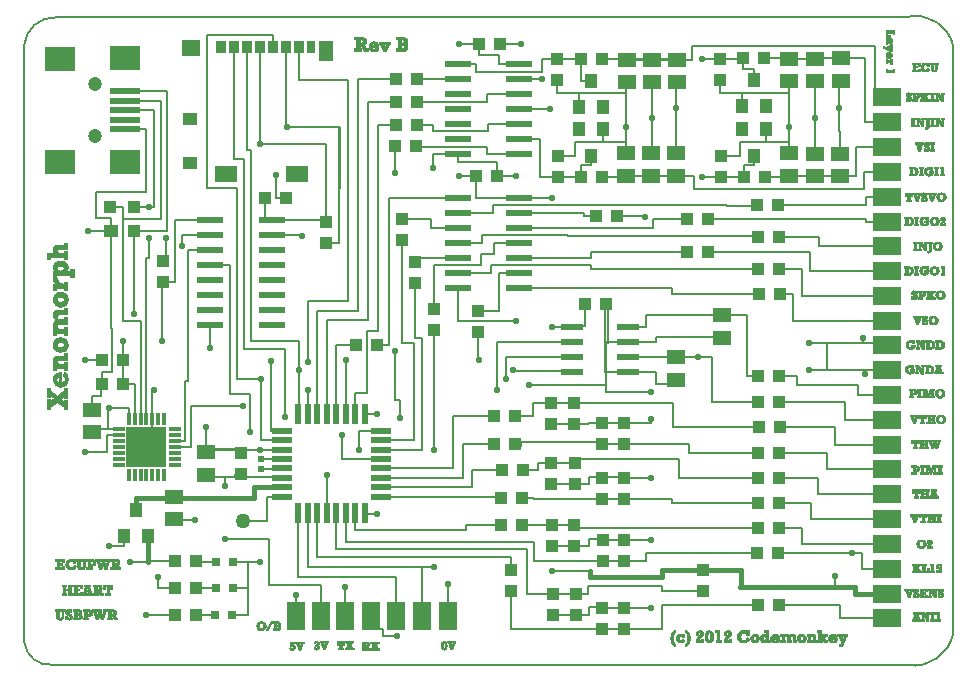
<source format=gbr>
%FSLAX23Y23*%
%MOIN*%
G04 EasyPC Gerber Version 15.0.4 Build 3016 *
%ADD23R,0.01200X0.04200*%
%ADD21R,0.02200X0.07000*%
%ADD28R,0.02953X0.04331*%
%ADD75R,0.03346X0.04331*%
%ADD70R,0.03940X0.04330*%
%ADD77R,0.04000X0.04800*%
%ADD29R,0.04606X0.07087*%
%ADD135R,0.05906X0.09449*%
%ADD80R,0.09843X0.01969*%
%ADD81R,0.09843X0.07874*%
%ADD138R,0.02000X0.02000*%
%ADD78R,0.03150X0.03150*%
%ADD27R,0.04000X0.04000*%
%ADD25R,0.13200X0.13200*%
%ADD14C,0.00100*%
%ADD16C,0.00500*%
%ADD15C,0.00787*%
%ADD13C,0.00800*%
%ADD24R,0.04200X0.01200*%
%ADD20R,0.07000X0.02200*%
%ADD18R,0.07800X0.02200*%
%ADD22R,0.08660X0.02360*%
%ADD74R,0.04724X0.03937*%
%ADD71R,0.04330X0.03940*%
%ADD26R,0.05000X0.04000*%
%ADD19R,0.06000X0.05100*%
%ADD72R,0.06102X0.05315*%
%ADD73R,0.07480X0.05315*%
%ADD139C,0.01575*%
%ADD83C,0.02200*%
%ADD82C,0.04724*%
%ADD136R,0.09449X0.05906*%
%ADD137C,0.05000*%
X0Y0D02*
D02*
D13*
X206Y713D02*
X277D01*
Y771*
X317*
X261Y1019D02*
X206D01*
X261Y940D02*
Y981D01*
X294*
Y1126*
X293*
Y1452*
X282Y795D02*
Y790D01*
X227*
Y780*
X285Y859D02*
X282D01*
Y795*
X285Y402D02*
X334D01*
Y433*
X288Y1532D02*
X333D01*
Y1507*
X293Y1452D02*
X214D01*
Y1452*
X293Y1452D02*
Y1493D01*
X241*
Y1579*
X409*
Y1790*
X337*
X317Y790D02*
X282D01*
Y795*
X331Y1019D02*
Y1052D01*
X331*
Y1085*
X333Y1507D02*
Y1150D01*
X391*
Y825*
X333Y1507D02*
Y1491D01*
X458*
Y1885*
X337*
Y1916D02*
X480D01*
Y1452*
X368*
X351Y859D02*
X285D01*
X367Y1174D02*
X368D01*
Y1452*
Y1532D02*
X394D01*
Y1532*
X420*
X410Y825D02*
Y1359D01*
X420*
Y1427*
X420Y1532D02*
X436D01*
Y1853*
X337*
X430Y825D02*
Y731D01*
X410*
X463Y1085D02*
Y1281D01*
X465*
X506*
Y1486*
X623*
X465Y1351D02*
X476D01*
Y1426*
X504Y170D02*
X409D01*
Y169*
X504Y259D02*
X447D01*
Y296*
X447*
X504Y351D02*
X414D01*
Y352*
X504Y731D02*
X558D01*
Y867*
X732*
X504Y751D02*
X538D01*
Y951*
X549*
Y1386*
X623*
X574Y170D02*
X637D01*
Y171*
X574Y351D02*
Y348D01*
X641*
X623Y1136D02*
Y1061D01*
X622*
X623Y1336D02*
X687D01*
Y908*
X756*
Y782*
X623Y1436D02*
X530D01*
Y1402*
X641Y259D02*
X608D01*
Y259*
X574*
X671Y423D02*
X820D01*
Y272*
X991*
Y168*
X684Y632D02*
Y632D01*
X610*
Y638*
X684Y632D02*
X671D01*
Y599*
X702Y2065D02*
Y1691D01*
X734*
Y1056*
X783*
X726Y639D02*
X705D01*
Y632*
X684*
X783Y1056D02*
X871D01*
Y830*
X789Y2065D02*
Y1739D01*
X1008*
Y1482*
X793Y690D02*
X863D01*
Y690*
X793Y658D02*
X863D01*
Y659*
X804Y1559D02*
Y1486D01*
X827*
Y1436D02*
X930D01*
Y1435*
X827Y1486D02*
X1008D01*
Y1482*
X863Y564D02*
X811D01*
Y483*
X732*
X863Y596D02*
Y596D01*
Y753D02*
X791D01*
Y959*
X788*
Y957*
X712*
Y1593*
X613*
Y2105*
X832*
Y2065*
X863Y785D02*
X825D01*
Y1016*
X825*
X874Y1559D02*
X843D01*
Y1638*
X908Y168D02*
Y236D01*
X916Y511D02*
Y297D01*
X1241*
Y168*
X916Y839D02*
X917D01*
Y927*
X917*
Y988*
Y1083*
X758*
Y1720*
X745*
Y2065*
X919D02*
Y1955D01*
X1081*
Y1217*
X948*
Y1015*
X948Y511D02*
Y329D01*
X1324*
X948Y839D02*
Y921D01*
X949*
X979Y511D02*
X979D01*
Y363*
X1626*
Y322*
X1008Y1412D02*
X1052D01*
Y1796*
X879*
X1008Y1412D02*
X1053D01*
Y1594*
X1054*
Y1797*
X875*
Y2065*
X1008Y1482D02*
Y1739D01*
X790*
X1011Y511D02*
X1011D01*
Y638*
X1012*
X1042Y511D02*
X1043D01*
Y391*
X1679*
Y241*
X1764*
X1073Y168D02*
Y265D01*
X1074Y511D02*
X1074D01*
Y415*
X1702*
Y352*
X1887*
Y352*
X1931*
X1074Y839D02*
X1075D01*
Y1019*
X1105Y511D02*
X1106D01*
Y453*
X1475*
Y470*
X1591*
X1137Y511D02*
Y507D01*
X1179*
X1137Y839D02*
Y839D01*
X1178*
X1158Y168D02*
Y125D01*
X1197*
Y99*
X1246*
X1191Y564D02*
X1283D01*
Y564*
X1592*
Y562*
X1191Y627D02*
X1351D01*
Y627*
X1465*
Y742*
X1568*
X1191Y690D02*
X1061D01*
Y770*
X1191Y722D02*
X1327D01*
Y1094*
X1305*
Y1276*
X1191Y753D02*
X1301D01*
Y1078*
X1261*
Y1419*
X1191Y785D02*
Y783D01*
X1120*
Y719*
X1238Y1734D02*
X1239D01*
Y1643*
X1256Y828D02*
Y887D01*
X1239*
Y1051*
X1308Y1734D02*
Y1732D01*
X1545*
Y1707*
X1653*
X1311Y1805D02*
X1366D01*
Y1783*
X1547*
Y1807*
X1653*
X1312Y1880D02*
Y1881D01*
X1546*
Y1907*
X1653*
X1312Y1957D02*
X1448D01*
X1324Y329D02*
X1368D01*
X1324D02*
X1327D01*
Y168*
X1368Y1119D02*
Y721D01*
Y1189D02*
Y1336D01*
X1524*
Y1374*
X1570*
Y1411*
X1652*
X1414Y168D02*
Y273D01*
X1447Y1311D02*
X1558D01*
Y1336*
X1892*
Y1324*
X2448*
X1447Y1361D02*
X1305D01*
Y1346*
X1447Y1411D02*
X1527D01*
Y1436*
X1815*
Y1435*
X2449*
Y1432*
X1447Y1461D02*
X1360D01*
Y1489*
X1261*
X1447Y1511D02*
X1565D01*
Y1536*
X2345*
Y1535*
X2446*
Y1538*
X1447Y1561D02*
X1219D01*
Y1071*
X1179*
X1448Y1707D02*
X1366D01*
Y1660*
X1448Y1707D02*
Y1682D01*
X1579*
Y1634*
X1448Y2007D02*
X1510D01*
Y1982*
X1730*
Y2025*
X1780*
X1452Y2074D02*
X1518D01*
X1509Y1634D02*
X1452D01*
X1515Y1115D02*
Y1019D01*
X1517*
X1568Y834D02*
X1433D01*
Y659*
X1383*
Y659*
X1191*
X1579Y1634D02*
X1612D01*
Y1635*
X1642*
X1588Y2074D02*
X1657D01*
Y2074*
X1660*
X1595Y654D02*
X1496D01*
Y596*
X1319*
Y596*
X1191*
X1626Y252D02*
X1625D01*
Y124*
X1927*
X1633Y988D02*
Y985D01*
X1828*
Y981*
X1638Y742D02*
Y734D01*
X1659*
Y746*
X1927*
Y741*
X1652Y1261D02*
Y1259D01*
X2162*
Y1241*
X2451*
X1652Y1311D02*
X1586D01*
Y1185*
X1515*
X1652Y1361D02*
Y1361D01*
X1892*
Y1380*
X2211*
X1652Y1461D02*
X2098D01*
Y1489*
X2212*
X1652Y1511D02*
X1869D01*
Y1499*
X1908*
X1652Y1561D02*
X1763D01*
Y1559*
X1653Y1757D02*
X1722D01*
Y1630*
X1781*
X1653Y1857D02*
X1753D01*
Y1856*
X1755*
X1653Y1957D02*
X1730D01*
X1653Y2007D02*
X1584D01*
Y2036*
X1518*
Y2074*
X1661Y470D02*
Y469D01*
X1703*
Y470*
X1763*
Y469*
X1662Y562D02*
X1703D01*
Y556*
X1927*
Y556*
X1665Y654D02*
X1715D01*
Y678*
X1759*
Y677*
Y877D02*
X1699D01*
Y834*
X1638*
X1763Y469D02*
Y469D01*
X1800*
Y469*
X1836*
X1780Y1955D02*
Y1909D01*
X1846*
X1780Y2025D02*
X1857D01*
Y2024*
X1781Y1700D02*
X1837D01*
Y1748*
X1928*
X1828Y1031D02*
X1608D01*
Y957*
X1828Y1081D02*
Y1081D01*
X1610*
Y1082*
X1578*
Y921*
X1835Y877D02*
X2164D01*
Y797*
X2451*
X1835Y877D02*
X1759D01*
X1836Y399D02*
X1886D01*
Y423*
X1931*
Y422*
X1839Y607D02*
X1884D01*
Y630*
X1927*
Y626*
X1839Y677D02*
Y691D01*
X2186*
Y627*
X2448*
X1839Y677D02*
X1759D01*
X1843Y241D02*
X1803D01*
Y241*
X1764*
X1843Y241D02*
X1881D01*
Y267*
X2130*
Y251*
X2264*
X1846Y1909D02*
X2008D01*
X1846D02*
X1851D01*
Y1865*
X1857Y2024D02*
Y1952D01*
X1891*
X1858Y1631D02*
X1781D01*
Y1630*
X1858Y1631D02*
Y1672D01*
X1891*
Y1702*
X1888Y317D02*
X1763D01*
X1927Y556D02*
X2003D01*
X1927Y626D02*
Y630D01*
X2003*
Y626*
X1927Y124D02*
Y123D01*
X2003*
Y124*
X1927Y2024D02*
X2180D01*
Y2022*
X1928Y1631D02*
X2008D01*
Y1634*
X1928Y1748D02*
X1931D01*
Y1789*
X1978Y1499D02*
X2069D01*
Y1497*
X2071*
X2002Y741D02*
X2217D01*
Y711*
X2449*
X2002Y741D02*
X1927D01*
X2003Y124D02*
X2127D01*
Y203*
X2448*
X2003Y194D02*
X2091D01*
Y194*
X2003Y556D02*
X2163D01*
Y545*
X2448*
X2003Y626D02*
X2091D01*
X2003Y352D02*
Y352D01*
X2076*
Y376*
X2446*
X2003Y352D02*
X1931D01*
X2003Y422D02*
Y422D01*
X2091*
X2003Y422D02*
X1931D01*
X2008Y1634D02*
X2091D01*
Y1635*
X2008Y1709D02*
Y1748D01*
X1928*
X2008Y1709D02*
Y1796D01*
Y1909*
Y1946*
X2011*
X2014Y981D02*
X1940D01*
Y1143*
X2014Y981D02*
X2107D01*
Y942*
X2175*
Y955*
X2014Y1031D02*
X2175D01*
Y1030*
X2014Y1131D02*
X2075D01*
Y1170*
X2328*
Y1170*
X2096Y1827D02*
Y1710D01*
X2091*
X2096Y1946D02*
Y1827D01*
Y2021D02*
X2011D01*
Y2021*
X2174Y1634D02*
X2235D01*
Y1590*
X2801*
Y1648*
X2877*
X2174Y1634D02*
X2091D01*
Y1635*
X2174Y1709D02*
Y1862D01*
Y1947*
X2180*
Y2022D02*
X2228D01*
Y2066*
X2838*
Y1896*
X2877*
X2180Y2022D02*
X2096D01*
Y2021*
X2249Y1030D02*
X2175D01*
X2281Y1380D02*
X2623D01*
Y1317*
X2877*
X2282Y1489D02*
X2810D01*
Y1482*
X2877*
X2321Y1955D02*
Y1909D01*
X2391*
X2321Y2025D02*
X2262D01*
Y2024*
X2321Y2025D02*
X2397D01*
Y2026*
X2325Y1632D02*
X2261D01*
Y1632*
X2325Y1702D02*
X2390D01*
Y1748*
X2473*
X2328Y1095D02*
Y1097D01*
X2107*
Y1081*
X2014*
X2328Y1170D02*
Y1171D01*
X2411*
Y966*
X2449*
X2390Y265D02*
Y321D01*
X2391Y1909D02*
X2552D01*
X2391D02*
X2394D01*
Y1868*
X2397Y2026D02*
Y1991D01*
X2434*
Y1955*
X2401Y1629D02*
Y1670D01*
X2436*
Y1702*
X2401Y1629D02*
X2325D01*
Y1632*
X2447Y461D02*
X1836D01*
Y469*
X2449Y882D02*
X2295D01*
Y1030*
X2249*
X2467Y2026D02*
X2551D01*
Y2024*
X2471Y1629D02*
X2552D01*
Y1634*
X2473Y1748D02*
X2552D01*
X2473D02*
X2476D01*
Y1789*
X2516Y1538D02*
X2808D01*
Y1565*
X2877*
X2518Y1324D02*
X2594D01*
Y1234*
X2877*
X2519Y1432D02*
X2651D01*
Y1400*
X2877*
X2519Y882D02*
X2738D01*
Y819*
X2877*
Y821*
X2519Y966D02*
X2577D01*
Y937*
X2783*
Y905*
X2877*
Y904*
X2521Y1241D02*
X2565D01*
Y1152*
X2877*
X2551Y2024D02*
X2640D01*
Y2025*
X2552Y1709D02*
Y1748D01*
Y1794*
Y1909*
Y1796D02*
Y1794D01*
Y1909D02*
Y1949D01*
X2551*
X2620Y1077D02*
X2658D01*
Y1077*
X2678*
X2637Y1633D02*
X2552D01*
Y1634*
X2637Y1708D02*
Y1827D01*
Y1950*
X2640*
X2646Y376D02*
Y376D01*
X2677Y988D02*
X2620D01*
X2677D02*
X2806D01*
X2678Y1077D02*
Y988D01*
X2677*
X2678Y1077D02*
X2797D01*
X2706Y300D02*
Y265D01*
X2719Y1862D02*
Y1951D01*
X2726*
X2721Y1633D02*
X2774D01*
Y1730*
X2877*
X2721Y1633D02*
X2637D01*
Y1633*
X2721Y1708D02*
Y1785D01*
X2719*
Y1862*
X2726Y2026D02*
X2805D01*
Y1813*
X2877*
X2726Y2026D02*
X2640D01*
Y2025*
X2797Y1077D02*
Y1094D01*
X2800*
X2797Y1077D02*
X2877D01*
Y1069*
X2806Y988D02*
Y973D01*
Y988D02*
X2877D01*
Y986*
Y160D02*
X2721D01*
Y203*
X2518*
X2877Y325D02*
X2794D01*
Y376*
X2761*
X2877Y407D02*
X2595D01*
Y461*
X2517*
X2877Y490D02*
X2626D01*
Y545*
X2518*
X2877Y573D02*
X2650D01*
Y627*
X2518*
X2877Y656D02*
X2677D01*
Y711*
X2519*
X2877Y738D02*
X2704D01*
Y797*
X2521*
D02*
D14*
X105Y184D02*
Y189D01*
X121*
Y184*
X118*
Y168*
Y166*
Y164*
X120Y162*
X123Y161*
X126Y162*
X127Y164*
X128Y166*
Y169*
Y184*
X125*
Y189*
X137*
Y184*
X133*
Y167*
Y164*
X132Y162*
X131Y159*
X129Y157*
X127Y157*
X122Y155*
X115Y157*
X113Y158*
X111Y159*
X110Y162*
X109Y165*
Y168*
Y184*
X105*
X139Y156D02*
Y167D01*
X145*
X146Y164*
X147Y162*
X149Y161*
X151Y161*
X152*
X153Y162*
X154Y163*
Y164*
X153Y167*
X152Y168*
X149Y170*
X144Y172*
X141Y174*
X139Y177*
X139Y180*
X139Y184*
X141Y187*
X144Y189*
X147Y190*
X151Y189*
X153Y186*
Y189*
X159*
Y179*
X153*
X152Y183*
X150Y184*
X149Y184*
X146Y184*
X146Y181*
X146Y180*
X148Y178*
X152Y177*
X155Y175*
X157Y174*
X160Y170*
X161Y168*
Y165*
X161Y161*
X158Y158*
X155Y156*
X152Y155*
X148Y156*
X145Y159*
Y156*
X139*
X165D02*
Y161D01*
X169*
Y184*
X165*
Y189*
X179*
X184*
X187Y188*
X190Y187*
X191Y185*
X192Y183*
X193Y180*
Y178*
X192Y176*
X191Y175*
X188Y174*
X191Y172*
X193Y171*
X194Y168*
X194Y165*
X194Y162*
X192Y160*
X190Y158*
X188Y157*
X184Y156*
X179*
X165*
X178Y176D02*
X180D01*
X182*
X183Y177*
X184Y178*
Y180*
Y182*
X183Y183*
X182Y184*
X179*
X178*
Y176*
Y161D02*
X180D01*
X182*
X184Y162*
X185Y164*
Y166*
Y168*
X184Y170*
X182Y170*
X180Y171*
X178*
Y161*
X215D02*
Y156D01*
X198*
Y161*
X203*
Y184*
X198*
Y189*
X215*
X221Y188*
X225Y186*
X228Y182*
X228Y178*
Y175*
X227Y173*
X226Y171*
X224Y170*
X220Y168*
X218Y168*
X214*
X211*
Y161*
X215*
X211Y173D02*
X213D01*
X216Y174*
X218Y175*
X220Y176*
Y178*
X219Y182*
X217Y183*
X215Y184*
X213*
X211*
Y173*
X242Y156D02*
X233Y184D01*
X229*
Y189*
X244*
Y184*
X240*
X246Y168*
X251Y184*
X248*
Y189*
X260*
Y184*
X257*
X262Y168*
X267Y184*
X264*
Y189*
X277*
Y184*
X273*
X265Y156*
X258*
X253Y171*
X248Y156*
X242*
X312Y161D02*
Y156D01*
X302*
X294Y170*
X292*
Y161*
X296*
Y156*
X279*
Y161*
X283*
Y184*
X279*
Y189*
X298*
X303Y188*
X306Y186*
X308Y183*
X308Y180*
X308Y177*
X307Y175*
X305Y172*
X302Y171*
X308Y161*
X312*
X292Y175D02*
X295D01*
X296*
X298Y177*
X299Y178*
Y180*
Y181*
X298Y182*
X295Y184*
X292*
Y175*
X118Y156D02*
X125D01*
X139D02*
X145D01*
X148D02*
X155D01*
X165D02*
X185D01*
X198D02*
X215D01*
X242D02*
X248D01*
X258D02*
X265D01*
X279D02*
X296D01*
X302D02*
X312D01*
X114Y157D02*
X129D01*
X139D02*
X145D01*
X147D02*
X157D01*
X165D02*
X189D01*
X198D02*
X215D01*
X242D02*
X248D01*
X258D02*
X265D01*
X279D02*
X296D01*
X301D02*
X312D01*
X112Y158D02*
X130D01*
X139D02*
X145D01*
X146D02*
X158D01*
X165D02*
X190D01*
X198D02*
X215D01*
X241D02*
X249D01*
X257D02*
X265D01*
X279D02*
X296D01*
X301D02*
X312D01*
X111Y159D02*
X131D01*
X139D02*
X159D01*
X165D02*
X191D01*
X198D02*
X215D01*
X241D02*
X249D01*
X257D02*
X265D01*
X279D02*
X296D01*
X300D02*
X312D01*
X111Y160D02*
X131D01*
X139D02*
X160D01*
X165D02*
X192D01*
X198D02*
X215D01*
X241D02*
X249D01*
X257D02*
X266D01*
X279D02*
X296D01*
X300D02*
X312D01*
X110Y161D02*
X132D01*
X139D02*
X150D01*
X152D02*
X161D01*
X165D02*
X193D01*
X198D02*
X215D01*
X240D02*
X250D01*
X257D02*
X266D01*
X279D02*
X296D01*
X299D02*
X312D01*
X110Y162D02*
X121D01*
X125D02*
X132D01*
X139D02*
X148D01*
X153D02*
X161D01*
X169D02*
X178D01*
X183D02*
X193D01*
X203D02*
X211D01*
X240D02*
X250D01*
X256D02*
X266D01*
X283D02*
X292D01*
X299D02*
X307D01*
X110Y163D02*
X119D01*
X126D02*
X132D01*
X139D02*
X147D01*
X154D02*
X161D01*
X169D02*
X178D01*
X184D02*
X194D01*
X203D02*
X211D01*
X240D02*
X250D01*
X256D02*
X267D01*
X283D02*
X292D01*
X298D02*
X307D01*
X110Y164D02*
X119D01*
X127D02*
X133D01*
X139D02*
X146D01*
X154D02*
X161D01*
X169D02*
X178D01*
X185D02*
X194D01*
X203D02*
X211D01*
X239D02*
X251D01*
X256D02*
X267D01*
X283D02*
X292D01*
X298D02*
X306D01*
X109Y164D02*
X118D01*
X127D02*
X133D01*
X139D02*
X146D01*
X154D02*
X161D01*
X169D02*
X178D01*
X185D02*
X194D01*
X203D02*
X211D01*
X239D02*
X251D01*
X255D02*
X267D01*
X283D02*
X292D01*
X297D02*
X306D01*
X109Y165D02*
X118D01*
X127D02*
X133D01*
X139D02*
X146D01*
X154D02*
X161D01*
X169D02*
X178D01*
X185D02*
X194D01*
X203D02*
X211D01*
X239D02*
X251D01*
X255D02*
X268D01*
X283D02*
X292D01*
X297D02*
X305D01*
X109Y166D02*
X118D01*
X128D02*
X133D01*
X139D02*
X145D01*
X153D02*
X161D01*
X169D02*
X178D01*
X185D02*
X194D01*
X203D02*
X211D01*
X239D02*
X252D01*
X255D02*
X268D01*
X283D02*
X292D01*
X296D02*
X305D01*
X109Y167D02*
X118D01*
X128D02*
X133D01*
X153D02*
X161D01*
X169D02*
X178D01*
X185D02*
X194D01*
X203D02*
X211D01*
X238D02*
X252D01*
X255D02*
X268D01*
X283D02*
X292D01*
X296D02*
X304D01*
X109Y168D02*
X118D01*
X128D02*
X133D01*
X152D02*
X161D01*
X169D02*
X178D01*
X185D02*
X194D01*
X203D02*
X220D01*
X238D02*
X245D01*
X246D02*
X252D01*
X254D02*
X262D01*
X262D02*
X268D01*
X283D02*
X292D01*
X295D02*
X304D01*
X109Y169D02*
X118D01*
X128D02*
X133D01*
X150D02*
X160D01*
X169D02*
X178D01*
X185D02*
X193D01*
X203D02*
X223D01*
X238D02*
X245D01*
X246D02*
X253D01*
X254D02*
X262D01*
X263D02*
X269D01*
X283D02*
X292D01*
X295D02*
X303D01*
X109Y170D02*
X118D01*
X128D02*
X133D01*
X148D02*
X160D01*
X169D02*
X178D01*
X182D02*
X193D01*
X203D02*
X225D01*
X237D02*
X245D01*
X246D02*
X253D01*
X254D02*
X261D01*
X263D02*
X269D01*
X283D02*
X303D01*
X109Y171D02*
X118D01*
X128D02*
X133D01*
X146D02*
X159D01*
X169D02*
X193D01*
X203D02*
X226D01*
X237D02*
X245D01*
X247D02*
X253D01*
X253D02*
X261D01*
X263D02*
X269D01*
X283D02*
X302D01*
X109Y172D02*
X118D01*
X128D02*
X133D01*
X144D02*
X158D01*
X169D02*
X191D01*
X203D02*
X227D01*
X237D02*
X244D01*
X247D02*
X261D01*
X263D02*
X270D01*
X283D02*
X304D01*
X109Y173D02*
X118D01*
X128D02*
X133D01*
X143D02*
X158D01*
X169D02*
X190D01*
X203D02*
X227D01*
X236D02*
X244D01*
X247D02*
X260D01*
X264D02*
X270D01*
X283D02*
X305D01*
X109Y174D02*
X118D01*
X128D02*
X133D01*
X142D02*
X157D01*
X169D02*
X189D01*
X203D02*
X211D01*
X217D02*
X228D01*
X236D02*
X244D01*
X248D02*
X260D01*
X264D02*
X270D01*
X283D02*
X306D01*
X109Y175D02*
X118D01*
X128D02*
X133D01*
X141D02*
X155D01*
X169D02*
X191D01*
X203D02*
X211D01*
X218D02*
X228D01*
X236D02*
X243D01*
X248D02*
X260D01*
X264D02*
X271D01*
X283D02*
X307D01*
X109Y176D02*
X118D01*
X128D02*
X133D01*
X140D02*
X153D01*
X169D02*
X192D01*
X203D02*
X211D01*
X219D02*
X228D01*
X235D02*
X243D01*
X248D02*
X259D01*
X265D02*
X271D01*
X283D02*
X292D01*
X297D02*
X307D01*
X109Y177D02*
X118D01*
X128D02*
X133D01*
X140D02*
X152D01*
X169D02*
X178D01*
X183D02*
X192D01*
X203D02*
X211D01*
X220D02*
X228D01*
X235D02*
X243D01*
X249D02*
X259D01*
X265D02*
X271D01*
X283D02*
X292D01*
X298D02*
X308D01*
X109Y178D02*
X118D01*
X128D02*
X133D01*
X139D02*
X150D01*
X169D02*
X178D01*
X184D02*
X193D01*
X203D02*
X211D01*
X220D02*
X228D01*
X235D02*
X242D01*
X249D02*
X259D01*
X265D02*
X271D01*
X283D02*
X292D01*
X299D02*
X308D01*
X109Y179D02*
X118D01*
X128D02*
X133D01*
X139D02*
X148D01*
X169D02*
X178D01*
X184D02*
X193D01*
X203D02*
X211D01*
X220D02*
X228D01*
X234D02*
X242D01*
X249D02*
X259D01*
X265D02*
X272D01*
X283D02*
X292D01*
X299D02*
X308D01*
X109Y179D02*
X118D01*
X128D02*
X133D01*
X139D02*
X147D01*
X153D02*
X159D01*
X169D02*
X178D01*
X184D02*
X193D01*
X203D02*
X211D01*
X219D02*
X228D01*
X234D02*
X242D01*
X250D02*
X258D01*
X266D02*
X272D01*
X283D02*
X292D01*
X299D02*
X308D01*
X109Y180D02*
X118D01*
X128D02*
X133D01*
X139D02*
X146D01*
X152D02*
X159D01*
X169D02*
X178D01*
X184D02*
X193D01*
X203D02*
X211D01*
X219D02*
X228D01*
X234D02*
X241D01*
X250D02*
X258D01*
X266D02*
X272D01*
X283D02*
X292D01*
X299D02*
X308D01*
X109Y181D02*
X118D01*
X128D02*
X133D01*
X139D02*
X146D01*
X152D02*
X159D01*
X169D02*
X178D01*
X184D02*
X193D01*
X203D02*
X211D01*
X219D02*
X228D01*
X233D02*
X241D01*
X250D02*
X258D01*
X266D02*
X273D01*
X283D02*
X292D01*
X299D02*
X308D01*
X109Y182D02*
X118D01*
X128D02*
X133D01*
X139D02*
X146D01*
X152D02*
X159D01*
X169D02*
X178D01*
X184D02*
X193D01*
X203D02*
X211D01*
X218D02*
X228D01*
X233D02*
X241D01*
X250D02*
X257D01*
X266D02*
X273D01*
X283D02*
X292D01*
X298D02*
X308D01*
X109Y183D02*
X118D01*
X128D02*
X133D01*
X139D02*
X146D01*
X151D02*
X159D01*
X169D02*
X178D01*
X183D02*
X192D01*
X203D02*
X211D01*
X216D02*
X227D01*
X233D02*
X240D01*
X251D02*
X257D01*
X267D02*
X273D01*
X283D02*
X292D01*
X296D02*
X308D01*
X105Y184D02*
X121D01*
X125D02*
X137D01*
X139D02*
X148D01*
X149D02*
X159D01*
X165D02*
X192D01*
X198D02*
X227D01*
X229D02*
X244D01*
X248D02*
X260D01*
X264D02*
X277D01*
X279D02*
X307D01*
X105Y185D02*
X121D01*
X125D02*
X137D01*
X140D02*
X159D01*
X165D02*
X191D01*
X198D02*
X226D01*
X229D02*
X244D01*
X248D02*
X260D01*
X264D02*
X277D01*
X279D02*
X306D01*
X105Y186D02*
X121D01*
X125D02*
X137D01*
X140D02*
X159D01*
X165D02*
X191D01*
X198D02*
X225D01*
X229D02*
X244D01*
X248D02*
X260D01*
X264D02*
X277D01*
X279D02*
X306D01*
X105Y187D02*
X121D01*
X125D02*
X137D01*
X141D02*
X152D01*
X153D02*
X159D01*
X165D02*
X190D01*
X198D02*
X224D01*
X229D02*
X244D01*
X248D02*
X260D01*
X264D02*
X277D01*
X279D02*
X305D01*
X105Y188D02*
X121D01*
X125D02*
X137D01*
X142D02*
X151D01*
X153D02*
X159D01*
X165D02*
X188D01*
X198D02*
X222D01*
X229D02*
X244D01*
X248D02*
X260D01*
X264D02*
X277D01*
X279D02*
X304D01*
X105Y189D02*
X121D01*
X125D02*
X137D01*
X144D02*
X151D01*
X153D02*
X159D01*
X165D02*
X185D01*
X198D02*
X217D01*
X229D02*
X244D01*
X248D02*
X260D01*
X264D02*
X277D01*
X279D02*
X299D01*
X106Y323D02*
Y329D01*
X111*
Y351*
X106*
Y356*
X136*
Y346*
X129*
Y351*
X119*
Y343*
X128*
Y338*
X119*
Y329*
X129*
Y333*
X136*
Y323*
X106*
X166Y356D02*
X173D01*
Y345*
X166*
X165Y347*
X163Y349*
X161Y350*
X158Y351*
X154Y350*
X151Y347*
X150Y344*
X149Y340*
X150Y335*
X151Y332*
X154Y329*
X158Y329*
X161Y329*
X164Y331*
X166Y333*
X167Y337*
X174Y333*
X171Y329*
X168Y326*
X163Y323*
X158Y323*
X154*
X150Y324*
X147Y326*
X145Y327*
X141Y333*
X140Y340*
X141Y345*
X142Y349*
X145Y352*
X148Y355*
X153Y356*
X157Y357*
X162Y356*
X166Y354*
Y356*
X176Y351D02*
Y356D01*
X192*
Y351*
X189*
Y336*
Y333*
Y332*
X191Y329*
X194Y329*
X197Y329*
X198Y332*
X199Y333*
Y336*
Y351*
X196*
Y356*
X208*
Y351*
X204*
Y334*
Y331*
X203Y329*
X202Y326*
X200Y324*
X198Y324*
X193Y323*
X186Y324*
X184Y325*
X182Y326*
X181Y330*
X180Y332*
Y336*
Y351*
X176*
X227Y329D02*
Y323D01*
X210*
Y329*
X214*
Y351*
X210*
Y356*
X227*
X233Y356*
X236Y353*
X239Y350*
X240Y346*
Y343*
X239Y340*
X238Y339*
X236Y337*
X232Y336*
X229Y335*
X226*
X223*
Y329*
X227*
X223Y340D02*
X224D01*
X228Y341*
X230Y342*
X231Y343*
Y346*
X230Y349*
X228Y350*
X227Y351*
X225*
X223*
Y340*
X253Y323D02*
X244Y351D01*
X240*
Y356*
X255*
Y351*
X252*
X257Y335*
X262Y351*
X259*
Y356*
X271*
Y351*
X268*
X274Y335*
X278Y351*
X275*
Y356*
X288*
Y351*
X285*
X276Y323*
X269*
X265Y339*
X259Y323*
X253*
X323Y329D02*
Y323D01*
X313*
X305Y337*
X303*
Y329*
X307*
Y323*
X290*
Y329*
X294*
Y351*
X290*
Y356*
X310*
X314Y356*
X317Y353*
X319Y350*
X320Y347*
X319Y344*
X318Y342*
X316Y340*
X314Y339*
X319Y329*
X323*
X303Y343D02*
X306D01*
X308*
X310Y344*
X311Y345*
Y347*
Y349*
X310Y350*
X307Y351*
X303*
Y343*
X106Y323D02*
X136D01*
X152D02*
X163D01*
X189D02*
X196D01*
X210D02*
X227D01*
X253D02*
X259D01*
X269D02*
X276D01*
X290D02*
X307D01*
X313D02*
X323D01*
X106Y324D02*
X136D01*
X149D02*
X165D01*
X185D02*
X200D01*
X210D02*
X227D01*
X253D02*
X260D01*
X269D02*
X276D01*
X290D02*
X307D01*
X313D02*
X323D01*
X106Y325D02*
X136D01*
X148D02*
X167D01*
X183D02*
X201D01*
X210D02*
X227D01*
X253D02*
X260D01*
X269D02*
X277D01*
X290D02*
X307D01*
X312D02*
X323D01*
X106Y326D02*
X136D01*
X146D02*
X169D01*
X182D02*
X202D01*
X210D02*
X227D01*
X252D02*
X260D01*
X269D02*
X277D01*
X290D02*
X307D01*
X312D02*
X323D01*
X106Y327D02*
X136D01*
X145D02*
X170D01*
X182D02*
X202D01*
X210D02*
X227D01*
X252D02*
X261D01*
X268D02*
X277D01*
X290D02*
X307D01*
X311D02*
X323D01*
X106Y328D02*
X136D01*
X144D02*
X171D01*
X181D02*
X203D01*
X210D02*
X227D01*
X252D02*
X261D01*
X268D02*
X277D01*
X290D02*
X307D01*
X311D02*
X323D01*
X111Y329D02*
X119D01*
X129D02*
X136D01*
X144D02*
X155D01*
X161D02*
X172D01*
X181D02*
X192D01*
X196D02*
X203D01*
X214D02*
X223D01*
X252D02*
X261D01*
X268D02*
X278D01*
X294D02*
X303D01*
X310D02*
X319D01*
X111Y330D02*
X119D01*
X129D02*
X136D01*
X143D02*
X153D01*
X162D02*
X172D01*
X181D02*
X190D01*
X197D02*
X204D01*
X214D02*
X223D01*
X251D02*
X262D01*
X267D02*
X278D01*
X294D02*
X303D01*
X310D02*
X318D01*
X111Y331D02*
X119D01*
X129D02*
X136D01*
X142D02*
X152D01*
X164D02*
X173D01*
X181D02*
X190D01*
X198D02*
X204D01*
X214D02*
X223D01*
X251D02*
X262D01*
X267D02*
X278D01*
X294D02*
X303D01*
X309D02*
X318D01*
X111Y332D02*
X119D01*
X129D02*
X136D01*
X142D02*
X151D01*
X165D02*
X173D01*
X180D02*
X189D01*
X198D02*
X204D01*
X214D02*
X223D01*
X251D02*
X262D01*
X267D02*
X279D01*
X294D02*
X303D01*
X308D02*
X317D01*
X111Y333D02*
X119D01*
X129D02*
X136D01*
X141D02*
X151D01*
X166D02*
X173D01*
X180D02*
X189D01*
X198D02*
X204D01*
X214D02*
X223D01*
X250D02*
X263D01*
X267D02*
X279D01*
X294D02*
X303D01*
X308D02*
X317D01*
X111Y334D02*
X119D01*
X141D02*
X150D01*
X166D02*
X173D01*
X180D02*
X189D01*
X199D02*
X204D01*
X214D02*
X223D01*
X250D02*
X263D01*
X266D02*
X279D01*
X294D02*
X303D01*
X307D02*
X316D01*
X111Y335D02*
X119D01*
X141D02*
X150D01*
X167D02*
X171D01*
X180D02*
X189D01*
X199D02*
X204D01*
X214D02*
X223D01*
X250D02*
X263D01*
X266D02*
X280D01*
X294D02*
X303D01*
X307D02*
X316D01*
X111Y336D02*
X119D01*
X141D02*
X149D01*
X167D02*
X170D01*
X180D02*
X189D01*
X199D02*
X204D01*
X214D02*
X231D01*
X249D02*
X257D01*
X257D02*
X264D01*
X266D02*
X273D01*
X274D02*
X280D01*
X294D02*
X303D01*
X306D02*
X315D01*
X111Y336D02*
X119D01*
X141D02*
X149D01*
X167D02*
X168D01*
X180D02*
X189D01*
X199D02*
X204D01*
X214D02*
X235D01*
X249D02*
X257D01*
X258D02*
X264D01*
X265D02*
X273D01*
X274D02*
X280D01*
X294D02*
X303D01*
X306D02*
X315D01*
X111Y337D02*
X119D01*
X140D02*
X149D01*
X180D02*
X189D01*
X199D02*
X204D01*
X214D02*
X236D01*
X249D02*
X256D01*
X258D02*
X264D01*
X265D02*
X273D01*
X274D02*
X280D01*
X294D02*
X314D01*
X111Y338D02*
X128D01*
X140D02*
X149D01*
X180D02*
X189D01*
X199D02*
X204D01*
X214D02*
X237D01*
X248D02*
X256D01*
X258D02*
X265D01*
X265D02*
X272D01*
X275D02*
X281D01*
X294D02*
X314D01*
X111Y339D02*
X128D01*
X140D02*
X149D01*
X180D02*
X189D01*
X199D02*
X204D01*
X214D02*
X238D01*
X248D02*
X256D01*
X258D02*
X272D01*
X275D02*
X281D01*
X294D02*
X315D01*
X111Y340D02*
X128D01*
X140D02*
X149D01*
X180D02*
X189D01*
X199D02*
X204D01*
X214D02*
X239D01*
X248D02*
X255D01*
X259D02*
X272D01*
X275D02*
X281D01*
X294D02*
X317D01*
X111Y341D02*
X128D01*
X140D02*
X149D01*
X180D02*
X189D01*
X199D02*
X204D01*
X214D02*
X223D01*
X228D02*
X239D01*
X247D02*
X255D01*
X259D02*
X272D01*
X275D02*
X282D01*
X294D02*
X317D01*
X111Y342D02*
X128D01*
X140D02*
X149D01*
X180D02*
X189D01*
X199D02*
X204D01*
X214D02*
X223D01*
X230D02*
X240D01*
X247D02*
X255D01*
X259D02*
X271D01*
X276D02*
X282D01*
X294D02*
X318D01*
X111Y343D02*
X128D01*
X141D02*
X149D01*
X180D02*
X189D01*
X199D02*
X204D01*
X214D02*
X223D01*
X231D02*
X240D01*
X247D02*
X254D01*
X260D02*
X271D01*
X276D02*
X282D01*
X294D02*
X303D01*
X308D02*
X319D01*
X111Y344D02*
X119D01*
X141D02*
X150D01*
X180D02*
X189D01*
X199D02*
X204D01*
X214D02*
X223D01*
X231D02*
X240D01*
X246D02*
X254D01*
X260D02*
X271D01*
X276D02*
X283D01*
X294D02*
X303D01*
X310D02*
X319D01*
X111Y345D02*
X119D01*
X141D02*
X150D01*
X166D02*
X173D01*
X180D02*
X189D01*
X199D02*
X204D01*
X214D02*
X223D01*
X231D02*
X240D01*
X246D02*
X254D01*
X260D02*
X270D01*
X276D02*
X283D01*
X294D02*
X303D01*
X311D02*
X319D01*
X111Y346D02*
X119D01*
X141D02*
X151D01*
X166D02*
X173D01*
X180D02*
X189D01*
X199D02*
X204D01*
X214D02*
X223D01*
X231D02*
X240D01*
X246D02*
X253D01*
X261D02*
X270D01*
X277D02*
X283D01*
X294D02*
X303D01*
X311D02*
X319D01*
X111Y347D02*
X119D01*
X129D02*
X136D01*
X142D02*
X151D01*
X165D02*
X173D01*
X180D02*
X189D01*
X199D02*
X204D01*
X214D02*
X223D01*
X231D02*
X240D01*
X245D02*
X253D01*
X261D02*
X270D01*
X277D02*
X283D01*
X294D02*
X303D01*
X311D02*
X320D01*
X111Y348D02*
X119D01*
X129D02*
X136D01*
X142D02*
X152D01*
X165D02*
X173D01*
X180D02*
X189D01*
X199D02*
X204D01*
X214D02*
X223D01*
X231D02*
X240D01*
X245D02*
X253D01*
X261D02*
X269D01*
X277D02*
X284D01*
X294D02*
X303D01*
X311D02*
X319D01*
X111Y349D02*
X119D01*
X129D02*
X136D01*
X142D02*
X153D01*
X164D02*
X173D01*
X180D02*
X189D01*
X199D02*
X204D01*
X214D02*
X223D01*
X231D02*
X239D01*
X245D02*
X252D01*
X262D02*
X269D01*
X278D02*
X284D01*
X294D02*
X303D01*
X311D02*
X319D01*
X111Y350D02*
X119D01*
X129D02*
X136D01*
X143D02*
X154D01*
X162D02*
X173D01*
X180D02*
X189D01*
X199D02*
X204D01*
X214D02*
X223D01*
X230D02*
X239D01*
X245D02*
X252D01*
X262D02*
X269D01*
X278D02*
X284D01*
X294D02*
X303D01*
X310D02*
X319D01*
X111Y351D02*
X119D01*
X129D02*
X136D01*
X144D02*
X157D01*
X160D02*
X173D01*
X180D02*
X189D01*
X199D02*
X204D01*
X214D02*
X223D01*
X228D02*
X239D01*
X244D02*
X252D01*
X262D02*
X268D01*
X278D02*
X285D01*
X294D02*
X303D01*
X308D02*
X319D01*
X106Y351D02*
X136D01*
X144D02*
X173D01*
X176D02*
X192D01*
X196D02*
X208D01*
X210D02*
X238D01*
X240D02*
X255D01*
X259D02*
X271D01*
X275D02*
X288D01*
X290D02*
X318D01*
X106Y352D02*
X136D01*
X145D02*
X173D01*
X176D02*
X192D01*
X196D02*
X208D01*
X210D02*
X237D01*
X240D02*
X255D01*
X259D02*
X271D01*
X275D02*
X288D01*
X290D02*
X318D01*
X106Y353D02*
X136D01*
X146D02*
X173D01*
X176D02*
X192D01*
X196D02*
X208D01*
X210D02*
X236D01*
X240D02*
X255D01*
X259D02*
X271D01*
X275D02*
X288D01*
X290D02*
X317D01*
X106Y354D02*
X136D01*
X147D02*
X165D01*
X166D02*
X173D01*
X176D02*
X192D01*
X196D02*
X208D01*
X210D02*
X235D01*
X240D02*
X255D01*
X259D02*
X271D01*
X275D02*
X288D01*
X290D02*
X316D01*
X106Y355D02*
X136D01*
X149D02*
X164D01*
X166D02*
X173D01*
X176D02*
X192D01*
X196D02*
X208D01*
X210D02*
X234D01*
X240D02*
X255D01*
X259D02*
X271D01*
X275D02*
X288D01*
X290D02*
X315D01*
X106Y356D02*
X136D01*
X152D02*
X162D01*
X166D02*
X173D01*
X176D02*
X192D01*
X196D02*
X208D01*
X210D02*
X228D01*
X240D02*
X255D01*
X259D02*
X271D01*
X275D02*
X288D01*
X290D02*
X311D01*
X128Y238D02*
Y244D01*
X132*
Y266*
X128*
Y271*
X143*
Y266*
X140*
Y258*
X150*
Y266*
X147*
Y271*
X162*
Y266*
X158*
Y244*
X162*
Y238*
X147*
Y244*
X150*
Y253*
X140*
Y244*
X143*
Y238*
X128*
X164D02*
Y244D01*
X168*
Y266*
X164*
Y271*
X194*
Y261*
X187*
Y266*
X177*
Y258*
X186*
Y253*
X177*
Y244*
X187*
Y248*
X194*
Y238*
X164*
X230Y244D02*
Y238D01*
X213*
Y244*
X217*
X216Y249*
X207*
X206Y244*
X210*
Y238*
X196*
Y244*
X200*
X206Y266*
X202*
Y271*
X223*
Y266*
X219*
X226Y244*
X230*
X215Y254D02*
X212Y265D01*
X209Y254*
X215*
X264Y244D02*
Y238D01*
X254*
X246Y252*
X244*
Y244*
X248*
Y238*
X231*
Y244*
X235*
Y266*
X231*
Y271*
X251*
X255Y271*
X258Y268*
X260Y265*
X261Y262*
X260Y259*
X259Y257*
X257Y255*
X255Y254*
X260Y244*
X264*
X244Y258D02*
X247D01*
X249*
X251Y259*
X252Y260*
Y262*
Y264*
X251Y265*
X248Y266*
X244*
Y258*
X272Y238D02*
Y244D01*
X277*
Y266*
X272*
Y258*
X266*
Y271*
X296*
Y258*
X290*
Y266*
X285*
Y244*
X290*
Y238*
X272*
X128Y238D02*
X143D01*
X147D02*
X162D01*
X164D02*
X194D01*
X196D02*
X210D01*
X213D02*
X230D01*
X231D02*
X248D01*
X254D02*
X264D01*
X272D02*
X290D01*
X128Y239D02*
X143D01*
X147D02*
X162D01*
X164D02*
X194D01*
X196D02*
X210D01*
X213D02*
X230D01*
X231D02*
X248D01*
X254D02*
X264D01*
X272D02*
X290D01*
X128Y240D02*
X143D01*
X147D02*
X162D01*
X164D02*
X194D01*
X196D02*
X210D01*
X213D02*
X230D01*
X231D02*
X248D01*
X253D02*
X264D01*
X272D02*
X290D01*
X128Y241D02*
X143D01*
X147D02*
X162D01*
X164D02*
X194D01*
X196D02*
X210D01*
X213D02*
X230D01*
X231D02*
X248D01*
X252D02*
X264D01*
X272D02*
X290D01*
X128Y242D02*
X143D01*
X147D02*
X162D01*
X164D02*
X194D01*
X196D02*
X210D01*
X213D02*
X230D01*
X231D02*
X248D01*
X252D02*
X264D01*
X272D02*
X290D01*
X128Y243D02*
X143D01*
X147D02*
X162D01*
X164D02*
X194D01*
X196D02*
X210D01*
X213D02*
X230D01*
X231D02*
X248D01*
X251D02*
X264D01*
X272D02*
X290D01*
X132Y244D02*
X140D01*
X150D02*
X158D01*
X168D02*
X177D01*
X187D02*
X194D01*
X200D02*
X206D01*
X217D02*
X226D01*
X235D02*
X244D01*
X251D02*
X260D01*
X277D02*
X285D01*
X132Y245D02*
X140D01*
X150D02*
X158D01*
X168D02*
X177D01*
X187D02*
X194D01*
X200D02*
X206D01*
X217D02*
X225D01*
X235D02*
X244D01*
X250D02*
X259D01*
X277D02*
X285D01*
X132Y246D02*
X140D01*
X150D02*
X158D01*
X168D02*
X177D01*
X187D02*
X194D01*
X200D02*
X206D01*
X217D02*
X225D01*
X235D02*
X244D01*
X250D02*
X259D01*
X277D02*
X285D01*
X132Y247D02*
X140D01*
X150D02*
X158D01*
X168D02*
X177D01*
X187D02*
X194D01*
X201D02*
X207D01*
X217D02*
X225D01*
X235D02*
X244D01*
X249D02*
X258D01*
X277D02*
X285D01*
X132Y248D02*
X140D01*
X150D02*
X158D01*
X168D02*
X177D01*
X187D02*
X194D01*
X201D02*
X207D01*
X217D02*
X224D01*
X235D02*
X244D01*
X249D02*
X258D01*
X277D02*
X285D01*
X132Y249D02*
X140D01*
X150D02*
X158D01*
X168D02*
X177D01*
X201D02*
X207D01*
X216D02*
X224D01*
X235D02*
X244D01*
X248D02*
X257D01*
X277D02*
X285D01*
X132Y250D02*
X140D01*
X150D02*
X158D01*
X168D02*
X177D01*
X201D02*
X224D01*
X235D02*
X244D01*
X248D02*
X257D01*
X277D02*
X285D01*
X132Y251D02*
X140D01*
X150D02*
X158D01*
X168D02*
X177D01*
X202D02*
X224D01*
X235D02*
X244D01*
X247D02*
X256D01*
X277D02*
X285D01*
X132Y251D02*
X140D01*
X150D02*
X158D01*
X168D02*
X177D01*
X202D02*
X223D01*
X235D02*
X244D01*
X247D02*
X256D01*
X277D02*
X285D01*
X132Y252D02*
X140D01*
X150D02*
X158D01*
X168D02*
X177D01*
X202D02*
X223D01*
X235D02*
X255D01*
X277D02*
X285D01*
X132Y253D02*
X158D01*
X168D02*
X186D01*
X203D02*
X223D01*
X235D02*
X255D01*
X277D02*
X285D01*
X132Y254D02*
X158D01*
X168D02*
X186D01*
X203D02*
X209D01*
X214D02*
X222D01*
X235D02*
X256D01*
X277D02*
X285D01*
X132Y255D02*
X158D01*
X168D02*
X186D01*
X203D02*
X209D01*
X214D02*
X222D01*
X235D02*
X257D01*
X277D02*
X285D01*
X132Y256D02*
X158D01*
X168D02*
X186D01*
X203D02*
X210D01*
X214D02*
X222D01*
X235D02*
X258D01*
X277D02*
X285D01*
X132Y257D02*
X158D01*
X168D02*
X186D01*
X204D02*
X210D01*
X214D02*
X221D01*
X235D02*
X259D01*
X277D02*
X285D01*
X132Y258D02*
X158D01*
X168D02*
X186D01*
X204D02*
X210D01*
X214D02*
X221D01*
X235D02*
X244D01*
X249D02*
X260D01*
X277D02*
X285D01*
X132Y259D02*
X140D01*
X150D02*
X158D01*
X168D02*
X177D01*
X204D02*
X211D01*
X213D02*
X221D01*
X235D02*
X244D01*
X251D02*
X260D01*
X266D02*
X272D01*
X277D02*
X285D01*
X290D02*
X296D01*
X132Y260D02*
X140D01*
X150D02*
X158D01*
X168D02*
X177D01*
X204D02*
X211D01*
X213D02*
X221D01*
X235D02*
X244D01*
X252D02*
X260D01*
X266D02*
X272D01*
X277D02*
X285D01*
X290D02*
X296D01*
X132Y261D02*
X140D01*
X150D02*
X158D01*
X168D02*
X177D01*
X205D02*
X211D01*
X213D02*
X220D01*
X235D02*
X244D01*
X252D02*
X260D01*
X266D02*
X272D01*
X277D02*
X285D01*
X290D02*
X296D01*
X132Y262D02*
X140D01*
X150D02*
X158D01*
X168D02*
X177D01*
X187D02*
X194D01*
X205D02*
X211D01*
X213D02*
X220D01*
X235D02*
X244D01*
X252D02*
X261D01*
X266D02*
X272D01*
X277D02*
X285D01*
X290D02*
X296D01*
X132Y263D02*
X140D01*
X150D02*
X158D01*
X168D02*
X177D01*
X187D02*
X194D01*
X205D02*
X212D01*
X213D02*
X220D01*
X235D02*
X244D01*
X252D02*
X260D01*
X266D02*
X272D01*
X277D02*
X285D01*
X290D02*
X296D01*
X132Y264D02*
X140D01*
X150D02*
X158D01*
X168D02*
X177D01*
X187D02*
X194D01*
X206D02*
X212D01*
X212D02*
X219D01*
X235D02*
X244D01*
X252D02*
X260D01*
X266D02*
X272D01*
X277D02*
X285D01*
X290D02*
X296D01*
X132Y265D02*
X140D01*
X150D02*
X158D01*
X168D02*
X177D01*
X187D02*
X194D01*
X206D02*
X212D01*
X212D02*
X219D01*
X235D02*
X244D01*
X251D02*
X260D01*
X266D02*
X272D01*
X277D02*
X285D01*
X290D02*
X296D01*
X132Y266D02*
X140D01*
X150D02*
X158D01*
X168D02*
X177D01*
X187D02*
X194D01*
X206D02*
X219D01*
X235D02*
X244D01*
X249D02*
X260D01*
X266D02*
X272D01*
X277D02*
X285D01*
X290D02*
X296D01*
X128Y266D02*
X143D01*
X147D02*
X162D01*
X164D02*
X194D01*
X202D02*
X223D01*
X231D02*
X259D01*
X266D02*
X296D01*
X128Y267D02*
X143D01*
X147D02*
X162D01*
X164D02*
X194D01*
X202D02*
X223D01*
X231D02*
X259D01*
X266D02*
X296D01*
X128Y268D02*
X143D01*
X147D02*
X162D01*
X164D02*
X194D01*
X202D02*
X223D01*
X231D02*
X258D01*
X266D02*
X296D01*
X128Y269D02*
X143D01*
X147D02*
X162D01*
X164D02*
X194D01*
X202D02*
X223D01*
X231D02*
X257D01*
X266D02*
X296D01*
X128Y270D02*
X143D01*
X147D02*
X162D01*
X164D02*
X194D01*
X202D02*
X223D01*
X231D02*
X256D01*
X266D02*
X296D01*
X128Y271D02*
X143D01*
X147D02*
X162D01*
X164D02*
X194D01*
X202D02*
X223D01*
X231D02*
X252D01*
X266D02*
X296D01*
X146Y856D02*
X135D01*
Y865*
X112Y882*
X90Y865*
Y857*
X80*
Y890*
X90*
Y884*
X103Y894*
X90Y903*
Y897*
X80*
Y926*
X90*
Y917*
X113Y901*
X135Y919*
Y928*
X146*
Y893*
X135*
Y900*
X121Y889*
X135Y880*
Y887*
X146*
Y856*
X132Y969D02*
X135Y980D01*
X141Y976*
X145Y970*
X146Y965*
X147Y957*
X146Y947*
X141Y939*
X133Y933*
X123Y932*
X114Y934*
X106Y939*
X101Y947*
X99Y956*
X100Y963*
X102Y969*
X107Y975*
X113Y978*
X126Y980*
Y947*
X132Y948*
X135Y950*
X138Y954*
Y959*
X136Y963*
X132Y969*
X117Y965D02*
X110Y962D01*
X109Y959*
X108Y955*
X110Y949*
X117Y947*
Y965*
X110Y987D02*
X100D01*
Y1008*
X103*
X100Y1015*
X99Y1021*
X100Y1027*
X103Y1032*
X109Y1034*
X116Y1035*
X135*
Y1043*
X146*
Y1021*
X117*
X114*
X112Y1020*
X110Y1017*
X112Y1013*
X114Y1008*
X135*
Y1015*
X146*
Y987*
X135*
Y994*
X110*
Y987*
X147Y1072D02*
X146Y1063D01*
X141Y1054*
X133Y1050*
X123Y1047*
X113Y1050*
X106Y1054*
X100Y1063*
X99Y1072*
X100Y1080*
X106Y1089*
X113Y1095*
X123Y1096*
X133Y1095*
X141Y1089*
X146Y1082*
X147Y1072*
X135Y1071D02*
X134Y1076D01*
X133Y1078*
X128Y1080*
X122*
X117*
X114Y1078*
X112Y1076*
X110Y1071*
X112Y1067*
X114Y1065*
X117Y1063*
X123*
X132Y1065*
X134Y1067*
X135Y1071*
X110Y1103D02*
X100D01*
Y1124*
X103*
X100Y1131*
X99Y1139*
X101Y1148*
X106Y1154*
X101Y1163*
X99Y1172*
X100Y1177*
X101Y1182*
X103Y1184*
X107Y1187*
X112Y1188*
X117*
X135*
Y1195*
X146*
Y1174*
X117*
X113Y1172*
X110Y1167*
X112Y1162*
X114Y1156*
X135*
Y1163*
X146*
Y1142*
X119*
X113Y1141*
X110Y1136*
X112Y1130*
X114Y1124*
X135*
Y1131*
X146*
Y1103*
X135*
Y1110*
X110*
Y1103*
X147Y1223D02*
X146Y1214D01*
X141Y1206*
X133Y1201*
X123Y1198*
X113Y1201*
X106Y1206*
X100Y1214*
X99Y1223*
X100Y1232*
X106Y1240*
X113Y1246*
X123Y1247*
X133Y1246*
X141Y1240*
X146Y1233*
X147Y1223*
X135Y1222D02*
X134Y1227D01*
X133Y1229*
X128Y1232*
X122*
X117*
X114Y1229*
X112Y1227*
X110Y1222*
X112Y1219*
X114Y1216*
X117Y1214*
X123*
X132Y1216*
X134Y1219*
X135Y1222*
Y1282D02*
X146D01*
Y1254*
X135*
Y1261*
X110*
Y1254*
X100*
Y1274*
X112*
X107Y1276*
X102Y1280*
X100Y1285*
X99Y1291*
Y1293*
X113*
X114Y1283*
X116Y1280*
X120Y1278*
X125Y1276*
X129Y1275*
X135*
Y1282*
X156Y1325D02*
X167D01*
Y1296*
X156*
Y1304*
X110*
Y1296*
X100*
Y1318*
X106*
X100Y1324*
X99Y1332*
X101Y1339*
X106Y1346*
X114Y1350*
X123Y1351*
X133Y1350*
X140Y1345*
X146Y1339*
X147Y1331*
X146Y1324*
X141Y1318*
X156*
Y1325*
X122Y1335D02*
X117D01*
X114Y1333*
X112Y1331*
X110Y1327*
X112Y1324*
X114Y1320*
X117Y1319*
X123Y1318*
X128Y1319*
X132Y1320*
X134Y1324*
X135Y1327*
X134Y1331*
X133Y1333*
X128Y1335*
X122*
X146Y1357D02*
X135D01*
Y1364*
X90*
Y1357*
X80*
Y1378*
X103*
X100Y1385*
X99Y1391*
X100Y1397*
X103Y1402*
X108Y1404*
X115Y1405*
X135*
Y1412*
X146*
Y1391*
X116*
X112Y1390*
X110Y1386*
X112Y1383*
X114Y1378*
X135*
Y1385*
X146*
Y1357*
X135Y856D02*
X146D01*
X135Y857D02*
X146D01*
X80Y858D02*
X90D01*
X135D02*
X146D01*
X80Y859D02*
X90D01*
X135D02*
X146D01*
X80Y860D02*
X90D01*
X135D02*
X146D01*
X80Y861D02*
X90D01*
X135D02*
X146D01*
X80Y862D02*
X90D01*
X135D02*
X146D01*
X80Y862D02*
X90D01*
X135D02*
X146D01*
X80Y863D02*
X90D01*
X135D02*
X146D01*
X80Y864D02*
X90D01*
X135D02*
X146D01*
X80Y865D02*
X90D01*
X135D02*
X146D01*
X80Y866D02*
X91D01*
X134D02*
X146D01*
X80Y867D02*
X93D01*
X133D02*
X146D01*
X80Y868D02*
X94D01*
X131D02*
X146D01*
X80Y869D02*
X95D01*
X130D02*
X146D01*
X80Y870D02*
X96D01*
X129D02*
X146D01*
X80Y871D02*
X97D01*
X127D02*
X146D01*
X80Y872D02*
X99D01*
X126D02*
X146D01*
X80Y873D02*
X100D01*
X125D02*
X146D01*
X80Y874D02*
X101D01*
X123D02*
X146D01*
X80Y875D02*
X102D01*
X122D02*
X146D01*
X80Y876D02*
X103D01*
X121D02*
X146D01*
X80Y877D02*
X105D01*
X119D02*
X146D01*
X80Y877D02*
X106D01*
X118D02*
X146D01*
X80Y878D02*
X107D01*
X117D02*
X146D01*
X80Y879D02*
X108D01*
X115D02*
X146D01*
X80Y880D02*
X109D01*
X114D02*
X134D01*
X135D02*
X146D01*
X80Y881D02*
X111D01*
X113D02*
X133D01*
X135D02*
X146D01*
X80Y882D02*
X131D01*
X135D02*
X146D01*
X80Y883D02*
X130D01*
X135D02*
X146D01*
X80Y884D02*
X128D01*
X135D02*
X146D01*
X80Y885D02*
X90D01*
X91D02*
X127D01*
X135D02*
X146D01*
X80Y886D02*
X90D01*
X93D02*
X126D01*
X135D02*
X146D01*
X80Y887D02*
X90D01*
X94D02*
X124D01*
X80Y888D02*
X90D01*
X95D02*
X123D01*
X80Y889D02*
X90D01*
X96D02*
X121D01*
X80Y890D02*
X90D01*
X98D02*
X122D01*
X99Y891D02*
X123D01*
X100Y892D02*
X124D01*
X102Y892D02*
X126D01*
X103Y893D02*
X127D01*
X135D02*
X146D01*
X102Y894D02*
X128D01*
X135D02*
X146D01*
X101Y895D02*
X129D01*
X135D02*
X146D01*
X100Y896D02*
X131D01*
X135D02*
X146D01*
X99Y897D02*
X132D01*
X135D02*
X146D01*
X80Y898D02*
X90D01*
X97D02*
X133D01*
X135D02*
X146D01*
X80Y899D02*
X90D01*
X96D02*
X134D01*
X135D02*
X146D01*
X80Y900D02*
X90D01*
X95D02*
X146D01*
X80Y901D02*
X90D01*
X93D02*
X113D01*
X113D02*
X146D01*
X80Y902D02*
X90D01*
X92D02*
X111D01*
X114D02*
X146D01*
X80Y903D02*
X90D01*
X91D02*
X110D01*
X115D02*
X146D01*
X80Y904D02*
X109D01*
X116D02*
X146D01*
X80Y905D02*
X108D01*
X118D02*
X146D01*
X80Y906D02*
X106D01*
X119D02*
X146D01*
X80Y907D02*
X105D01*
X120D02*
X146D01*
X80Y907D02*
X104D01*
X121D02*
X146D01*
X80Y908D02*
X102D01*
X122D02*
X146D01*
X80Y909D02*
X101D01*
X124D02*
X146D01*
X80Y910D02*
X100D01*
X125D02*
X146D01*
X80Y911D02*
X99D01*
X126D02*
X146D01*
X80Y912D02*
X97D01*
X127D02*
X146D01*
X80Y913D02*
X96D01*
X128D02*
X146D01*
X80Y914D02*
X95D01*
X129D02*
X146D01*
X80Y915D02*
X94D01*
X131D02*
X146D01*
X80Y916D02*
X92D01*
X132D02*
X146D01*
X80Y917D02*
X91D01*
X133D02*
X146D01*
X80Y918D02*
X90D01*
X134D02*
X146D01*
X80Y919D02*
X90D01*
X135D02*
X146D01*
X80Y920D02*
X90D01*
X135D02*
X146D01*
X80Y921D02*
X90D01*
X135D02*
X146D01*
X80Y922D02*
X90D01*
X135D02*
X146D01*
X80Y922D02*
X90D01*
X135D02*
X146D01*
X80Y923D02*
X90D01*
X135D02*
X146D01*
X80Y924D02*
X90D01*
X135D02*
X146D01*
X80Y925D02*
X90D01*
X135D02*
X146D01*
X135Y926D02*
X146D01*
X135Y927D02*
X146D01*
X122Y932D02*
X126D01*
X118Y933D02*
X133D01*
X115Y934D02*
X134D01*
X113Y935D02*
X136D01*
X111Y936D02*
X137D01*
X109Y937D02*
X138D01*
X108Y937D02*
X139D01*
X106Y938D02*
X141D01*
X105Y939D02*
X141D01*
X105Y940D02*
X142D01*
X104Y941D02*
X143D01*
X104Y942D02*
X143D01*
X103Y943D02*
X144D01*
X103Y944D02*
X144D01*
X102Y945D02*
X145D01*
X101Y946D02*
X145D01*
X101Y947D02*
X146D01*
X101Y948D02*
X115D01*
X117D02*
X126D01*
X130D02*
X146D01*
X100Y949D02*
X112D01*
X117D02*
X126D01*
X133D02*
X146D01*
X100Y950D02*
X110D01*
X117D02*
X126D01*
X134D02*
X146D01*
X100Y951D02*
X110D01*
X117D02*
X126D01*
X135D02*
X146D01*
X100Y951D02*
X109D01*
X117D02*
X126D01*
X136D02*
X146D01*
X100Y952D02*
X109D01*
X117D02*
X126D01*
X137D02*
X146D01*
X99Y953D02*
X109D01*
X117D02*
X126D01*
X137D02*
X147D01*
X99Y954D02*
X108D01*
X117D02*
X126D01*
X138D02*
X147D01*
X99Y955D02*
X108D01*
X117D02*
X126D01*
X138D02*
X147D01*
X99Y956D02*
X108D01*
X117D02*
X126D01*
X138D02*
X147D01*
X99Y957D02*
X109D01*
X117D02*
X126D01*
X138D02*
X147D01*
X99Y958D02*
X109D01*
X117D02*
X126D01*
X138D02*
X147D01*
X99Y959D02*
X109D01*
X117D02*
X126D01*
X137D02*
X147D01*
X99Y960D02*
X110D01*
X117D02*
X126D01*
X137D02*
X147D01*
X99Y961D02*
X110D01*
X117D02*
X126D01*
X137D02*
X146D01*
X99Y962D02*
X110D01*
X117D02*
X126D01*
X137D02*
X146D01*
X100Y963D02*
X112D01*
X117D02*
X126D01*
X137D02*
X146D01*
X100Y964D02*
X115D01*
X117D02*
X126D01*
X136D02*
X146D01*
X100Y965D02*
X126D01*
X135D02*
X146D01*
X101Y966D02*
X126D01*
X135D02*
X146D01*
X101Y966D02*
X126D01*
X134D02*
X145D01*
X101Y967D02*
X126D01*
X133D02*
X145D01*
X102Y968D02*
X126D01*
X132D02*
X145D01*
X102Y969D02*
X126D01*
X132D02*
X145D01*
X103Y970D02*
X126D01*
X132D02*
X145D01*
X104Y971D02*
X126D01*
X132D02*
X144D01*
X104Y972D02*
X126D01*
X133D02*
X144D01*
X105Y973D02*
X126D01*
X133D02*
X143D01*
X106Y974D02*
X126D01*
X133D02*
X143D01*
X107Y975D02*
X126D01*
X134D02*
X142D01*
X108Y976D02*
X126D01*
X134D02*
X141D01*
X111Y977D02*
X126D01*
X134D02*
X140D01*
X114Y978D02*
X126D01*
X134D02*
X139D01*
X119Y979D02*
X126D01*
X135D02*
X137D01*
X124Y980D02*
X126D01*
X135D02*
X136D01*
X100Y987D02*
X110D01*
X135D02*
X146D01*
X100Y988D02*
X110D01*
X135D02*
X146D01*
X100Y989D02*
X110D01*
X135D02*
X146D01*
X100Y990D02*
X110D01*
X135D02*
X146D01*
X100Y991D02*
X110D01*
X135D02*
X146D01*
X100Y992D02*
X110D01*
X135D02*
X146D01*
X100Y993D02*
X110D01*
X135D02*
X146D01*
X100Y994D02*
X110D01*
X135D02*
X146D01*
X100Y995D02*
X146D01*
X100Y996D02*
X146D01*
X100Y996D02*
X146D01*
X100Y997D02*
X146D01*
X100Y998D02*
X146D01*
X100Y999D02*
X146D01*
X100Y1000D02*
X146D01*
X100Y1001D02*
X146D01*
X100Y1002D02*
X146D01*
X100Y1003D02*
X146D01*
X100Y1004D02*
X146D01*
X100Y1005D02*
X146D01*
X100Y1006D02*
X146D01*
X100Y1007D02*
X146D01*
X100Y1008D02*
X146D01*
X103Y1009D02*
X114D01*
X135D02*
X146D01*
X103Y1010D02*
X113D01*
X135D02*
X146D01*
X102Y1011D02*
X113D01*
X135D02*
X146D01*
X102Y1011D02*
X112D01*
X135D02*
X146D01*
X101Y1012D02*
X112D01*
X135D02*
X146D01*
X101Y1013D02*
X111D01*
X135D02*
X146D01*
X100Y1014D02*
X111D01*
X135D02*
X146D01*
X100Y1015D02*
X111D01*
X135D02*
X146D01*
X100Y1016D02*
X111D01*
X99Y1017D02*
X111D01*
X99Y1018D02*
X111D01*
X99Y1019D02*
X111D01*
X99Y1020D02*
X111D01*
X99Y1021D02*
X113D01*
X99Y1022D02*
X146D01*
X99Y1023D02*
X146D01*
X99Y1024D02*
X146D01*
X99Y1025D02*
X146D01*
X99Y1026D02*
X146D01*
X100Y1026D02*
X146D01*
X100Y1027D02*
X146D01*
X101Y1028D02*
X146D01*
X101Y1029D02*
X146D01*
X102Y1030D02*
X146D01*
X103Y1031D02*
X146D01*
X104Y1032D02*
X146D01*
X106Y1033D02*
X146D01*
X108Y1034D02*
X146D01*
X113Y1035D02*
X146D01*
X135Y1036D02*
X146D01*
X135Y1037D02*
X146D01*
X135Y1038D02*
X146D01*
X135Y1039D02*
X146D01*
X135Y1040D02*
X146D01*
X135Y1041D02*
X146D01*
X135Y1041D02*
X146D01*
X135Y1042D02*
X146D01*
X120Y1048D02*
X126D01*
X116Y1049D02*
X130D01*
X112Y1050D02*
X133D01*
X111Y1051D02*
X135D01*
X110Y1052D02*
X137D01*
X108Y1053D02*
X138D01*
X107Y1054D02*
X140D01*
X105Y1055D02*
X141D01*
X105Y1056D02*
X142D01*
X104Y1056D02*
X142D01*
X103Y1057D02*
X143D01*
X103Y1058D02*
X143D01*
X102Y1059D02*
X144D01*
X101Y1060D02*
X144D01*
X101Y1061D02*
X145D01*
X100Y1062D02*
X145D01*
X100Y1063D02*
X117D01*
X125D02*
X146D01*
X100Y1064D02*
X115D01*
X128D02*
X146D01*
X99Y1065D02*
X114D01*
X131D02*
X146D01*
X99Y1066D02*
X113D01*
X132D02*
X146D01*
X99Y1067D02*
X112D01*
X133D02*
X146D01*
X99Y1068D02*
X111D01*
X134D02*
X146D01*
X99Y1069D02*
X111D01*
X134D02*
X147D01*
X99Y1070D02*
X111D01*
X135D02*
X147D01*
X99Y1070D02*
X111D01*
X135D02*
X147D01*
X99Y1071D02*
X111D01*
X135D02*
X147D01*
X99Y1072D02*
X111D01*
X135D02*
X147D01*
X99Y1073D02*
X111D01*
X135D02*
X147D01*
X99Y1074D02*
X111D01*
X134D02*
X147D01*
X99Y1075D02*
X111D01*
X134D02*
X147D01*
X99Y1076D02*
X112D01*
X134D02*
X146D01*
X99Y1077D02*
X113D01*
X133D02*
X146D01*
X99Y1078D02*
X114D01*
X133D02*
X146D01*
X100Y1079D02*
X115D01*
X131D02*
X146D01*
X100Y1080D02*
X117D01*
X129D02*
X146D01*
X100Y1081D02*
X146D01*
X101Y1082D02*
X146D01*
X101Y1083D02*
X145D01*
X102Y1084D02*
X144D01*
X103Y1085D02*
X144D01*
X103Y1085D02*
X143D01*
X104Y1086D02*
X143D01*
X105Y1087D02*
X142D01*
X105Y1088D02*
X141D01*
X106Y1089D02*
X140D01*
X108Y1090D02*
X139D01*
X109Y1091D02*
X138D01*
X110Y1092D02*
X136D01*
X111Y1093D02*
X135D01*
X112Y1094D02*
X134D01*
X116Y1095D02*
X130D01*
X100Y1103D02*
X110D01*
X135D02*
X146D01*
X100Y1104D02*
X110D01*
X135D02*
X146D01*
X100Y1105D02*
X110D01*
X135D02*
X146D01*
X100Y1106D02*
X110D01*
X135D02*
X146D01*
X100Y1107D02*
X110D01*
X135D02*
X146D01*
X100Y1108D02*
X110D01*
X135D02*
X146D01*
X100Y1109D02*
X110D01*
X135D02*
X146D01*
X100Y1110D02*
X146D01*
X100Y1111D02*
X146D01*
X100Y1112D02*
X146D01*
X100Y1113D02*
X146D01*
X100Y1114D02*
X146D01*
X100Y1115D02*
X146D01*
X100Y1115D02*
X146D01*
X100Y1116D02*
X146D01*
X100Y1117D02*
X146D01*
X100Y1118D02*
X146D01*
X100Y1119D02*
X146D01*
X100Y1120D02*
X146D01*
X100Y1121D02*
X146D01*
X100Y1122D02*
X146D01*
X100Y1123D02*
X146D01*
X100Y1124D02*
X146D01*
X103Y1125D02*
X114D01*
X135D02*
X146D01*
X102Y1126D02*
X113D01*
X135D02*
X146D01*
X102Y1127D02*
X113D01*
X135D02*
X146D01*
X101Y1128D02*
X112D01*
X135D02*
X146D01*
X101Y1129D02*
X112D01*
X135D02*
X146D01*
X101Y1130D02*
X112D01*
X135D02*
X146D01*
X100Y1130D02*
X111D01*
X135D02*
X146D01*
X100Y1131D02*
X111D01*
X100Y1132D02*
X111D01*
X99Y1133D02*
X111D01*
X99Y1134D02*
X111D01*
X99Y1135D02*
X111D01*
X99Y1136D02*
X110D01*
X99Y1137D02*
X111D01*
X99Y1138D02*
X111D01*
X99Y1139D02*
X112D01*
X99Y1140D02*
X112D01*
X99Y1141D02*
X114D01*
X99Y1142D02*
X118D01*
X99Y1143D02*
X146D01*
X100Y1144D02*
X146D01*
X100Y1145D02*
X146D01*
X100Y1145D02*
X146D01*
X101Y1146D02*
X146D01*
X101Y1147D02*
X146D01*
X101Y1148D02*
X146D01*
X102Y1149D02*
X146D01*
X103Y1150D02*
X146D01*
X104Y1151D02*
X146D01*
X104Y1152D02*
X146D01*
X105Y1153D02*
X146D01*
X105Y1154D02*
X146D01*
X105Y1155D02*
X146D01*
X105Y1156D02*
X146D01*
X104Y1157D02*
X114D01*
X135D02*
X146D01*
X104Y1158D02*
X113D01*
X135D02*
X146D01*
X103Y1159D02*
X113D01*
X135D02*
X146D01*
X103Y1160D02*
X112D01*
X135D02*
X146D01*
X102Y1160D02*
X112D01*
X135D02*
X146D01*
X102Y1161D02*
X112D01*
X135D02*
X146D01*
X101Y1162D02*
X111D01*
X135D02*
X146D01*
X101Y1163D02*
X111D01*
X101Y1164D02*
X111D01*
X100Y1165D02*
X111D01*
X100Y1166D02*
X110D01*
X100Y1167D02*
X111D01*
X100Y1168D02*
X111D01*
X99Y1169D02*
X111D01*
X99Y1170D02*
X112D01*
X99Y1171D02*
X112D01*
X99Y1172D02*
X112D01*
X99Y1173D02*
X113D01*
X99Y1174D02*
X117D01*
X99Y1175D02*
X146D01*
X99Y1175D02*
X146D01*
X100Y1176D02*
X146D01*
X100Y1177D02*
X146D01*
X100Y1178D02*
X146D01*
X100Y1179D02*
X146D01*
X100Y1180D02*
X146D01*
X101Y1181D02*
X146D01*
X101Y1182D02*
X146D01*
X102Y1183D02*
X146D01*
X103Y1184D02*
X146D01*
X104Y1185D02*
X146D01*
X106Y1186D02*
X146D01*
X107Y1187D02*
X146D01*
X111Y1188D02*
X146D01*
X135Y1189D02*
X146D01*
X135Y1189D02*
X146D01*
X135Y1190D02*
X146D01*
X135Y1191D02*
X146D01*
X135Y1192D02*
X146D01*
X135Y1193D02*
X146D01*
X135Y1194D02*
X146D01*
X121Y1199D02*
X125D01*
X117Y1200D02*
X129D01*
X113Y1201D02*
X133D01*
X111Y1202D02*
X134D01*
X110Y1203D02*
X136D01*
X109Y1204D02*
X138D01*
X107Y1204D02*
X139D01*
X106Y1205D02*
X141D01*
X105Y1206D02*
X142D01*
X104Y1207D02*
X142D01*
X104Y1208D02*
X143D01*
X103Y1209D02*
X143D01*
X102Y1210D02*
X144D01*
X102Y1211D02*
X144D01*
X101Y1212D02*
X145D01*
X100Y1213D02*
X145D01*
X100Y1214D02*
X117D01*
X124D02*
X146D01*
X100Y1215D02*
X116D01*
X127D02*
X146D01*
X100Y1216D02*
X115D01*
X130D02*
X146D01*
X99Y1217D02*
X113D01*
X132D02*
X146D01*
X99Y1218D02*
X112D01*
X133D02*
X146D01*
X99Y1219D02*
X112D01*
X134D02*
X146D01*
X99Y1219D02*
X111D01*
X134D02*
X147D01*
X99Y1220D02*
X111D01*
X135D02*
X147D01*
X99Y1221D02*
X111D01*
X135D02*
X147D01*
X99Y1222D02*
X110D01*
X135D02*
X147D01*
X99Y1223D02*
X111D01*
X135D02*
X147D01*
X99Y1224D02*
X111D01*
X135D02*
X147D01*
X99Y1225D02*
X111D01*
X134D02*
X147D01*
X99Y1226D02*
X111D01*
X134D02*
X147D01*
X99Y1227D02*
X112D01*
X134D02*
X147D01*
X99Y1228D02*
X113D01*
X133D02*
X146D01*
X99Y1229D02*
X114D01*
X133D02*
X146D01*
X99Y1230D02*
X115D01*
X132D02*
X146D01*
X100Y1231D02*
X116D01*
X130D02*
X146D01*
X100Y1232D02*
X146D01*
X101Y1233D02*
X146D01*
X101Y1234D02*
X145D01*
X102Y1234D02*
X145D01*
X103Y1235D02*
X144D01*
X103Y1236D02*
X143D01*
X104Y1237D02*
X143D01*
X105Y1238D02*
X142D01*
X105Y1239D02*
X141D01*
X106Y1240D02*
X141D01*
X107Y1241D02*
X139D01*
X108Y1242D02*
X138D01*
X109Y1243D02*
X137D01*
X111Y1244D02*
X135D01*
X112Y1245D02*
X134D01*
X113Y1246D02*
X133D01*
X121Y1247D02*
X125D01*
X100Y1254D02*
X110D01*
X135D02*
X146D01*
X100Y1255D02*
X110D01*
X135D02*
X146D01*
X100Y1256D02*
X110D01*
X135D02*
X146D01*
X100Y1257D02*
X110D01*
X135D02*
X146D01*
X100Y1258D02*
X110D01*
X135D02*
X146D01*
X100Y1259D02*
X110D01*
X135D02*
X146D01*
X100Y1260D02*
X110D01*
X135D02*
X146D01*
X100Y1261D02*
X110D01*
X135D02*
X146D01*
X100Y1262D02*
X146D01*
X100Y1263D02*
X146D01*
X100Y1264D02*
X146D01*
X100Y1264D02*
X146D01*
X100Y1265D02*
X146D01*
X100Y1266D02*
X146D01*
X100Y1267D02*
X146D01*
X100Y1268D02*
X146D01*
X100Y1269D02*
X146D01*
X100Y1270D02*
X146D01*
X100Y1271D02*
X146D01*
X100Y1272D02*
X146D01*
X100Y1273D02*
X146D01*
X100Y1274D02*
X146D01*
X110Y1275D02*
X146D01*
X108Y1276D02*
X127D01*
X135D02*
X146D01*
X107Y1277D02*
X124D01*
X135D02*
X146D01*
X105Y1278D02*
X120D01*
X135D02*
X146D01*
X104Y1279D02*
X118D01*
X135D02*
X146D01*
X103Y1279D02*
X117D01*
X135D02*
X146D01*
X102Y1280D02*
X116D01*
X135D02*
X146D01*
X101Y1281D02*
X115D01*
X135D02*
X146D01*
X101Y1282D02*
X115D01*
X135D02*
X146D01*
X100Y1283D02*
X114D01*
X100Y1284D02*
X114D01*
X100Y1285D02*
X114D01*
X99Y1286D02*
X114D01*
X99Y1287D02*
X113D01*
X99Y1288D02*
X113D01*
X99Y1289D02*
X113D01*
X99Y1290D02*
X113D01*
X99Y1291D02*
X113D01*
X99Y1292D02*
X113D01*
X99Y1293D02*
X113D01*
X100Y1297D02*
X110D01*
X156D02*
X167D01*
X100Y1298D02*
X110D01*
X156D02*
X167D01*
X100Y1299D02*
X110D01*
X156D02*
X167D01*
X100Y1300D02*
X110D01*
X156D02*
X167D01*
X100Y1301D02*
X110D01*
X156D02*
X167D01*
X100Y1302D02*
X110D01*
X156D02*
X167D01*
X100Y1303D02*
X110D01*
X156D02*
X167D01*
X100Y1304D02*
X167D01*
X100Y1305D02*
X167D01*
X100Y1306D02*
X167D01*
X100Y1307D02*
X167D01*
X100Y1308D02*
X167D01*
X100Y1308D02*
X167D01*
X100Y1309D02*
X167D01*
X100Y1310D02*
X167D01*
X100Y1311D02*
X167D01*
X100Y1312D02*
X167D01*
X100Y1313D02*
X167D01*
X100Y1314D02*
X167D01*
X100Y1315D02*
X167D01*
X100Y1316D02*
X167D01*
X100Y1317D02*
X167D01*
X106Y1318D02*
X123D01*
X124D02*
X141D01*
X156D02*
X167D01*
X105Y1319D02*
X118D01*
X128D02*
X142D01*
X156D02*
X167D01*
X104Y1320D02*
X115D01*
X131D02*
X143D01*
X156D02*
X167D01*
X103Y1321D02*
X114D01*
X132D02*
X143D01*
X156D02*
X167D01*
X102Y1322D02*
X113D01*
X133D02*
X144D01*
X156D02*
X167D01*
X101Y1323D02*
X112D01*
X133D02*
X145D01*
X156D02*
X167D01*
X100Y1323D02*
X112D01*
X134D02*
X146D01*
X156D02*
X167D01*
X100Y1324D02*
X111D01*
X134D02*
X146D01*
X156D02*
X167D01*
X99Y1325D02*
X111D01*
X135D02*
X146D01*
X99Y1326D02*
X111D01*
X135D02*
X146D01*
X99Y1327D02*
X110D01*
X135D02*
X146D01*
X99Y1328D02*
X111D01*
X135D02*
X147D01*
X99Y1329D02*
X111D01*
X135D02*
X147D01*
X99Y1330D02*
X111D01*
X134D02*
X147D01*
X99Y1331D02*
X112D01*
X134D02*
X147D01*
X99Y1332D02*
X113D01*
X133D02*
X147D01*
X99Y1333D02*
X114D01*
X133D02*
X147D01*
X99Y1334D02*
X115D01*
X131D02*
X147D01*
X100Y1335D02*
X116D01*
X130D02*
X146D01*
X100Y1336D02*
X146D01*
X100Y1337D02*
X146D01*
X100Y1338D02*
X146D01*
X101Y1338D02*
X146D01*
X101Y1339D02*
X145D01*
X102Y1340D02*
X144D01*
X102Y1341D02*
X144D01*
X103Y1342D02*
X143D01*
X104Y1343D02*
X142D01*
X104Y1344D02*
X141D01*
X105Y1345D02*
X140D01*
X106Y1346D02*
X138D01*
X108Y1347D02*
X137D01*
X110Y1348D02*
X135D01*
X112Y1349D02*
X134D01*
X115Y1350D02*
X132D01*
X122Y1351D02*
X125D01*
X80Y1357D02*
X90D01*
X135D02*
X146D01*
X80Y1358D02*
X90D01*
X135D02*
X146D01*
X80Y1359D02*
X90D01*
X135D02*
X146D01*
X80Y1360D02*
X90D01*
X135D02*
X146D01*
X80Y1361D02*
X90D01*
X135D02*
X146D01*
X80Y1362D02*
X90D01*
X135D02*
X146D01*
X80Y1363D02*
X90D01*
X135D02*
X146D01*
X80Y1364D02*
X146D01*
X80Y1365D02*
X146D01*
X80Y1366D02*
X146D01*
X80Y1367D02*
X146D01*
X80Y1368D02*
X146D01*
X80Y1368D02*
X146D01*
X80Y1369D02*
X146D01*
X80Y1370D02*
X146D01*
X80Y1371D02*
X146D01*
X80Y1372D02*
X146D01*
X80Y1373D02*
X146D01*
X80Y1374D02*
X146D01*
X80Y1375D02*
X146D01*
X80Y1376D02*
X146D01*
X80Y1377D02*
X146D01*
X80Y1378D02*
X146D01*
X103Y1379D02*
X114D01*
X135D02*
X146D01*
X102Y1380D02*
X113D01*
X135D02*
X146D01*
X102Y1381D02*
X113D01*
X135D02*
X146D01*
X101Y1382D02*
X112D01*
X135D02*
X146D01*
X101Y1383D02*
X112D01*
X135D02*
X146D01*
X101Y1383D02*
X111D01*
X135D02*
X146D01*
X100Y1384D02*
X111D01*
X135D02*
X146D01*
X100Y1385D02*
X111D01*
X100Y1386D02*
X110D01*
X99Y1387D02*
X111D01*
X99Y1388D02*
X111D01*
X99Y1389D02*
X111D01*
X99Y1390D02*
X113D01*
X99Y1391D02*
X146D01*
X99Y1392D02*
X146D01*
X99Y1393D02*
X146D01*
X99Y1394D02*
X146D01*
X99Y1395D02*
X146D01*
X100Y1396D02*
X146D01*
X100Y1397D02*
X146D01*
X100Y1398D02*
X146D01*
X101Y1398D02*
X146D01*
X102Y1399D02*
X146D01*
X102Y1400D02*
X146D01*
X103Y1401D02*
X146D01*
X105Y1402D02*
X146D01*
X106Y1403D02*
X146D01*
X109Y1404D02*
X146D01*
X114Y1405D02*
X146D01*
X135Y1406D02*
X146D01*
X135Y1407D02*
X146D01*
X135Y1408D02*
X146D01*
X135Y1409D02*
X146D01*
X135Y1410D02*
X146D01*
X135Y1411D02*
X146D01*
X135Y1412D02*
X146D01*
X791Y149D02*
X795Y149D01*
X798Y148*
X800Y147*
X803Y145*
X804Y143*
X806Y140*
X807Y138*
Y135*
Y132*
X806Y129*
X804Y127*
X803Y125*
X800Y123*
X798Y122*
X795Y121*
X791*
X788*
X785Y122*
X782Y123*
X780Y125*
X777Y129*
X777Y132*
X776Y135*
X777Y138*
X777Y140*
X779Y143*
X780Y145*
X783Y147*
X785Y148*
X788Y149*
X791Y149*
Y144D02*
X788Y144D01*
X786Y142*
X784Y139*
X784Y135*
X784Y131*
X786Y128*
X788Y126*
X791Y126*
X794Y126*
X797Y128*
X799Y131*
X799Y135*
X799Y139*
X797Y142*
X794Y144*
X791Y144*
X824Y149D02*
X829D01*
X814Y121*
X809*
X824Y149*
X831Y121D02*
Y126D01*
X834*
Y144*
X831*
Y149*
X843*
X847*
X849Y148*
X851Y147*
X853Y146*
X854Y144*
X854Y141*
Y140*
X853Y138*
X852Y137*
X850Y136*
X852Y135*
X854Y133*
X855Y131*
X855Y129*
X855Y126*
X854Y125*
X852Y123*
X850Y122*
X847Y121*
X843*
X831*
X842Y138D02*
X844D01*
X845*
X846Y138*
X847Y139*
Y141*
Y143*
X846Y144*
X845Y144*
X843*
X842*
Y138*
Y126D02*
X844D01*
X846*
X847Y126*
X848Y127*
Y129*
Y131*
X847Y132*
X846Y133*
X844Y133*
X842*
Y126*
X785Y121D02*
X798D01*
X809D02*
X814D01*
X831D02*
X849D01*
X783Y122D02*
X799D01*
X810D02*
X815D01*
X831D02*
X852D01*
X782Y123D02*
X801D01*
X810D02*
X815D01*
X831D02*
X853D01*
X781Y124D02*
X802D01*
X811D02*
X816D01*
X831D02*
X854D01*
X780Y125D02*
X803D01*
X811D02*
X816D01*
X831D02*
X854D01*
X779Y126D02*
X788D01*
X795D02*
X804D01*
X812D02*
X817D01*
X834D02*
X842D01*
X847D02*
X855D01*
X779Y127D02*
X787D01*
X796D02*
X804D01*
X812D02*
X817D01*
X834D02*
X842D01*
X848D02*
X855D01*
X778Y128D02*
X786D01*
X797D02*
X805D01*
X813D02*
X818D01*
X834D02*
X842D01*
X848D02*
X855D01*
X777Y129D02*
X785D01*
X797D02*
X805D01*
X813D02*
X818D01*
X834D02*
X842D01*
X848D02*
X855D01*
X777Y130D02*
X785D01*
X798D02*
X806D01*
X814D02*
X819D01*
X834D02*
X842D01*
X848D02*
X855D01*
X777Y131D02*
X784D01*
X799D02*
X806D01*
X814D02*
X819D01*
X834D02*
X842D01*
X848D02*
X855D01*
X777Y132D02*
X784D01*
X799D02*
X807D01*
X815D02*
X820D01*
X834D02*
X842D01*
X848D02*
X855D01*
X776Y133D02*
X784D01*
X799D02*
X807D01*
X815D02*
X820D01*
X834D02*
X842D01*
X846D02*
X855D01*
X776Y134D02*
X784D01*
X799D02*
X807D01*
X816D02*
X821D01*
X834D02*
X854D01*
X776Y135D02*
X784D01*
X799D02*
X807D01*
X816D02*
X821D01*
X834D02*
X853D01*
X776Y136D02*
X784D01*
X799D02*
X807D01*
X817D02*
X822D01*
X834D02*
X851D01*
X776Y136D02*
X784D01*
X799D02*
X807D01*
X817D02*
X822D01*
X834D02*
X852D01*
X777Y137D02*
X784D01*
X799D02*
X807D01*
X818D02*
X823D01*
X834D02*
X853D01*
X777Y138D02*
X784D01*
X799D02*
X806D01*
X818D02*
X823D01*
X834D02*
X842D01*
X846D02*
X854D01*
X777Y139D02*
X784D01*
X799D02*
X806D01*
X819D02*
X824D01*
X834D02*
X842D01*
X847D02*
X854D01*
X777Y140D02*
X785D01*
X798D02*
X806D01*
X819D02*
X824D01*
X834D02*
X842D01*
X847D02*
X854D01*
X778Y141D02*
X786D01*
X798D02*
X805D01*
X820D02*
X825D01*
X834D02*
X842D01*
X847D02*
X854D01*
X778Y142D02*
X786D01*
X797D02*
X805D01*
X820D02*
X825D01*
X834D02*
X842D01*
X847D02*
X854D01*
X779Y143D02*
X788D01*
X795D02*
X804D01*
X821D02*
X826D01*
X834D02*
X842D01*
X847D02*
X854D01*
X780Y144D02*
X790D01*
X793D02*
X803D01*
X821D02*
X826D01*
X834D02*
X842D01*
X845D02*
X854D01*
X780Y145D02*
X802D01*
X822D02*
X827D01*
X831D02*
X853D01*
X782Y146D02*
X801D01*
X822D02*
X827D01*
X831D02*
X853D01*
X783Y147D02*
X800D01*
X823D02*
X828D01*
X831D02*
X852D01*
X784Y148D02*
X798D01*
X823D02*
X828D01*
X831D02*
X850D01*
X788Y149D02*
X795D01*
X824D02*
X829D01*
X885Y62D02*
X890Y63D01*
X890Y61*
X891Y60*
X892Y59*
X893*
X895Y59*
X896Y60*
X897Y61*
Y64*
Y66*
X896Y67*
X895Y68*
X894Y69*
X892Y68*
X891Y67*
X887Y69*
X888Y82*
X902*
Y76*
X898*
X898Y78*
X891*
X891Y72*
X893Y73*
X895Y73*
X899Y73*
X902Y71*
X903Y67*
X904Y64*
X903Y60*
X901Y57*
X898Y55*
X894Y54*
X890Y55*
X888Y56*
X886Y59*
X885Y62*
X917Y55D02*
X909Y78D01*
X906*
Y82*
X920*
Y78*
X917*
X921Y65*
X925Y78*
X921*
Y82*
X934*
Y78*
X930*
X922Y55*
X917*
X890Y55D02*
X899D01*
X917D02*
X923D01*
X888Y56D02*
X900D01*
X917D02*
X923D01*
X887Y57D02*
X902D01*
X916D02*
X923D01*
X887Y58D02*
X902D01*
X916D02*
X924D01*
X886Y59D02*
X892D01*
X894D02*
X903D01*
X916D02*
X924D01*
X886Y60D02*
X891D01*
X897D02*
X903D01*
X915D02*
X924D01*
X885Y61D02*
X890D01*
X897D02*
X903D01*
X915D02*
X925D01*
X885Y62D02*
X890D01*
X897D02*
X904D01*
X915D02*
X925D01*
X897Y63D02*
X904D01*
X914D02*
X925D01*
X897Y64D02*
X904D01*
X914D02*
X925D01*
X897Y65D02*
X904D01*
X914D02*
X926D01*
X897Y66D02*
X904D01*
X913D02*
X921D01*
X921D02*
X926D01*
X897Y67D02*
X903D01*
X913D02*
X921D01*
X921D02*
X926D01*
X890Y68D02*
X891D01*
X896D02*
X903D01*
X913D02*
X920D01*
X922D02*
X927D01*
X888Y68D02*
X893D01*
X895D02*
X903D01*
X912D02*
X920D01*
X922D02*
X927D01*
X887Y69D02*
X902D01*
X912D02*
X920D01*
X922D02*
X927D01*
X887Y70D02*
X902D01*
X912D02*
X919D01*
X923D02*
X928D01*
X887Y71D02*
X901D01*
X912D02*
X919D01*
X923D02*
X928D01*
X887Y72D02*
X891D01*
X892D02*
X900D01*
X911D02*
X919D01*
X923D02*
X928D01*
X887Y73D02*
X891D01*
X911D02*
X918D01*
X924D02*
X929D01*
X887Y74D02*
X891D01*
X911D02*
X918D01*
X924D02*
X929D01*
X887Y75D02*
X891D01*
X910D02*
X918D01*
X924D02*
X929D01*
X887Y76D02*
X891D01*
X910D02*
X917D01*
X925D02*
X930D01*
X887Y77D02*
X891D01*
X898D02*
X902D01*
X910D02*
X917D01*
X925D02*
X930D01*
X887Y78D02*
X891D01*
X898D02*
X902D01*
X909D02*
X917D01*
X925D02*
X930D01*
X887Y79D02*
X902D01*
X906D02*
X920D01*
X921D02*
X934D01*
X887Y80D02*
X902D01*
X906D02*
X920D01*
X921D02*
X934D01*
X887Y81D02*
X902D01*
X906D02*
X920D01*
X921D02*
X934D01*
X887Y82D02*
X902D01*
X906D02*
X920D01*
X921D02*
X934D01*
X967Y64D02*
X971Y65D01*
X972Y63*
X972Y61*
X973Y60*
X975Y60*
X977Y60*
X978Y61*
X979Y62*
Y64*
Y66*
X978Y67*
X976Y68*
X975Y68*
X973*
Y72*
X975*
X977Y73*
X978Y75*
Y76*
X977Y78*
X975Y79*
X973Y78*
X972Y76*
X968Y76*
X968Y79*
X970Y82*
X972Y83*
X976Y84*
X979Y83*
X982Y82*
X984Y79*
X984Y76*
X984Y74*
X983Y72*
X982Y71*
X980Y70*
X982Y69*
X984Y68*
X985Y66*
X985Y64*
X985Y60*
X983Y57*
X980Y56*
X976Y55*
X972Y56*
X970Y57*
X968Y60*
X967Y64*
X999Y56D02*
X991Y79D01*
X987*
Y83*
X1002*
Y79*
X998*
X1002Y66*
X1007Y79*
X1003*
Y83*
X1015*
Y79*
X1012*
X1004Y56*
X999*
X971Y56D02*
X981D01*
X998D02*
X1004D01*
X970Y57D02*
X983D01*
X998D02*
X1004D01*
X969Y58D02*
X983D01*
X998D02*
X1005D01*
X968Y59D02*
X984D01*
X997D02*
X1005D01*
X968Y60D02*
X975D01*
X976D02*
X985D01*
X997D02*
X1005D01*
X967Y61D02*
X972D01*
X978D02*
X985D01*
X997D02*
X1006D01*
X967Y62D02*
X972D01*
X979D02*
X985D01*
X997D02*
X1006D01*
X967Y63D02*
X972D01*
X979D02*
X985D01*
X996D02*
X1006D01*
X967Y64D02*
X972D01*
X979D02*
X985D01*
X996D02*
X1007D01*
X979Y65D02*
X985D01*
X996D02*
X1007D01*
X979Y66D02*
X985D01*
X995D02*
X1007D01*
X978Y66D02*
X985D01*
X995D02*
X1002D01*
X1003D02*
X1008D01*
X977Y67D02*
X984D01*
X995D02*
X1002D01*
X1003D02*
X1008D01*
X973Y68D02*
X983D01*
X994D02*
X1002D01*
X1003D02*
X1008D01*
X973Y69D02*
X982D01*
X994D02*
X1001D01*
X1004D02*
X1009D01*
X973Y70D02*
X980D01*
X994D02*
X1001D01*
X1004D02*
X1009D01*
X973Y71D02*
X981D01*
X993D02*
X1001D01*
X1004D02*
X1009D01*
X973Y72D02*
X983D01*
X993D02*
X1000D01*
X1005D02*
X1010D01*
X976Y73D02*
X983D01*
X993D02*
X1000D01*
X1005D02*
X1010D01*
X977Y74D02*
X984D01*
X992D02*
X1000D01*
X1005D02*
X1010D01*
X978Y75D02*
X984D01*
X992D02*
X999D01*
X1006D02*
X1011D01*
X978Y76D02*
X984D01*
X992D02*
X999D01*
X1006D02*
X1011D01*
X968Y77D02*
X973D01*
X978D02*
X984D01*
X991D02*
X999D01*
X1006D02*
X1011D01*
X968Y78D02*
X973D01*
X978D02*
X984D01*
X991D02*
X998D01*
X1007D02*
X1011D01*
X968Y79D02*
X974D01*
X977D02*
X984D01*
X991D02*
X998D01*
X1007D02*
X1012D01*
X968Y80D02*
X984D01*
X987D02*
X1002D01*
X1003D02*
X1015D01*
X969Y81D02*
X983D01*
X987D02*
X1002D01*
X1003D02*
X1015D01*
X970Y81D02*
X983D01*
X987D02*
X1002D01*
X1003D02*
X1015D01*
X971Y82D02*
X981D01*
X987D02*
X1002D01*
X1003D02*
X1015D01*
X973Y83D02*
X979D01*
X1050Y56D02*
Y60D01*
X1053*
Y79*
X1050*
Y72*
X1044*
Y83*
X1070*
Y72*
X1064*
Y79*
X1061*
Y60*
X1064*
Y56*
X1050*
X1071D02*
Y60D01*
X1074*
X1081Y70*
X1074Y79*
X1071*
Y83*
X1085*
Y79*
X1082*
X1086Y73*
X1090Y79*
X1088*
Y83*
X1100*
Y79*
X1096*
X1089Y70*
X1097Y60*
X1101*
Y56*
X1086*
Y60*
X1089*
X1084Y66*
X1080Y60*
X1083*
Y56*
X1071*
X1050Y56D02*
X1064D01*
X1071D02*
X1083D01*
X1086D02*
X1101D01*
X1050Y57D02*
X1064D01*
X1071D02*
X1083D01*
X1086D02*
X1101D01*
X1050Y58D02*
X1064D01*
X1071D02*
X1083D01*
X1086D02*
X1101D01*
X1050Y59D02*
X1064D01*
X1071D02*
X1083D01*
X1086D02*
X1101D01*
X1050Y60D02*
X1064D01*
X1071D02*
X1083D01*
X1086D02*
X1101D01*
X1053Y61D02*
X1061D01*
X1075D02*
X1081D01*
X1088D02*
X1096D01*
X1053Y62D02*
X1061D01*
X1076D02*
X1081D01*
X1088D02*
X1095D01*
X1053Y63D02*
X1061D01*
X1076D02*
X1082D01*
X1087D02*
X1095D01*
X1053Y64D02*
X1061D01*
X1077D02*
X1083D01*
X1086D02*
X1094D01*
X1053Y65D02*
X1061D01*
X1078D02*
X1083D01*
X1085D02*
X1093D01*
X1053Y66D02*
X1061D01*
X1078D02*
X1084D01*
X1085D02*
X1092D01*
X1053Y66D02*
X1061D01*
X1079D02*
X1092D01*
X1053Y67D02*
X1061D01*
X1080D02*
X1091D01*
X1053Y68D02*
X1061D01*
X1080D02*
X1090D01*
X1053Y69D02*
X1061D01*
X1081D02*
X1089D01*
X1053Y70D02*
X1061D01*
X1081D02*
X1090D01*
X1053Y71D02*
X1061D01*
X1080D02*
X1090D01*
X1053Y72D02*
X1061D01*
X1080D02*
X1091D01*
X1044Y73D02*
X1050D01*
X1053D02*
X1061D01*
X1064D02*
X1070D01*
X1079D02*
X1092D01*
X1044Y74D02*
X1050D01*
X1053D02*
X1061D01*
X1064D02*
X1070D01*
X1078D02*
X1086D01*
X1087D02*
X1092D01*
X1044Y75D02*
X1050D01*
X1053D02*
X1061D01*
X1064D02*
X1070D01*
X1078D02*
X1085D01*
X1087D02*
X1093D01*
X1044Y76D02*
X1050D01*
X1053D02*
X1061D01*
X1064D02*
X1070D01*
X1077D02*
X1085D01*
X1088D02*
X1094D01*
X1044Y77D02*
X1050D01*
X1053D02*
X1061D01*
X1064D02*
X1070D01*
X1076D02*
X1084D01*
X1089D02*
X1095D01*
X1044Y78D02*
X1050D01*
X1053D02*
X1061D01*
X1064D02*
X1070D01*
X1075D02*
X1083D01*
X1089D02*
X1095D01*
X1044Y79D02*
X1050D01*
X1053D02*
X1061D01*
X1064D02*
X1070D01*
X1075D02*
X1082D01*
X1090D02*
X1096D01*
X1044Y80D02*
X1070D01*
X1071D02*
X1085D01*
X1088D02*
X1100D01*
X1044Y81D02*
X1070D01*
X1071D02*
X1085D01*
X1088D02*
X1100D01*
X1044Y81D02*
X1070D01*
X1071D02*
X1085D01*
X1088D02*
X1100D01*
X1044Y82D02*
X1070D01*
X1071D02*
X1085D01*
X1088D02*
X1100D01*
X1147Y2059D02*
Y2052D01*
X1134*
X1124Y2070*
X1121*
Y2059*
X1126*
Y2052*
X1103*
Y2059*
X1109*
Y2089*
X1103*
Y2096*
X1129*
X1136Y2095*
X1140Y2092*
X1142Y2088*
X1143Y2083*
X1142Y2079*
X1141Y2077*
X1138Y2074*
X1135Y2072*
X1142Y2059*
X1147*
X1121Y2078D02*
X1125D01*
X1127*
X1129Y2079*
X1131Y2081*
Y2083*
Y2085*
X1129Y2087*
X1125Y2089*
X1121*
Y2078*
X1176Y2061D02*
X1183Y2059D01*
X1180Y2055*
X1177Y2052*
X1173Y2052*
X1168Y2051*
X1161Y2052*
X1155Y2055*
X1151Y2060*
X1151Y2067*
X1152Y2073*
X1155Y2078*
X1161Y2082*
X1167Y2083*
X1172Y2082*
X1176Y2081*
X1180Y2078*
X1181Y2074*
X1183Y2065*
X1161*
X1162Y2061*
X1163Y2059*
X1165Y2057*
X1169*
X1172Y2058*
X1176Y2061*
X1173Y2070D02*
X1171Y2075D01*
X1169Y2076*
X1166Y2077*
X1162Y2075*
X1161Y2070*
X1173*
X1199Y2052D02*
X1189Y2075D01*
X1184*
Y2082*
X1203*
Y2075*
X1199*
X1205Y2062*
X1210Y2075*
X1206*
Y2082*
X1223*
Y2075*
X1218*
X1208Y2052*
X1199*
X1241D02*
Y2059D01*
X1247*
Y2089*
X1241*
Y2096*
X1261*
X1267*
X1271Y2095*
X1274Y2093*
X1277Y2091*
X1278Y2088*
X1279Y2084*
Y2082*
X1277Y2078*
X1276Y2077*
X1273Y2075*
X1276Y2074*
X1279Y2071*
X1280Y2068*
X1280Y2064*
X1280Y2060*
X1278Y2057*
X1275Y2054*
X1272Y2052*
X1267Y2052*
X1261*
X1241*
X1258Y2078D02*
X1262D01*
X1264*
X1265Y2079*
X1267Y2081*
Y2084*
Y2086*
X1265Y2088*
X1264Y2089*
X1261*
X1258*
Y2078*
Y2059D02*
X1262D01*
X1265*
X1267Y2060*
X1269Y2062*
Y2065*
Y2068*
X1267Y2070*
X1265Y2070*
X1262Y2071*
X1258*
Y2059*
X1165Y2051D02*
X1170D01*
X1103Y2052D02*
X1126D01*
X1134D02*
X1147D01*
X1160D02*
X1175D01*
X1199D02*
X1208D01*
X1241D02*
X1270D01*
X1103Y2053D02*
X1126D01*
X1133D02*
X1147D01*
X1158D02*
X1178D01*
X1199D02*
X1209D01*
X1241D02*
X1273D01*
X1103Y2054D02*
X1126D01*
X1133D02*
X1147D01*
X1157D02*
X1179D01*
X1198D02*
X1209D01*
X1241D02*
X1275D01*
X1103Y2055D02*
X1126D01*
X1132D02*
X1147D01*
X1155D02*
X1181D01*
X1198D02*
X1209D01*
X1241D02*
X1276D01*
X1103Y2056D02*
X1126D01*
X1132D02*
X1147D01*
X1154D02*
X1181D01*
X1198D02*
X1210D01*
X1241D02*
X1277D01*
X1103Y2057D02*
X1126D01*
X1131D02*
X1147D01*
X1154D02*
X1182D01*
X1197D02*
X1210D01*
X1241D02*
X1278D01*
X1103Y2058D02*
X1126D01*
X1131D02*
X1147D01*
X1153D02*
X1165D01*
X1171D02*
X1182D01*
X1197D02*
X1211D01*
X1241D02*
X1278D01*
X1103Y2059D02*
X1126D01*
X1130D02*
X1147D01*
X1152D02*
X1163D01*
X1173D02*
X1183D01*
X1196D02*
X1211D01*
X1241D02*
X1279D01*
X1109Y2060D02*
X1121D01*
X1130D02*
X1141D01*
X1152D02*
X1163D01*
X1174D02*
X1180D01*
X1196D02*
X1211D01*
X1247D02*
X1258D01*
X1266D02*
X1279D01*
X1109Y2061D02*
X1121D01*
X1129D02*
X1141D01*
X1151D02*
X1162D01*
X1175D02*
X1177D01*
X1195D02*
X1212D01*
X1247D02*
X1258D01*
X1267D02*
X1280D01*
X1109Y2061D02*
X1121D01*
X1129D02*
X1140D01*
X1151D02*
X1161D01*
X1195D02*
X1212D01*
X1247D02*
X1258D01*
X1268D02*
X1280D01*
X1109Y2062D02*
X1121D01*
X1128D02*
X1140D01*
X1151D02*
X1161D01*
X1195D02*
X1205D01*
X1205D02*
X1213D01*
X1247D02*
X1258D01*
X1269D02*
X1280D01*
X1109Y2063D02*
X1121D01*
X1128D02*
X1139D01*
X1151D02*
X1161D01*
X1194D02*
X1204D01*
X1205D02*
X1213D01*
X1247D02*
X1258D01*
X1269D02*
X1280D01*
X1109Y2064D02*
X1121D01*
X1127D02*
X1139D01*
X1151D02*
X1161D01*
X1194D02*
X1204D01*
X1206D02*
X1214D01*
X1247D02*
X1258D01*
X1269D02*
X1280D01*
X1109Y2065D02*
X1121D01*
X1127D02*
X1138D01*
X1151D02*
X1183D01*
X1193D02*
X1203D01*
X1206D02*
X1214D01*
X1247D02*
X1258D01*
X1269D02*
X1280D01*
X1109Y2066D02*
X1121D01*
X1126D02*
X1138D01*
X1151D02*
X1183D01*
X1193D02*
X1203D01*
X1207D02*
X1214D01*
X1247D02*
X1258D01*
X1269D02*
X1280D01*
X1109Y2067D02*
X1121D01*
X1126D02*
X1137D01*
X1151D02*
X1182D01*
X1193D02*
X1203D01*
X1207D02*
X1215D01*
X1247D02*
X1258D01*
X1269D02*
X1280D01*
X1109Y2068D02*
X1121D01*
X1125D02*
X1137D01*
X1151D02*
X1182D01*
X1192D02*
X1202D01*
X1207D02*
X1215D01*
X1247D02*
X1258D01*
X1269D02*
X1280D01*
X1109Y2069D02*
X1121D01*
X1125D02*
X1136D01*
X1151D02*
X1182D01*
X1192D02*
X1202D01*
X1208D02*
X1216D01*
X1247D02*
X1258D01*
X1268D02*
X1279D01*
X1109Y2070D02*
X1121D01*
X1124D02*
X1136D01*
X1151D02*
X1182D01*
X1191D02*
X1202D01*
X1208D02*
X1216D01*
X1247D02*
X1258D01*
X1267D02*
X1279D01*
X1109Y2071D02*
X1135D01*
X1152D02*
X1161D01*
X1172D02*
X1182D01*
X1191D02*
X1201D01*
X1209D02*
X1216D01*
X1247D02*
X1258D01*
X1263D02*
X1279D01*
X1109Y2072D02*
X1135D01*
X1152D02*
X1161D01*
X1172D02*
X1182D01*
X1191D02*
X1201D01*
X1209D02*
X1217D01*
X1247D02*
X1278D01*
X1109Y2073D02*
X1136D01*
X1152D02*
X1162D01*
X1172D02*
X1181D01*
X1190D02*
X1200D01*
X1209D02*
X1217D01*
X1247D02*
X1277D01*
X1109Y2074D02*
X1138D01*
X1153D02*
X1162D01*
X1172D02*
X1181D01*
X1190D02*
X1200D01*
X1210D02*
X1218D01*
X1247D02*
X1276D01*
X1109Y2075D02*
X1139D01*
X1153D02*
X1162D01*
X1171D02*
X1181D01*
X1189D02*
X1200D01*
X1210D02*
X1218D01*
X1247D02*
X1274D01*
X1109Y2075D02*
X1140D01*
X1154D02*
X1163D01*
X1170D02*
X1180D01*
X1184D02*
X1203D01*
X1206D02*
X1223D01*
X1247D02*
X1273D01*
X1109Y2076D02*
X1141D01*
X1154D02*
X1165D01*
X1167D02*
X1180D01*
X1184D02*
X1203D01*
X1206D02*
X1223D01*
X1247D02*
X1275D01*
X1109Y2077D02*
X1141D01*
X1155D02*
X1180D01*
X1184D02*
X1203D01*
X1206D02*
X1223D01*
X1247D02*
X1276D01*
X1109Y2078D02*
X1121D01*
X1128D02*
X1142D01*
X1155D02*
X1179D01*
X1184D02*
X1203D01*
X1206D02*
X1223D01*
X1247D02*
X1277D01*
X1109Y2079D02*
X1121D01*
X1129D02*
X1142D01*
X1157D02*
X1178D01*
X1184D02*
X1203D01*
X1206D02*
X1223D01*
X1247D02*
X1258D01*
X1266D02*
X1278D01*
X1109Y2080D02*
X1121D01*
X1130D02*
X1142D01*
X1158D02*
X1176D01*
X1184D02*
X1203D01*
X1206D02*
X1223D01*
X1247D02*
X1258D01*
X1267D02*
X1278D01*
X1109Y2081D02*
X1121D01*
X1131D02*
X1142D01*
X1160D02*
X1175D01*
X1184D02*
X1203D01*
X1206D02*
X1223D01*
X1247D02*
X1258D01*
X1267D02*
X1279D01*
X1109Y2082D02*
X1121D01*
X1131D02*
X1142D01*
X1163D02*
X1172D01*
X1184D02*
X1203D01*
X1206D02*
X1223D01*
X1247D02*
X1258D01*
X1267D02*
X1279D01*
X1109Y2083D02*
X1121D01*
X1131D02*
X1143D01*
X1167D02*
X1168D01*
X1247D02*
X1258D01*
X1267D02*
X1279D01*
X1109Y2084D02*
X1121D01*
X1131D02*
X1143D01*
X1247D02*
X1258D01*
X1267D02*
X1279D01*
X1109Y2085D02*
X1121D01*
X1131D02*
X1142D01*
X1247D02*
X1258D01*
X1267D02*
X1279D01*
X1109Y2086D02*
X1121D01*
X1130D02*
X1142D01*
X1247D02*
X1258D01*
X1267D02*
X1278D01*
X1109Y2087D02*
X1121D01*
X1130D02*
X1142D01*
X1247D02*
X1258D01*
X1267D02*
X1278D01*
X1109Y2088D02*
X1121D01*
X1128D02*
X1142D01*
X1247D02*
X1258D01*
X1266D02*
X1278D01*
X1103Y2089D02*
X1141D01*
X1241D02*
X1278D01*
X1103Y2090D02*
X1141D01*
X1241D02*
X1277D01*
X1103Y2090D02*
X1140D01*
X1241D02*
X1277D01*
X1103Y2091D02*
X1140D01*
X1241D02*
X1276D01*
X1103Y2092D02*
X1139D01*
X1241D02*
X1275D01*
X1103Y2093D02*
X1138D01*
X1241D02*
X1274D01*
X1103Y2094D02*
X1136D01*
X1241D02*
X1272D01*
X1103Y2095D02*
X1133D01*
X1241D02*
X1270D01*
X1154Y59D02*
Y55D01*
X1146*
X1140Y67*
X1138*
Y59*
X1141*
Y55*
X1127*
Y59*
X1130*
Y78*
X1127*
Y82*
X1143*
X1147Y82*
X1149Y80*
X1151Y78*
X1151Y75*
X1151Y72*
X1150Y71*
X1148Y69*
X1146Y68*
X1151Y59*
X1154*
X1138Y71D02*
X1140D01*
X1142*
X1143Y72*
X1144Y73*
Y75*
Y76*
X1143Y77*
X1141Y78*
X1138*
Y71*
X1155Y55D02*
Y59D01*
X1159*
X1166Y69*
X1159Y78*
X1155*
Y82*
X1169*
Y78*
X1167*
X1171Y73*
X1175Y78*
X1172*
Y82*
X1184*
Y78*
X1180*
X1174Y69*
X1181Y59*
X1185*
Y55*
X1170*
Y59*
X1173*
X1169Y65*
X1165Y59*
X1168*
Y55*
X1155*
X1127Y55D02*
X1141D01*
X1146D02*
X1154D01*
X1155D02*
X1168D01*
X1170D02*
X1185D01*
X1127Y56D02*
X1141D01*
X1145D02*
X1154D01*
X1155D02*
X1168D01*
X1170D02*
X1185D01*
X1127Y57D02*
X1141D01*
X1145D02*
X1154D01*
X1155D02*
X1168D01*
X1170D02*
X1185D01*
X1127Y58D02*
X1141D01*
X1144D02*
X1154D01*
X1155D02*
X1168D01*
X1170D02*
X1185D01*
X1127Y59D02*
X1141D01*
X1144D02*
X1154D01*
X1155D02*
X1168D01*
X1170D02*
X1185D01*
X1130Y60D02*
X1138D01*
X1143D02*
X1151D01*
X1159D02*
X1165D01*
X1173D02*
X1180D01*
X1130Y61D02*
X1138D01*
X1143D02*
X1150D01*
X1160D02*
X1166D01*
X1172D02*
X1180D01*
X1130Y62D02*
X1138D01*
X1142D02*
X1150D01*
X1161D02*
X1166D01*
X1171D02*
X1179D01*
X1130Y63D02*
X1138D01*
X1142D02*
X1149D01*
X1161D02*
X1167D01*
X1170D02*
X1178D01*
X1130Y64D02*
X1138D01*
X1141D02*
X1149D01*
X1162D02*
X1168D01*
X1170D02*
X1177D01*
X1130Y65D02*
X1138D01*
X1141D02*
X1148D01*
X1163D02*
X1168D01*
X1169D02*
X1177D01*
X1130Y66D02*
X1138D01*
X1140D02*
X1148D01*
X1163D02*
X1176D01*
X1130Y67D02*
X1138D01*
X1140D02*
X1147D01*
X1164D02*
X1175D01*
X1130Y68D02*
X1147D01*
X1165D02*
X1174D01*
X1130Y68D02*
X1148D01*
X1165D02*
X1174D01*
X1130Y69D02*
X1149D01*
X1166D02*
X1174D01*
X1130Y70D02*
X1150D01*
X1165D02*
X1175D01*
X1130Y71D02*
X1138D01*
X1142D02*
X1151D01*
X1164D02*
X1175D01*
X1130Y72D02*
X1138D01*
X1143D02*
X1151D01*
X1163D02*
X1176D01*
X1130Y73D02*
X1138D01*
X1144D02*
X1151D01*
X1163D02*
X1170D01*
X1171D02*
X1177D01*
X1130Y74D02*
X1138D01*
X1144D02*
X1151D01*
X1162D02*
X1170D01*
X1172D02*
X1178D01*
X1130Y75D02*
X1138D01*
X1144D02*
X1151D01*
X1161D02*
X1169D01*
X1172D02*
X1178D01*
X1130Y76D02*
X1138D01*
X1144D02*
X1151D01*
X1160D02*
X1168D01*
X1173D02*
X1179D01*
X1130Y77D02*
X1138D01*
X1143D02*
X1151D01*
X1160D02*
X1168D01*
X1174D02*
X1180D01*
X1130Y78D02*
X1138D01*
X1141D02*
X1151D01*
X1159D02*
X1167D01*
X1174D02*
X1180D01*
X1127Y79D02*
X1150D01*
X1155D02*
X1169D01*
X1172D02*
X1184D01*
X1127Y80D02*
X1150D01*
X1155D02*
X1169D01*
X1172D02*
X1184D01*
X1127Y81D02*
X1149D01*
X1155D02*
X1169D01*
X1172D02*
X1184D01*
X1127Y82D02*
X1148D01*
X1155D02*
X1169D01*
X1172D02*
X1184D01*
X1401Y55D02*
X1397Y56D01*
X1394Y59*
X1392Y63*
X1391Y70*
X1392Y75*
X1394Y80*
X1397Y83*
X1401Y84*
X1405Y83*
X1408Y80*
X1410Y75*
X1411Y70*
X1410Y63*
X1408Y59*
X1405Y56*
X1401Y55*
X1401Y60D02*
X1403Y61D01*
X1404Y63*
X1404Y70*
Y74*
X1404Y77*
X1403Y79*
X1401Y79*
X1400Y79*
X1399Y77*
X1398Y73*
Y70*
Y65*
X1399Y62*
X1400Y60*
X1401Y60*
X1423Y56D02*
X1415Y79D01*
X1412*
Y83*
X1426*
Y79*
X1423*
X1427Y66*
X1432Y79*
X1428*
Y83*
X1440*
Y79*
X1437*
X1429Y56*
X1423*
X1397Y56D02*
X1405D01*
X1423D02*
X1429D01*
X1396Y57D02*
X1406D01*
X1423D02*
X1429D01*
X1395Y58D02*
X1407D01*
X1423D02*
X1430D01*
X1394Y59D02*
X1408D01*
X1422D02*
X1430D01*
X1393Y60D02*
X1400D01*
X1401D02*
X1409D01*
X1422D02*
X1430D01*
X1393Y61D02*
X1399D01*
X1403D02*
X1409D01*
X1422D02*
X1431D01*
X1392Y62D02*
X1399D01*
X1403D02*
X1409D01*
X1421D02*
X1431D01*
X1392Y63D02*
X1399D01*
X1404D02*
X1410D01*
X1421D02*
X1431D01*
X1392Y64D02*
X1398D01*
X1404D02*
X1410D01*
X1421D02*
X1431D01*
X1392Y65D02*
X1398D01*
X1404D02*
X1410D01*
X1420D02*
X1432D01*
X1392Y66D02*
X1398D01*
X1404D02*
X1410D01*
X1420D02*
X1432D01*
X1392Y66D02*
X1398D01*
X1404D02*
X1410D01*
X1420D02*
X1427D01*
X1427D02*
X1432D01*
X1392Y67D02*
X1398D01*
X1404D02*
X1410D01*
X1419D02*
X1427D01*
X1428D02*
X1433D01*
X1391Y68D02*
X1398D01*
X1404D02*
X1410D01*
X1419D02*
X1427D01*
X1428D02*
X1433D01*
X1391Y69D02*
X1398D01*
X1404D02*
X1411D01*
X1419D02*
X1426D01*
X1428D02*
X1433D01*
X1391Y70D02*
X1398D01*
X1404D02*
X1411D01*
X1418D02*
X1426D01*
X1429D02*
X1434D01*
X1392Y71D02*
X1398D01*
X1404D02*
X1410D01*
X1418D02*
X1426D01*
X1429D02*
X1434D01*
X1392Y72D02*
X1398D01*
X1404D02*
X1410D01*
X1418D02*
X1425D01*
X1429D02*
X1434D01*
X1392Y73D02*
X1398D01*
X1404D02*
X1410D01*
X1417D02*
X1425D01*
X1430D02*
X1435D01*
X1392Y74D02*
X1398D01*
X1404D02*
X1410D01*
X1417D02*
X1425D01*
X1430D02*
X1435D01*
X1392Y75D02*
X1398D01*
X1404D02*
X1410D01*
X1417D02*
X1424D01*
X1430D02*
X1435D01*
X1392Y76D02*
X1398D01*
X1404D02*
X1410D01*
X1417D02*
X1424D01*
X1431D02*
X1436D01*
X1392Y77D02*
X1399D01*
X1404D02*
X1409D01*
X1416D02*
X1424D01*
X1431D02*
X1436D01*
X1393Y78D02*
X1399D01*
X1403D02*
X1409D01*
X1416D02*
X1423D01*
X1431D02*
X1436D01*
X1393Y79D02*
X1400D01*
X1403D02*
X1409D01*
X1416D02*
X1423D01*
X1432D02*
X1437D01*
X1394Y80D02*
X1408D01*
X1412D02*
X1426D01*
X1428D02*
X1440D01*
X1395Y81D02*
X1407D01*
X1412D02*
X1426D01*
X1428D02*
X1440D01*
X1395Y81D02*
X1407D01*
X1412D02*
X1426D01*
X1428D02*
X1440D01*
X1396Y82D02*
X1406D01*
X1412D02*
X1426D01*
X1428D02*
X1440D01*
X1399Y83D02*
X1403D01*
X2171Y119D02*
Y114D01*
X2168Y111*
X2166Y107*
X2166Y101*
X2165Y93*
X2166Y86*
X2166Y79*
X2168Y76*
X2171Y73*
Y68*
X2166Y71*
X2160Y77*
X2157Y84*
X2156Y93*
X2157Y103*
X2160Y110*
X2166Y116*
X2171Y119*
X2202Y107D02*
Y97D01*
X2196*
X2193Y99*
X2190Y101*
X2187Y100*
X2185Y99*
X2184Y97*
X2184Y94*
X2184Y90*
X2186Y88*
X2187Y87*
X2190Y86*
X2193Y88*
X2196Y90*
X2203Y87*
X2201Y84*
X2198Y82*
X2194Y80*
X2190Y79*
X2184Y80*
X2179Y84*
X2176Y88*
X2175Y94*
X2176Y99*
X2179Y104*
X2184Y107*
X2188Y108*
X2193Y107*
X2197Y105*
Y107*
X2202*
X2206Y68D02*
Y73D01*
X2209Y76*
X2211Y80*
X2212Y86*
X2213Y93*
X2212Y101*
X2211Y107*
X2209Y111*
X2206Y114*
Y119*
X2212Y116*
X2217Y110*
X2220Y103*
X2221Y93*
X2220Y84*
X2217Y77*
X2212Y71*
X2206Y68*
X2266Y91D02*
Y80D01*
X2241*
Y84*
X2241Y88*
X2244Y93*
X2246Y96*
X2249Y99*
X2253Y102*
X2255Y105*
X2256Y107*
Y109*
X2255Y112*
X2253Y113*
X2251Y113*
X2250Y111*
X2249Y108*
X2248Y105*
X2241*
X2242Y110*
X2243Y114*
X2245Y117*
X2248Y118*
X2253Y119*
X2258Y119*
X2262Y116*
X2264Y113*
X2265Y108*
X2264Y104*
X2261Y101*
X2260Y99*
X2257Y97*
X2253Y93*
X2250Y90*
X2248Y86*
X2259*
Y91*
X2266*
X2285Y79D02*
X2279Y81D01*
X2275Y84*
X2272Y90*
X2271Y99*
X2272Y108*
X2275Y114*
X2279Y118*
X2285Y119*
X2290Y118*
X2295Y114*
X2297Y108*
X2298Y99*
X2297Y90*
X2295Y84*
X2290Y81*
X2285Y79*
X2284Y86D02*
X2287Y87D01*
X2288Y90*
X2289Y99*
Y106*
X2288Y110*
X2287Y113*
X2285Y113*
X2283Y113*
X2281Y110*
X2280Y105*
Y99*
Y93*
X2281Y89*
X2283Y86*
X2284Y86*
X2308Y80D02*
Y86D01*
X2312*
Y113*
X2306*
Y119*
X2320*
Y86*
X2324*
Y80*
X2308*
X2359Y91D02*
Y80D01*
X2334*
Y84*
X2334Y88*
X2337Y93*
X2339Y96*
X2342Y99*
X2346Y102*
X2348Y105*
X2349Y107*
Y109*
X2348Y112*
X2346Y113*
X2344Y113*
X2343Y111*
X2342Y108*
X2341Y105*
X2334*
X2335Y110*
X2336Y114*
X2338Y117*
X2341Y118*
X2346Y119*
X2351Y119*
X2355Y116*
X2357Y113*
X2358Y108*
X2357Y104*
X2354Y101*
X2353Y99*
X2350Y97*
X2346Y93*
X2343Y90*
X2341Y86*
X2352*
Y91*
X2359*
X2410Y119D02*
X2417D01*
Y105*
X2410*
X2408Y108*
X2406Y110*
X2403Y112*
X2401Y113*
X2396Y111*
X2392Y108*
X2390Y104*
X2390Y99*
X2390Y94*
X2392Y90*
X2396Y87*
X2401Y86*
X2404Y87*
X2407Y89*
X2410Y92*
X2411Y96*
X2419Y92*
X2416Y86*
X2412Y83*
X2406Y80*
X2400Y79*
X2395*
X2391Y81*
X2388Y83*
X2385Y85*
X2381Y91*
X2379Y99*
X2380Y105*
X2382Y110*
X2385Y114*
X2389Y117*
X2394Y119*
X2399Y119*
X2405Y119*
X2410Y116*
Y119*
X2437Y79D02*
X2432Y80D01*
X2427Y83*
X2424Y88*
X2423Y93*
X2424Y99*
X2427Y104*
X2432Y107*
X2437Y108*
X2442Y107*
X2447Y104*
X2450Y99*
X2451Y93*
X2450Y88*
X2447Y83*
X2443Y80*
X2437Y79*
X2436Y86D02*
X2439Y87D01*
X2441Y88*
X2442Y90*
Y94*
Y97*
X2441Y99*
X2439Y100*
X2436Y101*
X2434Y100*
X2433Y99*
X2432Y97*
Y93*
X2433Y88*
X2434Y87*
X2436Y86*
X2487D02*
Y80D01*
X2474*
Y84*
X2471Y80*
X2467Y79*
X2462Y80*
X2459Y84*
X2456Y88*
X2455Y93*
X2456Y99*
X2459Y104*
X2462Y106*
X2467Y108*
X2471Y106*
X2474Y104*
Y113*
X2470*
Y119*
X2483*
Y86*
X2487*
X2474Y93D02*
X2474Y97D01*
X2473Y99*
X2471Y100*
X2469Y101*
X2467Y100*
X2465Y99*
X2465Y97*
X2464Y93*
X2465Y90*
X2465Y88*
X2467Y87*
X2469Y86*
X2471Y87*
X2473Y88*
X2474Y90*
X2474Y93*
X2512Y88D02*
X2518Y86D01*
X2516Y83*
X2513Y81*
X2509Y80*
X2505Y79*
X2499Y80*
X2494Y83*
X2491Y88*
X2490Y93*
X2492Y99*
X2494Y104*
X2499Y106*
X2505Y108*
X2509Y107*
X2512Y106*
X2516Y103*
X2517Y99*
X2518Y92*
X2499*
X2500Y88*
X2501Y86*
X2503Y85*
X2506*
X2509Y86*
X2512Y88*
X2509Y97D02*
X2508Y101D01*
X2506Y101*
X2504Y102*
X2501Y101*
X2499Y97*
X2509*
X2523Y101D02*
Y107D01*
X2535*
Y105*
X2539Y107*
X2544Y108*
X2549Y106*
X2552Y104*
X2558Y106*
X2563Y108*
X2566Y107*
X2569Y106*
X2570Y105*
X2571Y103*
X2572Y100*
Y97*
Y86*
X2576*
Y80*
X2564*
Y97*
X2563Y99*
X2560Y101*
X2557Y100*
X2554Y99*
Y86*
X2558*
Y80*
X2545*
Y96*
X2545Y99*
X2542Y101*
X2538Y100*
X2535Y99*
Y86*
X2539*
Y80*
X2523*
Y86*
X2527*
Y101*
X2523*
X2593Y79D02*
X2587Y80D01*
X2583Y83*
X2580Y88*
X2578Y93*
X2580Y99*
X2583Y104*
X2587Y107*
X2593Y108*
X2598Y107*
X2603Y104*
X2606Y99*
X2607Y93*
X2606Y88*
X2603Y83*
X2598Y80*
X2593Y79*
X2592Y86D02*
X2595Y87D01*
X2596Y88*
X2598Y90*
Y94*
Y97*
X2596Y99*
X2595Y100*
X2592Y101*
X2590Y100*
X2589Y99*
X2587Y97*
Y93*
X2589Y88*
X2590Y87*
X2592Y86*
X2611Y101D02*
Y107D01*
X2623*
Y105*
X2627Y107*
X2631Y108*
X2634Y107*
X2637Y105*
X2638Y101*
X2639Y97*
Y86*
X2643*
Y80*
X2631*
Y97*
Y99*
X2630Y100*
X2628Y101*
X2626Y100*
X2623Y99*
Y86*
X2627*
Y80*
X2611*
Y86*
X2615*
Y101*
X2611*
X2646Y80D02*
Y86D01*
X2650*
Y113*
X2646*
Y119*
X2658*
Y94*
X2666Y101*
X2662*
Y107*
X2678*
Y101*
X2676*
X2667Y94*
X2673Y86*
X2678*
Y80*
X2670*
X2658Y94*
Y86*
X2662*
Y80*
X2646*
X2704Y88D02*
X2711Y86D01*
X2709Y83*
X2705Y81*
X2702Y80*
X2698Y79*
X2691Y80*
X2687Y83*
X2683Y88*
X2682Y93*
X2684Y99*
X2687Y104*
X2691Y106*
X2697Y108*
X2701Y107*
X2704Y106*
X2708Y103*
X2709Y99*
X2711Y92*
X2691*
X2692Y88*
X2693Y86*
X2696Y85*
X2698*
X2701Y86*
X2704Y88*
X2702Y97D02*
X2700Y101D01*
X2698Y101*
X2696Y102*
X2693Y101*
X2691Y97*
X2702*
X2720Y68D02*
Y74D01*
X2725*
X2727Y79*
X2717Y101*
X2713*
Y107*
X2729*
Y101*
X2726*
X2731Y88*
X2735Y101*
X2731*
Y107*
X2746*
Y101*
X2742*
X2729Y68*
X2720*
X2171Y68D02*
X2171D01*
X2206D02*
X2206D01*
X2720D02*
X2729D01*
X2170Y69D02*
X2171D01*
X2206D02*
X2207D01*
X2720D02*
X2730D01*
X2168Y70D02*
X2171D01*
X2206D02*
X2209D01*
X2720D02*
X2730D01*
X2167Y71D02*
X2171D01*
X2206D02*
X2211D01*
X2720D02*
X2730D01*
X2165Y72D02*
X2171D01*
X2206D02*
X2212D01*
X2720D02*
X2731D01*
X2164Y72D02*
X2171D01*
X2206D02*
X2213D01*
X2720D02*
X2731D01*
X2163Y73D02*
X2171D01*
X2206D02*
X2214D01*
X2720D02*
X2732D01*
X2163Y74D02*
X2170D01*
X2207D02*
X2215D01*
X2725D02*
X2732D01*
X2162Y75D02*
X2169D01*
X2208D02*
X2215D01*
X2726D02*
X2732D01*
X2161Y76D02*
X2168D01*
X2209D02*
X2216D01*
X2726D02*
X2733D01*
X2160Y77D02*
X2168D01*
X2210D02*
X2217D01*
X2726D02*
X2733D01*
X2160Y78D02*
X2167D01*
X2210D02*
X2217D01*
X2726D02*
X2733D01*
X2159Y79D02*
X2167D01*
X2211D02*
X2218D01*
X2726D02*
X2734D01*
X2159Y80D02*
X2166D01*
X2185D02*
X2193D01*
X2211D02*
X2218D01*
X2283D02*
X2287D01*
X2394D02*
X2405D01*
X2433D02*
X2441D01*
X2463D02*
X2470D01*
X2501D02*
X2508D01*
X2589D02*
X2597D01*
X2693D02*
X2701D01*
X2726D02*
X2734D01*
X2159Y81D02*
X2166D01*
X2183D02*
X2196D01*
X2211D02*
X2219D01*
X2241D02*
X2266D01*
X2279D02*
X2290D01*
X2308D02*
X2324D01*
X2334D02*
X2359D01*
X2391D02*
X2408D01*
X2430D02*
X2444D01*
X2461D02*
X2472D01*
X2474D02*
X2487D01*
X2498D02*
X2513D01*
X2523D02*
X2539D01*
X2545D02*
X2558D01*
X2564D02*
X2576D01*
X2586D02*
X2600D01*
X2611D02*
X2627D01*
X2631D02*
X2643D01*
X2646D02*
X2662D01*
X2669D02*
X2678D01*
X2690D02*
X2705D01*
X2726D02*
X2734D01*
X2158Y82D02*
X2166D01*
X2181D02*
X2199D01*
X2211D02*
X2219D01*
X2241D02*
X2266D01*
X2277D02*
X2292D01*
X2308D02*
X2324D01*
X2334D02*
X2359D01*
X2389D02*
X2410D01*
X2429D02*
X2445D01*
X2460D02*
X2473D01*
X2474D02*
X2487D01*
X2496D02*
X2515D01*
X2523D02*
X2539D01*
X2545D02*
X2558D01*
X2564D02*
X2576D01*
X2584D02*
X2601D01*
X2611D02*
X2627D01*
X2631D02*
X2643D01*
X2646D02*
X2662D01*
X2669D02*
X2678D01*
X2688D02*
X2707D01*
X2725D02*
X2735D01*
X2158Y83D02*
X2166D01*
X2180D02*
X2200D01*
X2211D02*
X2219D01*
X2241D02*
X2266D01*
X2276D02*
X2293D01*
X2308D02*
X2324D01*
X2334D02*
X2359D01*
X2388D02*
X2411D01*
X2427D02*
X2447D01*
X2459D02*
X2474D01*
X2474D02*
X2487D01*
X2495D02*
X2516D01*
X2523D02*
X2539D01*
X2545D02*
X2558D01*
X2564D02*
X2576D01*
X2583D02*
X2602D01*
X2611D02*
X2627D01*
X2631D02*
X2643D01*
X2646D02*
X2662D01*
X2668D02*
X2678D01*
X2687D02*
X2708D01*
X2725D02*
X2735D01*
X2158Y84D02*
X2166D01*
X2179D02*
X2201D01*
X2212D02*
X2220D01*
X2241D02*
X2266D01*
X2275D02*
X2294D01*
X2308D02*
X2324D01*
X2334D02*
X2359D01*
X2386D02*
X2413D01*
X2426D02*
X2447D01*
X2458D02*
X2487D01*
X2494D02*
X2517D01*
X2523D02*
X2539D01*
X2545D02*
X2558D01*
X2564D02*
X2576D01*
X2582D02*
X2603D01*
X2611D02*
X2627D01*
X2631D02*
X2643D01*
X2646D02*
X2662D01*
X2667D02*
X2678D01*
X2686D02*
X2709D01*
X2724D02*
X2736D01*
X2157Y85D02*
X2166D01*
X2178D02*
X2201D01*
X2212D02*
X2220D01*
X2241D02*
X2266D01*
X2274D02*
X2295D01*
X2308D02*
X2324D01*
X2334D02*
X2359D01*
X2385D02*
X2414D01*
X2426D02*
X2448D01*
X2458D02*
X2487D01*
X2493D02*
X2517D01*
X2523D02*
X2539D01*
X2545D02*
X2558D01*
X2564D02*
X2576D01*
X2582D02*
X2604D01*
X2611D02*
X2627D01*
X2631D02*
X2643D01*
X2646D02*
X2662D01*
X2666D02*
X2678D01*
X2685D02*
X2710D01*
X2724D02*
X2736D01*
X2157Y86D02*
X2166D01*
X2177D02*
X2202D01*
X2212D02*
X2220D01*
X2241D02*
X2266D01*
X2274D02*
X2295D01*
X2308D02*
X2324D01*
X2334D02*
X2359D01*
X2384D02*
X2415D01*
X2425D02*
X2449D01*
X2457D02*
X2487D01*
X2492D02*
X2502D01*
X2509D02*
X2518D01*
X2523D02*
X2539D01*
X2545D02*
X2558D01*
X2564D02*
X2576D01*
X2581D02*
X2604D01*
X2611D02*
X2627D01*
X2631D02*
X2643D01*
X2646D02*
X2662D01*
X2665D02*
X2678D01*
X2685D02*
X2695D01*
X2701D02*
X2710D01*
X2724D02*
X2736D01*
X2157Y87D02*
X2166D01*
X2177D02*
X2189D01*
X2190D02*
X2203D01*
X2212D02*
X2220D01*
X2241D02*
X2248D01*
X2259D02*
X2266D01*
X2274D02*
X2283D01*
X2286D02*
X2296D01*
X2312D02*
X2320D01*
X2334D02*
X2341D01*
X2352D02*
X2359D01*
X2384D02*
X2399D01*
X2402D02*
X2416D01*
X2425D02*
X2436D01*
X2437D02*
X2449D01*
X2457D02*
X2468D01*
X2469D02*
X2483D01*
X2492D02*
X2501D01*
X2510D02*
X2518D01*
X2527D02*
X2535D01*
X2545D02*
X2554D01*
X2564D02*
X2572D01*
X2580D02*
X2592D01*
X2593D02*
X2605D01*
X2615D02*
X2623D01*
X2631D02*
X2639D01*
X2650D02*
X2658D01*
X2665D02*
X2673D01*
X2684D02*
X2693D01*
X2702D02*
X2710D01*
X2723D02*
X2737D01*
X2157Y87D02*
X2166D01*
X2176D02*
X2187D01*
X2193D02*
X2202D01*
X2212D02*
X2221D01*
X2241D02*
X2249D01*
X2259D02*
X2266D01*
X2273D02*
X2282D01*
X2287D02*
X2296D01*
X2312D02*
X2320D01*
X2334D02*
X2342D01*
X2352D02*
X2359D01*
X2383D02*
X2395D01*
X2405D02*
X2416D01*
X2424D02*
X2434D01*
X2440D02*
X2450D01*
X2456D02*
X2466D01*
X2472D02*
X2483D01*
X2491D02*
X2500D01*
X2511D02*
X2515D01*
X2527D02*
X2535D01*
X2545D02*
X2554D01*
X2564D02*
X2572D01*
X2580D02*
X2590D01*
X2596D02*
X2606D01*
X2615D02*
X2623D01*
X2631D02*
X2639D01*
X2650D02*
X2658D01*
X2664D02*
X2673D01*
X2683D02*
X2693D01*
X2703D02*
X2707D01*
X2723D02*
X2737D01*
X2157Y88D02*
X2165D01*
X2176D02*
X2186D01*
X2194D02*
X2200D01*
X2212D02*
X2221D01*
X2242D02*
X2249D01*
X2259D02*
X2266D01*
X2273D02*
X2282D01*
X2288D02*
X2296D01*
X2312D02*
X2320D01*
X2335D02*
X2342D01*
X2352D02*
X2359D01*
X2382D02*
X2394D01*
X2406D02*
X2417D01*
X2424D02*
X2433D01*
X2441D02*
X2450D01*
X2456D02*
X2465D01*
X2473D02*
X2483D01*
X2491D02*
X2500D01*
X2527D02*
X2535D01*
X2545D02*
X2554D01*
X2564D02*
X2572D01*
X2580D02*
X2589D01*
X2597D02*
X2606D01*
X2615D02*
X2623D01*
X2631D02*
X2639D01*
X2650D02*
X2658D01*
X2663D02*
X2672D01*
X2683D02*
X2692D01*
X2722D02*
X2737D01*
X2157Y89D02*
X2165D01*
X2176D02*
X2185D01*
X2195D02*
X2198D01*
X2212D02*
X2221D01*
X2242D02*
X2249D01*
X2259D02*
X2266D01*
X2272D02*
X2281D01*
X2288D02*
X2297D01*
X2312D02*
X2320D01*
X2335D02*
X2342D01*
X2352D02*
X2359D01*
X2382D02*
X2393D01*
X2407D02*
X2417D01*
X2424D02*
X2433D01*
X2441D02*
X2450D01*
X2456D02*
X2465D01*
X2473D02*
X2483D01*
X2491D02*
X2500D01*
X2527D02*
X2535D01*
X2545D02*
X2554D01*
X2564D02*
X2572D01*
X2579D02*
X2588D01*
X2597D02*
X2606D01*
X2615D02*
X2623D01*
X2631D02*
X2639D01*
X2650D02*
X2658D01*
X2662D02*
X2671D01*
X2683D02*
X2692D01*
X2722D02*
X2730D01*
X2731D02*
X2738D01*
X2156Y90D02*
X2165D01*
X2175D02*
X2184D01*
X2196D02*
X2196D01*
X2212D02*
X2221D01*
X2243D02*
X2250D01*
X2259D02*
X2266D01*
X2272D02*
X2281D01*
X2288D02*
X2297D01*
X2312D02*
X2320D01*
X2336D02*
X2343D01*
X2352D02*
X2359D01*
X2381D02*
X2392D01*
X2408D02*
X2418D01*
X2423D02*
X2432D01*
X2442D02*
X2451D01*
X2455D02*
X2465D01*
X2474D02*
X2483D01*
X2491D02*
X2499D01*
X2527D02*
X2535D01*
X2545D02*
X2554D01*
X2564D02*
X2572D01*
X2579D02*
X2588D01*
X2598D02*
X2606D01*
X2615D02*
X2623D01*
X2631D02*
X2639D01*
X2650D02*
X2658D01*
X2661D02*
X2670D01*
X2683D02*
X2692D01*
X2721D02*
X2730D01*
X2731D02*
X2738D01*
X2156Y91D02*
X2165D01*
X2175D02*
X2184D01*
X2212D02*
X2221D01*
X2243D02*
X2250D01*
X2272D02*
X2281D01*
X2288D02*
X2297D01*
X2312D02*
X2320D01*
X2336D02*
X2344D01*
X2381D02*
X2392D01*
X2409D02*
X2418D01*
X2423D02*
X2432D01*
X2442D02*
X2451D01*
X2455D02*
X2465D01*
X2474D02*
X2483D01*
X2490D02*
X2499D01*
X2527D02*
X2535D01*
X2545D02*
X2554D01*
X2564D02*
X2572D01*
X2579D02*
X2588D01*
X2598D02*
X2606D01*
X2615D02*
X2623D01*
X2631D02*
X2639D01*
X2650D02*
X2658D01*
X2661D02*
X2669D01*
X2683D02*
X2692D01*
X2721D02*
X2730D01*
X2732D02*
X2739D01*
X2156Y92D02*
X2165D01*
X2175D02*
X2184D01*
X2212D02*
X2221D01*
X2244D02*
X2251D01*
X2272D02*
X2280D01*
X2288D02*
X2297D01*
X2312D02*
X2320D01*
X2337D02*
X2344D01*
X2380D02*
X2391D01*
X2410D02*
X2418D01*
X2423D02*
X2432D01*
X2442D02*
X2451D01*
X2455D02*
X2464D01*
X2474D02*
X2483D01*
X2490D02*
X2518D01*
X2527D02*
X2535D01*
X2545D02*
X2554D01*
X2564D02*
X2572D01*
X2579D02*
X2588D01*
X2598D02*
X2607D01*
X2615D02*
X2623D01*
X2631D02*
X2639D01*
X2650D02*
X2658D01*
X2660D02*
X2669D01*
X2683D02*
X2711D01*
X2721D02*
X2729D01*
X2732D02*
X2739D01*
X2156Y93D02*
X2165D01*
X2175D02*
X2184D01*
X2213D02*
X2221D01*
X2244D02*
X2252D01*
X2272D02*
X2280D01*
X2289D02*
X2297D01*
X2312D02*
X2320D01*
X2337D02*
X2345D01*
X2380D02*
X2391D01*
X2410D02*
X2416D01*
X2423D02*
X2432D01*
X2442D02*
X2451D01*
X2455D02*
X2464D01*
X2474D02*
X2483D01*
X2490D02*
X2518D01*
X2527D02*
X2535D01*
X2545D02*
X2554D01*
X2564D02*
X2572D01*
X2578D02*
X2587D01*
X2598D02*
X2607D01*
X2615D02*
X2623D01*
X2631D02*
X2639D01*
X2650D02*
X2658D01*
X2659D02*
X2668D01*
X2682D02*
X2710D01*
X2720D02*
X2729D01*
X2732D02*
X2739D01*
X2156Y94D02*
X2165D01*
X2175D02*
X2184D01*
X2212D02*
X2221D01*
X2245D02*
X2253D01*
X2272D02*
X2280D01*
X2289D02*
X2298D01*
X2312D02*
X2320D01*
X2338D02*
X2346D01*
X2380D02*
X2390D01*
X2410D02*
X2415D01*
X2423D02*
X2432D01*
X2442D02*
X2451D01*
X2455D02*
X2464D01*
X2474D02*
X2483D01*
X2490D02*
X2518D01*
X2527D02*
X2535D01*
X2545D02*
X2554D01*
X2564D02*
X2572D01*
X2579D02*
X2587D01*
X2598D02*
X2607D01*
X2615D02*
X2623D01*
X2631D02*
X2639D01*
X2650D02*
X2658D01*
X2658D02*
X2667D01*
X2683D02*
X2710D01*
X2720D02*
X2728D01*
X2733D02*
X2740D01*
X2156Y95D02*
X2165D01*
X2175D02*
X2184D01*
X2212D02*
X2221D01*
X2246D02*
X2255D01*
X2271D02*
X2280D01*
X2289D02*
X2298D01*
X2312D02*
X2320D01*
X2339D02*
X2348D01*
X2380D02*
X2390D01*
X2411D02*
X2413D01*
X2423D02*
X2432D01*
X2442D02*
X2451D01*
X2455D02*
X2464D01*
X2474D02*
X2483D01*
X2491D02*
X2518D01*
X2527D02*
X2535D01*
X2545D02*
X2554D01*
X2564D02*
X2572D01*
X2579D02*
X2587D01*
X2598D02*
X2606D01*
X2615D02*
X2623D01*
X2631D02*
X2639D01*
X2650D02*
X2658D01*
X2659D02*
X2669D01*
X2683D02*
X2710D01*
X2719D02*
X2728D01*
X2733D02*
X2740D01*
X2156Y96D02*
X2165D01*
X2175D02*
X2184D01*
X2212D02*
X2221D01*
X2246D02*
X2256D01*
X2271D02*
X2280D01*
X2289D02*
X2298D01*
X2312D02*
X2320D01*
X2339D02*
X2349D01*
X2380D02*
X2390D01*
X2411D02*
X2411D01*
X2423D02*
X2432D01*
X2442D02*
X2451D01*
X2455D02*
X2465D01*
X2474D02*
X2483D01*
X2491D02*
X2518D01*
X2527D02*
X2535D01*
X2545D02*
X2554D01*
X2564D02*
X2572D01*
X2579D02*
X2587D01*
X2598D02*
X2606D01*
X2615D02*
X2623D01*
X2631D02*
X2639D01*
X2650D02*
X2658D01*
X2660D02*
X2670D01*
X2683D02*
X2710D01*
X2719D02*
X2728D01*
X2734D02*
X2740D01*
X2157Y97D02*
X2165D01*
X2175D02*
X2184D01*
X2196D02*
X2202D01*
X2212D02*
X2221D01*
X2247D02*
X2257D01*
X2271D02*
X2280D01*
X2289D02*
X2298D01*
X2312D02*
X2320D01*
X2340D02*
X2350D01*
X2380D02*
X2390D01*
X2423D02*
X2432D01*
X2442D02*
X2451D01*
X2456D02*
X2465D01*
X2474D02*
X2483D01*
X2491D02*
X2499D01*
X2509D02*
X2518D01*
X2527D02*
X2535D01*
X2545D02*
X2554D01*
X2564D02*
X2572D01*
X2579D02*
X2587D01*
X2598D02*
X2606D01*
X2615D02*
X2623D01*
X2631D02*
X2639D01*
X2650D02*
X2658D01*
X2662D02*
X2671D01*
X2683D02*
X2691D01*
X2702D02*
X2710D01*
X2719D02*
X2727D01*
X2734D02*
X2741D01*
X2157Y98D02*
X2165D01*
X2176D02*
X2185D01*
X2195D02*
X2202D01*
X2212D02*
X2221D01*
X2248D02*
X2258D01*
X2271D02*
X2280D01*
X2289D02*
X2298D01*
X2312D02*
X2320D01*
X2341D02*
X2351D01*
X2380D02*
X2390D01*
X2424D02*
X2432D01*
X2441D02*
X2450D01*
X2456D02*
X2465D01*
X2473D02*
X2483D01*
X2491D02*
X2500D01*
X2509D02*
X2517D01*
X2527D02*
X2535D01*
X2545D02*
X2554D01*
X2564D02*
X2572D01*
X2579D02*
X2588D01*
X2597D02*
X2606D01*
X2615D02*
X2623D01*
X2631D02*
X2639D01*
X2650D02*
X2658D01*
X2663D02*
X2672D01*
X2684D02*
X2692D01*
X2701D02*
X2710D01*
X2718D02*
X2727D01*
X2734D02*
X2741D01*
X2157Y99D02*
X2165D01*
X2176D02*
X2185D01*
X2194D02*
X2202D01*
X2212D02*
X2221D01*
X2249D02*
X2260D01*
X2271D02*
X2280D01*
X2289D02*
X2298D01*
X2312D02*
X2320D01*
X2342D02*
X2353D01*
X2379D02*
X2390D01*
X2424D02*
X2433D01*
X2441D02*
X2450D01*
X2456D02*
X2465D01*
X2473D02*
X2483D01*
X2492D02*
X2500D01*
X2509D02*
X2517D01*
X2527D02*
X2535D01*
X2545D02*
X2554D01*
X2563D02*
X2572D01*
X2580D02*
X2589D01*
X2596D02*
X2606D01*
X2615D02*
X2623D01*
X2631D02*
X2639D01*
X2650D02*
X2658D01*
X2664D02*
X2673D01*
X2684D02*
X2692D01*
X2701D02*
X2709D01*
X2718D02*
X2727D01*
X2735D02*
X2742D01*
X2157Y100D02*
X2166D01*
X2176D02*
X2186D01*
X2193D02*
X2202D01*
X2212D02*
X2221D01*
X2250D02*
X2261D01*
X2271D02*
X2280D01*
X2289D02*
X2298D01*
X2312D02*
X2320D01*
X2343D02*
X2354D01*
X2379D02*
X2390D01*
X2424D02*
X2434D01*
X2440D02*
X2450D01*
X2456D02*
X2466D01*
X2472D02*
X2483D01*
X2492D02*
X2500D01*
X2508D02*
X2517D01*
X2527D02*
X2537D01*
X2544D02*
X2556D01*
X2563D02*
X2572D01*
X2580D02*
X2590D01*
X2595D02*
X2606D01*
X2615D02*
X2625D01*
X2630D02*
X2639D01*
X2650D02*
X2658D01*
X2665D02*
X2674D01*
X2684D02*
X2692D01*
X2701D02*
X2709D01*
X2717D02*
X2726D01*
X2735D02*
X2742D01*
X2157Y101D02*
X2166D01*
X2177D02*
X2189D01*
X2190D02*
X2202D01*
X2212D02*
X2220D01*
X2251D02*
X2261D01*
X2271D02*
X2280D01*
X2289D02*
X2298D01*
X2312D02*
X2320D01*
X2344D02*
X2354D01*
X2379D02*
X2390D01*
X2425D02*
X2436D01*
X2437D02*
X2449D01*
X2457D02*
X2468D01*
X2470D02*
X2483D01*
X2493D02*
X2500D01*
X2508D02*
X2517D01*
X2527D02*
X2541D01*
X2542D02*
X2559D01*
X2560D02*
X2572D01*
X2581D02*
X2592D01*
X2593D02*
X2605D01*
X2615D02*
X2627D01*
X2629D02*
X2638D01*
X2650D02*
X2658D01*
X2666D02*
X2675D01*
X2685D02*
X2693D01*
X2700D02*
X2709D01*
X2717D02*
X2726D01*
X2735D02*
X2742D01*
X2157Y102D02*
X2166D01*
X2177D02*
X2202D01*
X2212D02*
X2220D01*
X2252D02*
X2262D01*
X2271D02*
X2280D01*
X2289D02*
X2298D01*
X2312D02*
X2320D01*
X2345D02*
X2355D01*
X2380D02*
X2390D01*
X2425D02*
X2448D01*
X2457D02*
X2483D01*
X2493D02*
X2502D01*
X2506D02*
X2516D01*
X2523D02*
X2572D01*
X2581D02*
X2604D01*
X2611D02*
X2638D01*
X2650D02*
X2658D01*
X2662D02*
X2678D01*
X2685D02*
X2695D01*
X2698D02*
X2708D01*
X2713D02*
X2729D01*
X2731D02*
X2746D01*
X2157Y102D02*
X2166D01*
X2178D02*
X2202D01*
X2212D02*
X2220D01*
X2253D02*
X2263D01*
X2271D02*
X2280D01*
X2289D02*
X2298D01*
X2312D02*
X2320D01*
X2346D02*
X2356D01*
X2380D02*
X2390D01*
X2426D02*
X2448D01*
X2458D02*
X2483D01*
X2494D02*
X2516D01*
X2523D02*
X2572D01*
X2582D02*
X2603D01*
X2611D02*
X2638D01*
X2650D02*
X2658D01*
X2662D02*
X2678D01*
X2686D02*
X2708D01*
X2713D02*
X2729D01*
X2731D02*
X2746D01*
X2158Y103D02*
X2166D01*
X2179D02*
X2202D01*
X2212D02*
X2220D01*
X2253D02*
X2264D01*
X2271D02*
X2280D01*
X2289D02*
X2298D01*
X2312D02*
X2320D01*
X2346D02*
X2357D01*
X2380D02*
X2390D01*
X2427D02*
X2447D01*
X2458D02*
X2483D01*
X2494D02*
X2515D01*
X2523D02*
X2571D01*
X2582D02*
X2603D01*
X2611D02*
X2638D01*
X2650D02*
X2658D01*
X2662D02*
X2678D01*
X2686D02*
X2707D01*
X2713D02*
X2729D01*
X2731D02*
X2746D01*
X2158Y104D02*
X2166D01*
X2180D02*
X2202D01*
X2211D02*
X2219D01*
X2254D02*
X2264D01*
X2272D02*
X2280D01*
X2289D02*
X2298D01*
X2312D02*
X2320D01*
X2347D02*
X2357D01*
X2380D02*
X2390D01*
X2428D02*
X2446D01*
X2459D02*
X2473D01*
X2474D02*
X2483D01*
X2496D02*
X2514D01*
X2523D02*
X2551D01*
X2554D02*
X2571D01*
X2584D02*
X2601D01*
X2611D02*
X2637D01*
X2650D02*
X2658D01*
X2662D02*
X2678D01*
X2688D02*
X2706D01*
X2713D02*
X2729D01*
X2731D02*
X2746D01*
X2158Y105D02*
X2166D01*
X2181D02*
X2196D01*
X2197D02*
X2202D01*
X2211D02*
X2219D01*
X2242D02*
X2248D01*
X2255D02*
X2264D01*
X2272D02*
X2280D01*
X2289D02*
X2297D01*
X2312D02*
X2320D01*
X2335D02*
X2341D01*
X2348D02*
X2357D01*
X2380D02*
X2391D01*
X2409D02*
X2417D01*
X2429D02*
X2444D01*
X2461D02*
X2472D01*
X2474D02*
X2483D01*
X2497D02*
X2513D01*
X2523D02*
X2535D01*
X2536D02*
X2550D01*
X2556D02*
X2570D01*
X2585D02*
X2600D01*
X2611D02*
X2623D01*
X2624D02*
X2637D01*
X2650D02*
X2658D01*
X2662D02*
X2678D01*
X2690D02*
X2705D01*
X2713D02*
X2729D01*
X2731D02*
X2746D01*
X2159Y106D02*
X2166D01*
X2182D02*
X2194D01*
X2197D02*
X2202D01*
X2211D02*
X2219D01*
X2242D02*
X2249D01*
X2255D02*
X2265D01*
X2272D02*
X2280D01*
X2289D02*
X2297D01*
X2312D02*
X2320D01*
X2335D02*
X2342D01*
X2348D02*
X2358D01*
X2381D02*
X2391D01*
X2409D02*
X2417D01*
X2431D02*
X2443D01*
X2462D02*
X2471D01*
X2474D02*
X2483D01*
X2499D02*
X2511D01*
X2523D02*
X2535D01*
X2538D02*
X2549D01*
X2557D02*
X2569D01*
X2586D02*
X2599D01*
X2611D02*
X2623D01*
X2626D02*
X2635D01*
X2650D02*
X2658D01*
X2662D02*
X2678D01*
X2691D02*
X2703D01*
X2713D02*
X2729D01*
X2731D02*
X2746D01*
X2159Y107D02*
X2166D01*
X2185D02*
X2192D01*
X2211D02*
X2218D01*
X2242D02*
X2249D01*
X2256D02*
X2265D01*
X2272D02*
X2281D01*
X2289D02*
X2297D01*
X2312D02*
X2320D01*
X2335D02*
X2342D01*
X2349D02*
X2358D01*
X2381D02*
X2392D01*
X2409D02*
X2417D01*
X2433D02*
X2441D01*
X2465D02*
X2468D01*
X2474D02*
X2483D01*
X2502D02*
X2508D01*
X2540D02*
X2546D01*
X2561D02*
X2565D01*
X2588D02*
X2597D01*
X2628D02*
X2634D01*
X2650D02*
X2658D01*
X2695D02*
X2700D01*
X2159Y108D02*
X2167D01*
X2211D02*
X2218D01*
X2242D02*
X2249D01*
X2256D02*
X2265D01*
X2272D02*
X2281D01*
X2289D02*
X2297D01*
X2312D02*
X2320D01*
X2335D02*
X2342D01*
X2349D02*
X2358D01*
X2381D02*
X2392D01*
X2408D02*
X2417D01*
X2474D02*
X2483D01*
X2650D02*
X2658D01*
X2160Y109D02*
X2167D01*
X2210D02*
X2217D01*
X2242D02*
X2249D01*
X2256D02*
X2265D01*
X2272D02*
X2281D01*
X2288D02*
X2297D01*
X2312D02*
X2320D01*
X2335D02*
X2342D01*
X2349D02*
X2358D01*
X2382D02*
X2393D01*
X2408D02*
X2417D01*
X2474D02*
X2483D01*
X2650D02*
X2658D01*
X2160Y110D02*
X2168D01*
X2210D02*
X2217D01*
X2242D02*
X2249D01*
X2256D02*
X2265D01*
X2273D02*
X2282D01*
X2288D02*
X2296D01*
X2312D02*
X2320D01*
X2335D02*
X2342D01*
X2349D02*
X2358D01*
X2382D02*
X2394D01*
X2407D02*
X2417D01*
X2474D02*
X2483D01*
X2650D02*
X2658D01*
X2161Y111D02*
X2168D01*
X2209D02*
X2216D01*
X2242D02*
X2250D01*
X2255D02*
X2264D01*
X2273D02*
X2282D01*
X2288D02*
X2296D01*
X2312D02*
X2320D01*
X2335D02*
X2343D01*
X2349D02*
X2357D01*
X2383D02*
X2395D01*
X2405D02*
X2417D01*
X2474D02*
X2483D01*
X2650D02*
X2658D01*
X2162Y112D02*
X2169D01*
X2208D02*
X2215D01*
X2242D02*
X2250D01*
X2255D02*
X2264D01*
X2274D02*
X2282D01*
X2287D02*
X2295D01*
X2312D02*
X2320D01*
X2335D02*
X2343D01*
X2348D02*
X2357D01*
X2383D02*
X2398D01*
X2403D02*
X2417D01*
X2474D02*
X2483D01*
X2650D02*
X2658D01*
X2162Y113D02*
X2170D01*
X2207D02*
X2215D01*
X2243D02*
X2252D01*
X2253D02*
X2264D01*
X2274D02*
X2284D01*
X2286D02*
X2295D01*
X2306D02*
X2320D01*
X2336D02*
X2345D01*
X2346D02*
X2357D01*
X2384D02*
X2417D01*
X2470D02*
X2483D01*
X2646D02*
X2658D01*
X2163Y114D02*
X2171D01*
X2206D02*
X2214D01*
X2243D02*
X2264D01*
X2274D02*
X2295D01*
X2306D02*
X2320D01*
X2336D02*
X2357D01*
X2385D02*
X2417D01*
X2470D02*
X2483D01*
X2646D02*
X2658D01*
X2164Y115D02*
X2171D01*
X2206D02*
X2213D01*
X2243D02*
X2263D01*
X2275D02*
X2294D01*
X2306D02*
X2320D01*
X2336D02*
X2356D01*
X2386D02*
X2417D01*
X2470D02*
X2483D01*
X2646D02*
X2658D01*
X2165Y116D02*
X2171D01*
X2206D02*
X2212D01*
X2244D02*
X2262D01*
X2276D02*
X2293D01*
X2306D02*
X2320D01*
X2337D02*
X2355D01*
X2387D02*
X2417D01*
X2470D02*
X2483D01*
X2646D02*
X2658D01*
X2167Y117D02*
X2171D01*
X2206D02*
X2211D01*
X2245D02*
X2261D01*
X2277D02*
X2292D01*
X2306D02*
X2320D01*
X2338D02*
X2354D01*
X2388D02*
X2409D01*
X2410D02*
X2417D01*
X2470D02*
X2483D01*
X2646D02*
X2658D01*
X2168Y117D02*
X2171D01*
X2206D02*
X2209D01*
X2247D02*
X2260D01*
X2278D02*
X2291D01*
X2306D02*
X2320D01*
X2340D02*
X2353D01*
X2389D02*
X2407D01*
X2410D02*
X2417D01*
X2470D02*
X2483D01*
X2646D02*
X2658D01*
X2170Y118D02*
X2171D01*
X2206D02*
X2207D01*
X2249D02*
X2259D01*
X2280D02*
X2289D01*
X2306D02*
X2320D01*
X2342D02*
X2352D01*
X2393D02*
X2405D01*
X2410D02*
X2417D01*
X2470D02*
X2483D01*
X2646D02*
X2658D01*
X2171Y119D02*
X2171D01*
X2206D02*
X2206D01*
X2253D02*
X2254D01*
X2285D02*
X2285D01*
X2346D02*
X2347D01*
X2398D02*
X2399D01*
X2875Y2122D02*
X2879D01*
Y2119*
X2898*
Y2122*
X2903*
Y2108*
X2898*
Y2111*
X2879*
Y2103*
X2888*
Y2098*
X2875*
Y2122*
X2879Y2074D02*
X2875D01*
Y2083*
X2876*
X2875Y2085*
X2874Y2088*
X2875Y2091*
X2876Y2094*
X2878Y2095*
X2880Y2096*
X2883Y2095*
X2885Y2093*
X2887Y2091*
X2887Y2087*
X2886Y2083*
X2887*
X2889*
X2890Y2084*
X2891Y2087*
X2890Y2089*
X2889Y2090*
X2890Y2096*
X2892Y2094*
X2894Y2092*
X2894Y2089*
X2895Y2086*
Y2083*
X2894Y2081*
X2893Y2080*
X2892Y2078*
X2890Y2077*
X2889Y2077*
X2886*
X2879*
Y2074*
X2882Y2083D02*
X2883Y2085D01*
X2883Y2086*
X2883Y2088*
X2881Y2089*
X2879Y2089*
X2878Y2087*
X2879Y2085*
X2880Y2083*
X2882*
X2866Y2068D02*
X2870D01*
Y2064*
X2874Y2063*
X2890Y2070*
Y2073*
X2894*
Y2061*
X2890*
Y2064*
X2881Y2060*
X2890Y2057*
Y2060*
X2894*
Y2049*
X2890*
Y2052*
X2866Y2061*
Y2068*
X2881Y2031D02*
X2879Y2027D01*
X2877Y2028*
X2875Y2031*
X2875Y2033*
X2874Y2036*
X2875Y2041*
X2877Y2044*
X2880Y2047*
X2884Y2047*
X2888Y2046*
X2892Y2044*
X2894Y2041*
X2895Y2037*
X2894Y2034*
X2893Y2031*
X2891Y2029*
X2889Y2028*
X2883Y2027*
Y2041*
X2881Y2040*
X2879Y2039*
X2878Y2038*
Y2036*
X2879Y2034*
X2881Y2031*
X2887Y2033D02*
X2890Y2034D01*
X2890Y2036*
X2891Y2037*
X2890Y2040*
X2887Y2041*
Y2033*
X2879Y2012D02*
X2875D01*
Y2024*
X2879*
Y2021*
X2890*
Y2024*
X2894*
Y2015*
X2889*
X2891Y2014*
X2893Y2013*
X2894Y2011*
X2895Y2008*
Y2007*
X2889*
X2888Y2011*
X2887Y2013*
X2886Y2014*
X2884Y2014*
X2882Y2015*
X2879*
Y2012*
X2875Y1991D02*
X2879D01*
Y1988*
X2898*
Y1992*
X2903*
Y1982*
X2879*
Y1979*
X2875*
Y1991*
Y1979D02*
X2879D01*
X2875Y1980D02*
X2879D01*
X2875Y1981D02*
X2879D01*
X2875Y1982D02*
X2903D01*
X2875Y1983D02*
X2903D01*
X2875Y1984D02*
X2903D01*
X2875Y1985D02*
X2903D01*
X2875Y1986D02*
X2903D01*
X2875Y1987D02*
X2903D01*
X2875Y1988D02*
X2879D01*
X2898D02*
X2903D01*
X2875Y1989D02*
X2879D01*
X2898D02*
X2903D01*
X2875Y1990D02*
X2879D01*
X2898D02*
X2903D01*
X2875Y1991D02*
X2879D01*
X2898D02*
X2903D01*
X2898Y1992D02*
X2903D01*
X2888Y2007D02*
X2895D01*
X2888Y2008D02*
X2894D01*
X2888Y2009D02*
X2894D01*
X2888Y2010D02*
X2894D01*
X2888Y2011D02*
X2894D01*
X2875Y2012D02*
X2879D01*
X2887D02*
X2893D01*
X2875Y2013D02*
X2879D01*
X2886D02*
X2892D01*
X2875Y2014D02*
X2879D01*
X2884D02*
X2891D01*
X2875Y2015D02*
X2889D01*
X2875Y2016D02*
X2894D01*
X2875Y2017D02*
X2894D01*
X2875Y2018D02*
X2894D01*
X2875Y2019D02*
X2894D01*
X2875Y2020D02*
X2894D01*
X2875Y2021D02*
X2894D01*
X2875Y2022D02*
X2879D01*
X2890D02*
X2894D01*
X2875Y2022D02*
X2879D01*
X2890D02*
X2894D01*
X2875Y2023D02*
X2879D01*
X2890D02*
X2894D01*
X2878Y2027D02*
X2879D01*
X2883D02*
X2886D01*
X2877Y2028D02*
X2880D01*
X2883D02*
X2890D01*
X2876Y2029D02*
X2880D01*
X2883D02*
X2891D01*
X2875Y2030D02*
X2880D01*
X2883D02*
X2892D01*
X2875Y2031D02*
X2880D01*
X2883D02*
X2893D01*
X2875Y2032D02*
X2880D01*
X2883D02*
X2893D01*
X2875Y2033D02*
X2879D01*
X2883D02*
X2894D01*
X2874Y2034D02*
X2879D01*
X2883D02*
X2887D01*
X2888D02*
X2894D01*
X2874Y2035D02*
X2878D01*
X2883D02*
X2887D01*
X2890D02*
X2894D01*
X2874Y2036D02*
X2878D01*
X2883D02*
X2887D01*
X2890D02*
X2894D01*
X2874Y2036D02*
X2878D01*
X2883D02*
X2887D01*
X2890D02*
X2895D01*
X2874Y2037D02*
X2878D01*
X2883D02*
X2887D01*
X2890D02*
X2894D01*
X2874Y2038D02*
X2879D01*
X2883D02*
X2887D01*
X2890D02*
X2894D01*
X2874Y2039D02*
X2879D01*
X2883D02*
X2887D01*
X2890D02*
X2894D01*
X2874Y2040D02*
X2881D01*
X2883D02*
X2887D01*
X2888D02*
X2894D01*
X2875Y2041D02*
X2893D01*
X2875Y2042D02*
X2893D01*
X2876Y2043D02*
X2892D01*
X2876Y2044D02*
X2892D01*
X2878Y2045D02*
X2890D01*
X2879Y2046D02*
X2889D01*
X2881Y2047D02*
X2885D01*
X2890Y2049D02*
X2894D01*
X2890Y2050D02*
X2894D01*
X2890Y2051D02*
X2894D01*
X2890Y2051D02*
X2894D01*
X2888Y2052D02*
X2894D01*
X2885Y2053D02*
X2894D01*
X2883Y2054D02*
X2894D01*
X2880Y2055D02*
X2894D01*
X2878Y2056D02*
X2894D01*
X2876Y2057D02*
X2888D01*
X2890D02*
X2894D01*
X2873Y2058D02*
X2886D01*
X2890D02*
X2894D01*
X2871Y2059D02*
X2883D01*
X2890D02*
X2894D01*
X2869Y2060D02*
X2881D01*
X2866Y2061D02*
X2882D01*
X2866Y2062D02*
X2885D01*
X2890D02*
X2894D01*
X2866Y2063D02*
X2887D01*
X2890D02*
X2894D01*
X2866Y2064D02*
X2872D01*
X2875D02*
X2894D01*
X2866Y2065D02*
X2870D01*
X2877D02*
X2894D01*
X2866Y2066D02*
X2870D01*
X2879D02*
X2894D01*
X2866Y2066D02*
X2870D01*
X2881D02*
X2894D01*
X2866Y2067D02*
X2870D01*
X2883D02*
X2894D01*
X2885Y2068D02*
X2894D01*
X2888Y2069D02*
X2894D01*
X2890Y2070D02*
X2894D01*
X2890Y2071D02*
X2894D01*
X2890Y2072D02*
X2894D01*
X2890Y2073D02*
X2894D01*
X2875Y2074D02*
X2879D01*
X2875Y2075D02*
X2879D01*
X2875Y2076D02*
X2879D01*
X2875Y2077D02*
X2889D01*
X2875Y2078D02*
X2891D01*
X2875Y2079D02*
X2892D01*
X2875Y2080D02*
X2893D01*
X2875Y2081D02*
X2894D01*
X2875Y2081D02*
X2894D01*
X2875Y2082D02*
X2894D01*
X2876Y2083D02*
X2879D01*
X2882D02*
X2886D01*
X2889D02*
X2895D01*
X2875Y2084D02*
X2879D01*
X2882D02*
X2886D01*
X2890D02*
X2895D01*
X2875Y2085D02*
X2878D01*
X2883D02*
X2887D01*
X2890D02*
X2895D01*
X2874Y2086D02*
X2878D01*
X2883D02*
X2887D01*
X2890D02*
X2895D01*
X2874Y2087D02*
X2878D01*
X2883D02*
X2887D01*
X2890D02*
X2894D01*
X2874Y2088D02*
X2878D01*
X2883D02*
X2887D01*
X2890D02*
X2894D01*
X2874Y2089D02*
X2880D01*
X2881D02*
X2887D01*
X2890D02*
X2894D01*
X2874Y2090D02*
X2887D01*
X2889D02*
X2894D01*
X2874Y2091D02*
X2886D01*
X2889D02*
X2894D01*
X2875Y2092D02*
X2886D01*
X2889D02*
X2894D01*
X2875Y2093D02*
X2885D01*
X2889D02*
X2893D01*
X2876Y2094D02*
X2885D01*
X2890D02*
X2892D01*
X2877Y2095D02*
X2884D01*
X2890D02*
X2891D01*
X2879Y2096D02*
X2881D01*
X2890D02*
X2890D01*
X2875Y2098D02*
X2888D01*
X2875Y2099D02*
X2888D01*
X2875Y2100D02*
X2888D01*
X2875Y2101D02*
X2888D01*
X2875Y2102D02*
X2888D01*
X2875Y2103D02*
X2888D01*
X2875Y2104D02*
X2879D01*
X2875Y2105D02*
X2879D01*
X2875Y2106D02*
X2879D01*
X2875Y2107D02*
X2879D01*
X2875Y2108D02*
X2879D01*
X2898D02*
X2903D01*
X2875Y2109D02*
X2879D01*
X2898D02*
X2903D01*
X2875Y2110D02*
X2879D01*
X2898D02*
X2903D01*
X2875Y2111D02*
X2879D01*
X2898D02*
X2903D01*
X2875Y2111D02*
X2903D01*
X2875Y2112D02*
X2903D01*
X2875Y2113D02*
X2903D01*
X2875Y2114D02*
X2903D01*
X2875Y2115D02*
X2903D01*
X2875Y2116D02*
X2903D01*
X2875Y2117D02*
X2903D01*
X2875Y2118D02*
X2903D01*
X2875Y2119D02*
X2879D01*
X2898D02*
X2903D01*
X2875Y2120D02*
X2879D01*
X2898D02*
X2903D01*
X2875Y2121D02*
X2879D01*
X2898D02*
X2903D01*
X2875Y2122D02*
X2879D01*
X2898D02*
X2903D01*
X2936Y1305D02*
Y1310D01*
X2939*
Y1328*
X2936*
Y1333*
X2949*
X2952*
X2955Y1332*
X2958Y1331*
X2960Y1330*
X2962Y1328*
X2963Y1326*
X2964Y1323*
X2965Y1319*
Y1316*
X2964Y1314*
X2963Y1311*
X2961Y1309*
X2958Y1307*
X2955Y1305*
X2953*
X2950*
X2936*
X2947Y1310D02*
X2949D01*
X2951*
X2954Y1311*
X2955Y1312*
X2957Y1314*
X2957Y1316*
X2958Y1319*
X2957Y1322*
X2957Y1325*
X2955Y1326*
X2954Y1327*
X2951Y1328*
X2949Y1328*
X2947*
Y1310*
X2968Y1305D02*
Y1310D01*
X2972*
Y1328*
X2968*
Y1333*
X2983*
Y1328*
X2979*
Y1310*
X2983*
Y1305*
X2968*
X3003Y1315D02*
Y1319D01*
X3016*
X3016Y1315*
X3014Y1311*
X3012Y1308*
X3009Y1306*
X3005Y1305*
X3001Y1305*
X2998*
X2995Y1306*
X2992Y1307*
X2990Y1309*
X2989Y1311*
X2987Y1313*
X2987Y1316*
X2986Y1319*
X2987Y1323*
X2988Y1326*
X2990Y1329*
X2993Y1332*
X2996Y1333*
X3000Y1333*
X3005Y1333*
X3008Y1331*
Y1333*
X3014*
Y1323*
X3008*
X3007Y1325*
X3005Y1327*
X3003Y1328*
X3001Y1328*
X2998Y1328*
X2996Y1326*
X2994Y1323*
X2993Y1320*
X2994Y1315*
X2996Y1312*
X2999Y1310*
X3002Y1310*
X3004Y1310*
X3006Y1311*
X3008Y1313*
X3009Y1315*
X3003*
X3035Y1333D02*
X3039Y1333D01*
X3042Y1332*
X3044Y1331*
X3047Y1329*
X3048Y1327*
X3050Y1325*
X3051Y1322*
Y1319*
Y1316*
X3050Y1314*
X3048Y1311*
X3047Y1309*
X3044Y1307*
X3042Y1306*
X3039Y1305*
X3035*
X3032*
X3029Y1306*
X3026Y1307*
X3024Y1309*
X3021Y1314*
X3021Y1316*
X3020Y1319*
X3021Y1322*
X3021Y1325*
X3022Y1327*
X3024Y1329*
X3026Y1331*
X3029Y1332*
X3032Y1333*
X3035Y1333*
Y1328D02*
X3032Y1328D01*
X3030Y1326*
X3028Y1323*
X3027Y1319*
X3028Y1315*
X3030Y1312*
X3032Y1310*
X3035Y1310*
X3038Y1310*
X3041Y1312*
X3043Y1315*
X3043Y1319*
X3043Y1323*
X3041Y1326*
X3038Y1328*
X3035Y1328*
X3058Y1305D02*
Y1310D01*
X3061*
Y1328*
X3057*
Y1333*
X3067*
Y1310*
X3070*
Y1305*
X3058*
X2936Y1306D02*
X2956D01*
X2968D02*
X2983D01*
X2995D02*
X3007D01*
X3029D02*
X3041D01*
X3058D02*
X3070D01*
X2936Y1307D02*
X2958D01*
X2968D02*
X2983D01*
X2993D02*
X3010D01*
X3027D02*
X3043D01*
X3058D02*
X3070D01*
X2936Y1308D02*
X2959D01*
X2968D02*
X2983D01*
X2992D02*
X3011D01*
X3026D02*
X3045D01*
X3058D02*
X3070D01*
X2936Y1309D02*
X2960D01*
X2968D02*
X2983D01*
X2990D02*
X3012D01*
X3025D02*
X3046D01*
X3058D02*
X3070D01*
X2936Y1309D02*
X2962D01*
X2968D02*
X2983D01*
X2989D02*
X3013D01*
X3024D02*
X3047D01*
X3058D02*
X3070D01*
X2939Y1310D02*
X2947D01*
X2953D02*
X2962D01*
X2972D02*
X2979D01*
X2989D02*
X2999D01*
X3005D02*
X3014D01*
X3023D02*
X3032D01*
X3038D02*
X3048D01*
X3061D02*
X3067D01*
X2939Y1311D02*
X2947D01*
X2955D02*
X2963D01*
X2972D02*
X2979D01*
X2988D02*
X2997D01*
X3006D02*
X3014D01*
X3023D02*
X3031D01*
X3040D02*
X3048D01*
X3061D02*
X3067D01*
X2939Y1312D02*
X2947D01*
X2955D02*
X2963D01*
X2972D02*
X2979D01*
X2988D02*
X2996D01*
X3007D02*
X3015D01*
X3022D02*
X3030D01*
X3041D02*
X3049D01*
X3061D02*
X3067D01*
X2939Y1313D02*
X2947D01*
X2956D02*
X2964D01*
X2972D02*
X2979D01*
X2987D02*
X2995D01*
X3008D02*
X3015D01*
X3021D02*
X3029D01*
X3041D02*
X3049D01*
X3061D02*
X3067D01*
X2939Y1314D02*
X2947D01*
X2957D02*
X2964D01*
X2972D02*
X2979D01*
X2987D02*
X2995D01*
X3008D02*
X3015D01*
X3021D02*
X3029D01*
X3042D02*
X3050D01*
X3061D02*
X3067D01*
X2939Y1315D02*
X2947D01*
X2957D02*
X2964D01*
X2972D02*
X2979D01*
X2987D02*
X2994D01*
X3003D02*
X3016D01*
X3021D02*
X3028D01*
X3043D02*
X3050D01*
X3061D02*
X3067D01*
X2939Y1316D02*
X2947D01*
X2957D02*
X2965D01*
X2972D02*
X2979D01*
X2987D02*
X2994D01*
X3003D02*
X3016D01*
X3021D02*
X3028D01*
X3043D02*
X3050D01*
X3061D02*
X3067D01*
X2939Y1317D02*
X2947D01*
X2957D02*
X2965D01*
X2972D02*
X2979D01*
X2986D02*
X2994D01*
X3003D02*
X3016D01*
X3020D02*
X3028D01*
X3043D02*
X3051D01*
X3061D02*
X3067D01*
X2939Y1318D02*
X2947D01*
X2957D02*
X2965D01*
X2972D02*
X2979D01*
X2986D02*
X2994D01*
X3003D02*
X3016D01*
X3020D02*
X3028D01*
X3043D02*
X3051D01*
X3061D02*
X3067D01*
X2939Y1319D02*
X2947D01*
X2957D02*
X2965D01*
X2972D02*
X2979D01*
X2986D02*
X2994D01*
X3003D02*
X3016D01*
X3020D02*
X3027D01*
X3043D02*
X3051D01*
X3061D02*
X3067D01*
X2939Y1320D02*
X2947D01*
X2957D02*
X2965D01*
X2972D02*
X2979D01*
X2986D02*
X2993D01*
X3020D02*
X3027D01*
X3043D02*
X3051D01*
X3061D02*
X3067D01*
X2939Y1321D02*
X2947D01*
X2957D02*
X2965D01*
X2972D02*
X2979D01*
X2986D02*
X2994D01*
X3020D02*
X3028D01*
X3043D02*
X3051D01*
X3061D02*
X3067D01*
X2939Y1322D02*
X2947D01*
X2957D02*
X2965D01*
X2972D02*
X2979D01*
X2986D02*
X2994D01*
X3020D02*
X3028D01*
X3043D02*
X3051D01*
X3061D02*
X3067D01*
X2939Y1323D02*
X2947D01*
X2957D02*
X2964D01*
X2972D02*
X2979D01*
X2987D02*
X2994D01*
X3021D02*
X3028D01*
X3043D02*
X3050D01*
X3061D02*
X3067D01*
X2939Y1324D02*
X2947D01*
X2957D02*
X2964D01*
X2972D02*
X2979D01*
X2987D02*
X2994D01*
X3008D02*
X3014D01*
X3021D02*
X3028D01*
X3042D02*
X3050D01*
X3061D02*
X3067D01*
X2939Y1324D02*
X2947D01*
X2957D02*
X2964D01*
X2972D02*
X2979D01*
X2987D02*
X2995D01*
X3007D02*
X3014D01*
X3021D02*
X3029D01*
X3042D02*
X3050D01*
X3061D02*
X3067D01*
X2939Y1325D02*
X2947D01*
X2956D02*
X2963D01*
X2972D02*
X2979D01*
X2988D02*
X2996D01*
X3007D02*
X3014D01*
X3022D02*
X3029D01*
X3041D02*
X3049D01*
X3061D02*
X3067D01*
X2939Y1326D02*
X2947D01*
X2955D02*
X2963D01*
X2972D02*
X2979D01*
X2988D02*
X2996D01*
X3006D02*
X3014D01*
X3022D02*
X3030D01*
X3041D02*
X3048D01*
X3061D02*
X3067D01*
X2939Y1327D02*
X2947D01*
X2954D02*
X2962D01*
X2972D02*
X2979D01*
X2989D02*
X2997D01*
X3005D02*
X3014D01*
X3023D02*
X3031D01*
X3039D02*
X3048D01*
X3061D02*
X3067D01*
X2939Y1328D02*
X2947D01*
X2950D02*
X2962D01*
X2972D02*
X2979D01*
X2989D02*
X2999D01*
X3002D02*
X3014D01*
X3023D02*
X3034D01*
X3037D02*
X3047D01*
X3061D02*
X3067D01*
X2936Y1329D02*
X2961D01*
X2968D02*
X2983D01*
X2990D02*
X3014D01*
X3024D02*
X3046D01*
X3057D02*
X3067D01*
X2936Y1330D02*
X2960D01*
X2968D02*
X2983D01*
X2991D02*
X3014D01*
X3025D02*
X3045D01*
X3057D02*
X3067D01*
X2936Y1331D02*
X2958D01*
X2968D02*
X2983D01*
X2992D02*
X3008D01*
X3008D02*
X3014D01*
X3027D02*
X3044D01*
X3057D02*
X3067D01*
X2936Y1332D02*
X2956D01*
X2968D02*
X2983D01*
X2993D02*
X3006D01*
X3008D02*
X3014D01*
X3028D02*
X3042D01*
X3057D02*
X3067D01*
X2997Y1333D02*
X3004D01*
X3032D02*
X3038D01*
X2936Y1470D02*
Y1474D01*
X2940*
Y1493*
X2936*
Y1497*
X2949*
X2953*
X2955Y1497*
X2958Y1496*
X2960Y1495*
X2962Y1493*
X2964Y1490*
X2965Y1487*
X2965Y1484*
Y1481*
X2964Y1478*
X2963Y1476*
X2962Y1474*
X2958Y1471*
X2955Y1470*
X2953*
X2950*
X2936*
X2947Y1474D02*
X2949D01*
X2952*
X2954Y1475*
X2955Y1476*
X2957Y1478*
X2957Y1480*
X2958Y1484*
X2957Y1487*
X2957Y1489*
X2955Y1491*
X2954Y1492*
X2952Y1493*
X2949Y1493*
X2947*
Y1474*
X2969Y1470D02*
Y1474D01*
X2972*
Y1493*
X2969*
Y1497*
X2983*
Y1493*
X2980*
Y1474*
X2983*
Y1470*
X2969*
X3003Y1479D02*
Y1484D01*
X3016*
X3016Y1479*
X3015Y1476*
X3013Y1473*
X3010Y1471*
X3006Y1470*
X3002Y1469*
X2998*
X2995Y1470*
X2993Y1472*
X2990Y1473*
X2989Y1475*
X2987Y1478*
X2987Y1481*
X2986Y1484*
X2987Y1488*
X2988Y1491*
X2990Y1494*
X2993Y1496*
X2997Y1497*
X3000Y1498*
X3005Y1497*
X3009Y1495*
Y1497*
X3014*
Y1488*
X3009*
X3008Y1490*
X3006Y1492*
X3004Y1493*
X3001Y1493*
X2998Y1493*
X2996Y1491*
X2994Y1488*
X2994Y1484*
X2994Y1480*
X2996Y1477*
X2999Y1475*
X3002Y1474*
X3005Y1475*
X3007Y1476*
X3008Y1477*
X3009Y1479*
X3003*
X3036Y1498D02*
X3039Y1497D01*
X3042Y1497*
X3045Y1495*
X3047Y1494*
X3048Y1492*
X3050Y1489*
X3051Y1487*
Y1484*
Y1481*
X3050Y1478*
X3048Y1476*
X3047Y1473*
X3045Y1472*
X3042Y1470*
X3039Y1469*
X3036*
X3032*
X3029Y1470*
X3026Y1472*
X3024Y1474*
X3021Y1478*
X3021Y1481*
X3020Y1484*
X3021Y1487*
X3021Y1489*
X3023Y1492*
X3024Y1494*
X3027Y1495*
X3029Y1497*
X3032Y1497*
X3036Y1498*
Y1493D02*
X3033Y1493D01*
X3030Y1491*
X3028Y1488*
X3028Y1484*
X3028Y1480*
X3030Y1477*
X3033Y1475*
X3036Y1474*
X3039Y1475*
X3041Y1477*
X3043Y1480*
X3044Y1484*
X3043Y1488*
X3042Y1491*
X3039Y1493*
X3036Y1493*
X3073Y1478D02*
Y1470D01*
X3055*
Y1473*
X3055Y1475*
X3057Y1479*
X3059Y1481*
X3061Y1483*
X3063Y1486*
X3065Y1488*
X3066Y1489*
Y1491*
X3065Y1493*
X3063Y1494*
X3062Y1493*
X3061Y1492*
X3061Y1490*
X3060Y1488*
X3055*
X3056Y1492*
X3056Y1494*
X3058Y1496*
X3060Y1497*
X3064Y1498*
X3067Y1497*
X3070Y1495*
X3072Y1493*
X3072Y1490*
X3072Y1487*
X3070Y1485*
X3069Y1483*
X3066Y1482*
X3063Y1479*
X3061Y1477*
X3060Y1474*
X3068*
Y1478*
X3073*
X2936Y1470D02*
X2956D01*
X2969D02*
X2983D01*
X2996D02*
X3007D01*
X3029D02*
X3042D01*
X3055D02*
X3073D01*
X2936Y1471D02*
X2958D01*
X2969D02*
X2983D01*
X2994D02*
X3010D01*
X3028D02*
X3044D01*
X3055D02*
X3073D01*
X2936Y1472D02*
X2960D01*
X2969D02*
X2983D01*
X2992D02*
X3012D01*
X3026D02*
X3045D01*
X3055D02*
X3073D01*
X2936Y1473D02*
X2961D01*
X2969D02*
X2983D01*
X2991D02*
X3013D01*
X3025D02*
X3047D01*
X3055D02*
X3073D01*
X2936Y1474D02*
X2962D01*
X2969D02*
X2983D01*
X2990D02*
X3013D01*
X3024D02*
X3047D01*
X3055D02*
X3073D01*
X2940Y1475D02*
X2947D01*
X2953D02*
X2963D01*
X2972D02*
X2980D01*
X2989D02*
X2999D01*
X3005D02*
X3014D01*
X3024D02*
X3032D01*
X3039D02*
X3048D01*
X3055D02*
X3061D01*
X3068D02*
X3073D01*
X2940Y1476D02*
X2947D01*
X2955D02*
X2963D01*
X2972D02*
X2980D01*
X2989D02*
X2998D01*
X3007D02*
X3015D01*
X3023D02*
X3031D01*
X3040D02*
X3049D01*
X3056D02*
X3061D01*
X3068D02*
X3073D01*
X2940Y1477D02*
X2947D01*
X2956D02*
X2964D01*
X2972D02*
X2980D01*
X2988D02*
X2996D01*
X3008D02*
X3015D01*
X3022D02*
X3030D01*
X3041D02*
X3049D01*
X3056D02*
X3061D01*
X3068D02*
X3073D01*
X2940Y1478D02*
X2947D01*
X2957D02*
X2964D01*
X2972D02*
X2980D01*
X2987D02*
X2996D01*
X3008D02*
X3015D01*
X3022D02*
X3030D01*
X3042D02*
X3050D01*
X3057D02*
X3062D01*
X2940Y1479D02*
X2947D01*
X2957D02*
X2965D01*
X2972D02*
X2980D01*
X2987D02*
X2995D01*
X3009D02*
X3016D01*
X3021D02*
X3029D01*
X3042D02*
X3050D01*
X3057D02*
X3063D01*
X2940Y1480D02*
X2947D01*
X2957D02*
X2965D01*
X2972D02*
X2980D01*
X2987D02*
X2994D01*
X3003D02*
X3016D01*
X3021D02*
X3028D01*
X3043D02*
X3051D01*
X3058D02*
X3064D01*
X2940Y1481D02*
X2947D01*
X2957D02*
X2965D01*
X2972D02*
X2980D01*
X2987D02*
X2994D01*
X3003D02*
X3016D01*
X3021D02*
X3028D01*
X3043D02*
X3051D01*
X3058D02*
X3065D01*
X2940Y1482D02*
X2947D01*
X2958D02*
X2965D01*
X2972D02*
X2980D01*
X2987D02*
X2994D01*
X3003D02*
X3016D01*
X3021D02*
X3028D01*
X3043D02*
X3051D01*
X3059D02*
X3066D01*
X2940Y1482D02*
X2947D01*
X2958D02*
X2965D01*
X2972D02*
X2980D01*
X2987D02*
X2994D01*
X3003D02*
X3016D01*
X3021D02*
X3028D01*
X3043D02*
X3051D01*
X3060D02*
X3067D01*
X2940Y1483D02*
X2947D01*
X2958D02*
X2965D01*
X2972D02*
X2980D01*
X2986D02*
X2994D01*
X3003D02*
X3016D01*
X3020D02*
X3028D01*
X3044D02*
X3051D01*
X3061D02*
X3069D01*
X2940Y1484D02*
X2947D01*
X2958D02*
X2965D01*
X2972D02*
X2980D01*
X2987D02*
X2994D01*
X3021D02*
X3028D01*
X3043D02*
X3051D01*
X3062D02*
X3069D01*
X2940Y1485D02*
X2947D01*
X2958D02*
X2965D01*
X2972D02*
X2980D01*
X2987D02*
X2994D01*
X3021D02*
X3028D01*
X3043D02*
X3051D01*
X3063D02*
X3070D01*
X2940Y1486D02*
X2947D01*
X2957D02*
X2965D01*
X2972D02*
X2980D01*
X2987D02*
X2994D01*
X3021D02*
X3028D01*
X3043D02*
X3051D01*
X3064D02*
X3071D01*
X2940Y1487D02*
X2947D01*
X2957D02*
X2965D01*
X2972D02*
X2980D01*
X2987D02*
X2994D01*
X3021D02*
X3028D01*
X3043D02*
X3051D01*
X3064D02*
X3072D01*
X2940Y1488D02*
X2947D01*
X2957D02*
X2964D01*
X2972D02*
X2980D01*
X2987D02*
X2995D01*
X3008D02*
X3014D01*
X3021D02*
X3029D01*
X3043D02*
X3050D01*
X3055D02*
X3060D01*
X3065D02*
X3072D01*
X2940Y1489D02*
X2947D01*
X2957D02*
X2964D01*
X2972D02*
X2980D01*
X2988D02*
X2995D01*
X3008D02*
X3014D01*
X3021D02*
X3029D01*
X3042D02*
X3050D01*
X3056D02*
X3061D01*
X3066D02*
X3072D01*
X2940Y1490D02*
X2947D01*
X2956D02*
X2964D01*
X2972D02*
X2980D01*
X2988D02*
X2996D01*
X3007D02*
X3014D01*
X3022D02*
X3030D01*
X3042D02*
X3049D01*
X3056D02*
X3061D01*
X3066D02*
X3072D01*
X2940Y1491D02*
X2947D01*
X2956D02*
X2963D01*
X2972D02*
X2980D01*
X2988D02*
X2997D01*
X3006D02*
X3014D01*
X3023D02*
X3031D01*
X3041D02*
X3049D01*
X3056D02*
X3061D01*
X3066D02*
X3072D01*
X2940Y1492D02*
X2947D01*
X2954D02*
X2963D01*
X2972D02*
X2980D01*
X2989D02*
X2998D01*
X3005D02*
X3014D01*
X3023D02*
X3032D01*
X3040D02*
X3048D01*
X3056D02*
X3061D01*
X3065D02*
X3072D01*
X2940Y1493D02*
X2947D01*
X2950D02*
X2962D01*
X2972D02*
X2980D01*
X2990D02*
X3000D01*
X3002D02*
X3014D01*
X3024D02*
X3034D01*
X3037D02*
X3048D01*
X3056D02*
X3062D01*
X3065D02*
X3072D01*
X2936Y1494D02*
X2961D01*
X2969D02*
X2983D01*
X2990D02*
X3014D01*
X3025D02*
X3047D01*
X3056D02*
X3071D01*
X2936Y1495D02*
X2960D01*
X2969D02*
X2983D01*
X2991D02*
X3014D01*
X3026D02*
X3046D01*
X3057D02*
X3071D01*
X2936Y1496D02*
X2959D01*
X2969D02*
X2983D01*
X2992D02*
X3008D01*
X3009D02*
X3014D01*
X3027D02*
X3044D01*
X3058D02*
X3070D01*
X2936Y1497D02*
X2956D01*
X2969D02*
X2983D01*
X2994D02*
X3007D01*
X3009D02*
X3014D01*
X3029D02*
X3043D01*
X3059D02*
X3069D01*
X2997Y1497D02*
X3005D01*
X3032D02*
X3039D01*
X3062D02*
X3067D01*
X2948Y230D02*
X2940Y253D01*
X2936*
Y258*
X2951*
Y253*
X2947*
X2952Y240*
X2956Y253*
X2952*
Y258*
X2964*
Y253*
X2961*
X2953Y230*
X2948*
X2966D02*
Y239D01*
X2971*
X2972Y237*
X2973Y236*
X2974Y235*
X2976Y234*
X2977*
X2978Y235*
X2979Y236*
Y237*
X2978Y239*
X2977Y240*
X2974Y241*
X2970Y243*
X2968Y245*
X2966Y248*
X2966Y250*
X2966Y254*
X2968Y256*
X2970Y258*
X2973Y258*
X2976Y258*
X2978Y255*
Y258*
X2983*
Y249*
X2978*
X2977Y253*
X2975Y253*
X2974Y254*
X2972Y253*
X2972Y251*
X2972Y250*
X2974Y249*
X2977Y247*
X2979Y246*
X2981Y245*
X2984Y242*
X2985Y240*
Y238*
X2984Y234*
X2982Y232*
X2980Y230*
X2977Y230*
X2974Y230*
X2971Y233*
Y230*
X2966*
X2987D02*
Y235D01*
X2990*
Y253*
X2987*
Y258*
X3012*
Y249*
X3006*
Y253*
X2998*
Y247*
X3005*
Y242*
X2998*
Y235*
X3006*
Y238*
X3012*
Y230*
X2987*
X3015D02*
Y235D01*
X3018*
Y253*
X3015*
Y258*
X3025*
X3036Y240*
Y253*
X3033*
Y258*
X3044*
Y253*
X3041*
Y230*
X3035*
X3022Y250*
Y235*
X3025*
Y230*
X3015*
X3047D02*
Y239D01*
X3052*
X3053Y237*
X3053Y236*
X3055Y235*
X3056Y234*
X3057*
X3058Y235*
X3059Y236*
Y237*
X3058Y239*
X3057Y240*
X3055Y241*
X3051Y243*
X3049Y245*
X3047Y248*
X3047Y250*
X3047Y254*
X3049Y256*
X3051Y258*
X3053Y258*
X3056Y258*
X3058Y255*
Y258*
X3064*
Y249*
X3058*
X3057Y253*
X3056Y253*
X3055Y254*
X3053Y253*
X3053Y251*
X3053Y250*
X3054Y249*
X3057Y247*
X3060Y246*
X3062Y245*
X3064Y242*
X3065Y240*
Y238*
X3065Y234*
X3063Y232*
X3060Y230*
X3057Y230*
X3054Y230*
X3052Y233*
Y230*
X3047*
X2948Y231D02*
X2953D01*
X2966D02*
X2971D01*
X2973D02*
X2980D01*
X2987D02*
X3012D01*
X3015D02*
X3025D01*
X3035D02*
X3041D01*
X3047D02*
X3052D01*
X3054D02*
X3061D01*
X2947Y231D02*
X2954D01*
X2966D02*
X2971D01*
X2972D02*
X2982D01*
X2987D02*
X3012D01*
X3015D02*
X3025D01*
X3034D02*
X3041D01*
X3047D02*
X3052D01*
X3053D02*
X3063D01*
X2947Y232D02*
X2954D01*
X2966D02*
X2971D01*
X2971D02*
X2983D01*
X2987D02*
X3012D01*
X3015D02*
X3025D01*
X3034D02*
X3041D01*
X3047D02*
X3052D01*
X3052D02*
X3063D01*
X2947Y233D02*
X2954D01*
X2966D02*
X2984D01*
X2987D02*
X3012D01*
X3015D02*
X3025D01*
X3033D02*
X3041D01*
X3047D02*
X3064D01*
X2946Y234D02*
X2955D01*
X2966D02*
X2975D01*
X2977D02*
X2984D01*
X2987D02*
X3012D01*
X3015D02*
X3025D01*
X3032D02*
X3041D01*
X3047D02*
X3056D01*
X3058D02*
X3065D01*
X2946Y235D02*
X2955D01*
X2966D02*
X2973D01*
X2978D02*
X2984D01*
X2990D02*
X2998D01*
X3006D02*
X3012D01*
X3018D02*
X3022D01*
X3032D02*
X3041D01*
X3047D02*
X3054D01*
X3059D02*
X3065D01*
X2946Y236D02*
X2955D01*
X2966D02*
X2972D01*
X2979D02*
X2984D01*
X2990D02*
X2998D01*
X3006D02*
X3012D01*
X3018D02*
X3022D01*
X3031D02*
X3041D01*
X3047D02*
X3053D01*
X3059D02*
X3065D01*
X2945Y237D02*
X2955D01*
X2966D02*
X2972D01*
X2979D02*
X2984D01*
X2990D02*
X2998D01*
X3006D02*
X3012D01*
X3018D02*
X3022D01*
X3031D02*
X3041D01*
X3047D02*
X3052D01*
X3059D02*
X3065D01*
X2945Y238D02*
X2956D01*
X2966D02*
X2972D01*
X2978D02*
X2985D01*
X2990D02*
X2998D01*
X3006D02*
X3012D01*
X3018D02*
X3022D01*
X3030D02*
X3041D01*
X3047D02*
X3052D01*
X3059D02*
X3065D01*
X2945Y239D02*
X2956D01*
X2966D02*
X2971D01*
X2978D02*
X2985D01*
X2990D02*
X2998D01*
X3018D02*
X3022D01*
X3029D02*
X3041D01*
X3047D02*
X3052D01*
X3059D02*
X3065D01*
X2944Y240D02*
X2956D01*
X2977D02*
X2985D01*
X2990D02*
X2998D01*
X3018D02*
X3022D01*
X3029D02*
X3041D01*
X3058D02*
X3065D01*
X2944Y241D02*
X2951D01*
X2952D02*
X2957D01*
X2976D02*
X2984D01*
X2990D02*
X2998D01*
X3018D02*
X3022D01*
X3028D02*
X3036D01*
X3036D02*
X3041D01*
X3056D02*
X3065D01*
X2944Y242D02*
X2951D01*
X2952D02*
X2957D01*
X2974D02*
X2984D01*
X2990D02*
X2998D01*
X3018D02*
X3022D01*
X3028D02*
X3035D01*
X3036D02*
X3041D01*
X3054D02*
X3064D01*
X2943Y243D02*
X2951D01*
X2952D02*
X2957D01*
X2972D02*
X2983D01*
X2990D02*
X3005D01*
X3018D02*
X3022D01*
X3027D02*
X3035D01*
X3036D02*
X3041D01*
X3052D02*
X3064D01*
X2943Y244D02*
X2951D01*
X2953D02*
X2958D01*
X2970D02*
X2982D01*
X2990D02*
X3005D01*
X3018D02*
X3022D01*
X3027D02*
X3034D01*
X3036D02*
X3041D01*
X3051D02*
X3063D01*
X2943Y245D02*
X2950D01*
X2953D02*
X2958D01*
X2969D02*
X2981D01*
X2990D02*
X3005D01*
X3018D02*
X3022D01*
X3026D02*
X3033D01*
X3036D02*
X3041D01*
X3050D02*
X3062D01*
X2942Y246D02*
X2950D01*
X2953D02*
X2958D01*
X2968D02*
X2980D01*
X2990D02*
X3005D01*
X3018D02*
X3022D01*
X3025D02*
X3033D01*
X3036D02*
X3041D01*
X3048D02*
X3061D01*
X2942Y246D02*
X2950D01*
X2954D02*
X2959D01*
X2967D02*
X2978D01*
X2990D02*
X3005D01*
X3018D02*
X3022D01*
X3025D02*
X3032D01*
X3036D02*
X3041D01*
X3048D02*
X3059D01*
X2942Y247D02*
X2949D01*
X2954D02*
X2959D01*
X2967D02*
X2977D01*
X2990D02*
X2998D01*
X3018D02*
X3022D01*
X3024D02*
X3032D01*
X3036D02*
X3041D01*
X3047D02*
X3057D01*
X2941Y248D02*
X2949D01*
X2954D02*
X2959D01*
X2966D02*
X2975D01*
X2990D02*
X2998D01*
X3018D02*
X3022D01*
X3024D02*
X3031D01*
X3036D02*
X3041D01*
X3047D02*
X3055D01*
X2941Y249D02*
X2949D01*
X2955D02*
X2960D01*
X2966D02*
X2973D01*
X2990D02*
X2998D01*
X3018D02*
X3022D01*
X3023D02*
X3031D01*
X3036D02*
X3041D01*
X3047D02*
X3054D01*
X2941Y250D02*
X2948D01*
X2955D02*
X2960D01*
X2966D02*
X2972D01*
X2977D02*
X2983D01*
X2990D02*
X2998D01*
X3006D02*
X3012D01*
X3018D02*
X3022D01*
X3023D02*
X3030D01*
X3036D02*
X3041D01*
X3047D02*
X3053D01*
X3058D02*
X3064D01*
X2941Y251D02*
X2948D01*
X2955D02*
X2960D01*
X2966D02*
X2972D01*
X2977D02*
X2983D01*
X2990D02*
X2998D01*
X3006D02*
X3012D01*
X3018D02*
X3029D01*
X3036D02*
X3041D01*
X3047D02*
X3053D01*
X3058D02*
X3064D01*
X2940Y252D02*
X2948D01*
X2956D02*
X2961D01*
X2966D02*
X2972D01*
X2977D02*
X2983D01*
X2990D02*
X2998D01*
X3006D02*
X3012D01*
X3018D02*
X3029D01*
X3036D02*
X3041D01*
X3047D02*
X3053D01*
X3058D02*
X3064D01*
X2940Y253D02*
X2947D01*
X2956D02*
X2961D01*
X2966D02*
X2972D01*
X2976D02*
X2983D01*
X2990D02*
X2998D01*
X3006D02*
X3012D01*
X3018D02*
X3028D01*
X3036D02*
X3041D01*
X3047D02*
X3053D01*
X3057D02*
X3064D01*
X2936Y254D02*
X2951D01*
X2952D02*
X2964D01*
X2967D02*
X2983D01*
X2987D02*
X3012D01*
X3015D02*
X3028D01*
X3033D02*
X3044D01*
X3047D02*
X3064D01*
X2936Y255D02*
X2951D01*
X2952D02*
X2964D01*
X2967D02*
X2983D01*
X2987D02*
X3012D01*
X3015D02*
X3027D01*
X3033D02*
X3044D01*
X3048D02*
X3064D01*
X2936Y256D02*
X2951D01*
X2952D02*
X2964D01*
X2968D02*
X2977D01*
X2978D02*
X2983D01*
X2987D02*
X3012D01*
X3015D02*
X3027D01*
X3033D02*
X3044D01*
X3048D02*
X3058D01*
X3058D02*
X3064D01*
X2936Y257D02*
X2951D01*
X2952D02*
X2964D01*
X2969D02*
X2976D01*
X2978D02*
X2983D01*
X2987D02*
X3012D01*
X3015D02*
X3026D01*
X3033D02*
X3044D01*
X3050D02*
X3057D01*
X3058D02*
X3064D01*
X2970Y258D02*
X2976D01*
X3051D02*
X3056D01*
X2943Y1551D02*
Y1555D01*
X2946*
Y1574*
X2943*
Y1567*
X2937*
Y1578*
X2962*
Y1567*
X2957*
Y1574*
X2954*
Y1555*
X2957*
Y1551*
X2943*
X2975D02*
X2967Y1574D01*
X2963*
Y1578*
X2978*
Y1574*
X2974*
X2979Y1561*
X2983Y1574*
X2979*
Y1578*
X2991*
Y1574*
X2988*
X2980Y1551*
X2975*
X2993D02*
Y1560D01*
X2998*
X2999Y1557*
X3000Y1556*
X3001Y1555*
X3003Y1555*
X3004*
X3005Y1556*
X3006Y1557*
Y1557*
X3005Y1560*
X3004Y1561*
X3001Y1562*
X2997Y1564*
X2995Y1566*
X2993Y1568*
X2993Y1571*
X2993Y1574*
X2995Y1577*
X2997Y1578*
X3000Y1579*
X3003Y1578*
X3005Y1576*
Y1578*
X3010*
Y1570*
X3005*
X3004Y1573*
X3002Y1574*
X3001Y1574*
X2999Y1574*
X2999Y1572*
X2999Y1570*
X3001Y1569*
X3004Y1568*
X3006Y1566*
X3008Y1565*
X3011Y1562*
X3012Y1560*
Y1558*
X3011Y1555*
X3009Y1552*
X3007Y1551*
X3004Y1550*
X3001Y1551*
X2998Y1553*
Y1551*
X2993*
X3024D02*
X3017Y1574D01*
X3013*
Y1578*
X3027*
Y1574*
X3024*
X3028Y1561*
X3033Y1574*
X3029*
Y1578*
X3041*
Y1574*
X3038*
X3030Y1551*
X3024*
X3058Y1579D02*
X3062Y1578D01*
X3065Y1578*
X3067Y1576*
X3070Y1574*
X3071Y1572*
X3073Y1570*
X3074Y1567*
Y1564*
Y1561*
X3073Y1559*
X3071Y1557*
X3070Y1554*
X3067Y1553*
X3065Y1551*
X3062Y1550*
X3058*
X3055*
X3052Y1551*
X3049Y1553*
X3047Y1555*
X3044Y1559*
X3044Y1561*
X3043Y1564*
X3044Y1567*
X3044Y1570*
X3046Y1572*
X3047Y1574*
X3050Y1576*
X3052Y1578*
X3055Y1578*
X3058Y1579*
Y1574D02*
X3055Y1573D01*
X3053Y1571*
X3051Y1568*
X3051Y1564*
X3051Y1560*
X3053Y1557*
X3055Y1556*
X3058Y1555*
X3061Y1556*
X3064Y1557*
X3066Y1560*
X3066Y1564*
X3066Y1568*
X3064Y1571*
X3061Y1573*
X3058Y1574*
X2943Y1551D02*
X2957D01*
X2975D02*
X2980D01*
X2993D02*
X2998D01*
X3000D02*
X3007D01*
X3024D02*
X3030D01*
X3052D02*
X3065D01*
X2943Y1552D02*
X2957D01*
X2974D02*
X2981D01*
X2993D02*
X2998D01*
X2999D02*
X3009D01*
X3024D02*
X3030D01*
X3050D02*
X3066D01*
X2943Y1553D02*
X2957D01*
X2974D02*
X2981D01*
X2993D02*
X2998D01*
X2999D02*
X3010D01*
X3024D02*
X3031D01*
X3049D02*
X3068D01*
X2943Y1554D02*
X2957D01*
X2974D02*
X2981D01*
X2993D02*
X3011D01*
X3023D02*
X3031D01*
X3048D02*
X3069D01*
X2943Y1555D02*
X2957D01*
X2973D02*
X2982D01*
X2993D02*
X3002D01*
X3004D02*
X3011D01*
X3023D02*
X3031D01*
X3047D02*
X3070D01*
X2946Y1556D02*
X2954D01*
X2973D02*
X2982D01*
X2993D02*
X3000D01*
X3005D02*
X3011D01*
X3023D02*
X3032D01*
X3046D02*
X3055D01*
X3062D02*
X3071D01*
X2946Y1557D02*
X2954D01*
X2973D02*
X2982D01*
X2993D02*
X2999D01*
X3006D02*
X3011D01*
X3022D02*
X3032D01*
X3046D02*
X3054D01*
X3063D02*
X3071D01*
X2946Y1558D02*
X2954D01*
X2972D02*
X2983D01*
X2993D02*
X2999D01*
X3006D02*
X3012D01*
X3022D02*
X3032D01*
X3045D02*
X3053D01*
X3064D02*
X3072D01*
X2946Y1559D02*
X2954D01*
X2972D02*
X2983D01*
X2993D02*
X2999D01*
X3005D02*
X3012D01*
X3022D02*
X3033D01*
X3044D02*
X3052D01*
X3064D02*
X3072D01*
X2946Y1559D02*
X2954D01*
X2972D02*
X2983D01*
X2993D02*
X2998D01*
X3005D02*
X3012D01*
X3021D02*
X3033D01*
X3044D02*
X3052D01*
X3065D02*
X3073D01*
X2946Y1560D02*
X2954D01*
X2971D02*
X2983D01*
X3004D02*
X3012D01*
X3021D02*
X3033D01*
X3044D02*
X3051D01*
X3066D02*
X3073D01*
X2946Y1561D02*
X2954D01*
X2971D02*
X2979D01*
X2979D02*
X2984D01*
X3003D02*
X3011D01*
X3021D02*
X3028D01*
X3029D02*
X3034D01*
X3044D02*
X3051D01*
X3066D02*
X3074D01*
X2946Y1562D02*
X2954D01*
X2971D02*
X2978D01*
X2979D02*
X2984D01*
X3001D02*
X3011D01*
X3020D02*
X3028D01*
X3029D02*
X3034D01*
X3044D02*
X3051D01*
X3066D02*
X3074D01*
X2946Y1563D02*
X2954D01*
X2970D02*
X2978D01*
X2979D02*
X2984D01*
X2999D02*
X3010D01*
X3020D02*
X3028D01*
X3029D02*
X3034D01*
X3043D02*
X3051D01*
X3066D02*
X3074D01*
X2946Y1564D02*
X2954D01*
X2970D02*
X2978D01*
X2980D02*
X2985D01*
X2997D02*
X3009D01*
X3020D02*
X3027D01*
X3029D02*
X3034D01*
X3043D02*
X3051D01*
X3066D02*
X3074D01*
X2946Y1565D02*
X2954D01*
X2970D02*
X2977D01*
X2980D02*
X2985D01*
X2996D02*
X3008D01*
X3020D02*
X3027D01*
X3030D02*
X3035D01*
X3043D02*
X3051D01*
X3066D02*
X3074D01*
X2946Y1566D02*
X2954D01*
X2970D02*
X2977D01*
X2980D02*
X2985D01*
X2995D02*
X3007D01*
X3019D02*
X3027D01*
X3030D02*
X3035D01*
X3043D02*
X3051D01*
X3066D02*
X3074D01*
X2946Y1567D02*
X2954D01*
X2969D02*
X2977D01*
X2981D02*
X2986D01*
X2994D02*
X3005D01*
X3019D02*
X3026D01*
X3030D02*
X3035D01*
X3044D02*
X3051D01*
X3066D02*
X3074D01*
X2937Y1568D02*
X2943D01*
X2946D02*
X2954D01*
X2957D02*
X2962D01*
X2969D02*
X2976D01*
X2981D02*
X2986D01*
X2994D02*
X3004D01*
X3019D02*
X3026D01*
X3031D02*
X3036D01*
X3044D02*
X3051D01*
X3066D02*
X3073D01*
X2937Y1569D02*
X2943D01*
X2946D02*
X2954D01*
X2957D02*
X2962D01*
X2969D02*
X2976D01*
X2981D02*
X2986D01*
X2993D02*
X3002D01*
X3018D02*
X3026D01*
X3031D02*
X3036D01*
X3044D02*
X3051D01*
X3066D02*
X3073D01*
X2937Y1570D02*
X2943D01*
X2946D02*
X2954D01*
X2957D02*
X2962D01*
X2968D02*
X2976D01*
X2982D02*
X2987D01*
X2993D02*
X3000D01*
X3018D02*
X3025D01*
X3031D02*
X3036D01*
X3044D02*
X3052D01*
X3065D02*
X3073D01*
X2937Y1571D02*
X2943D01*
X2946D02*
X2954D01*
X2957D02*
X2962D01*
X2968D02*
X2975D01*
X2982D02*
X2987D01*
X2993D02*
X2999D01*
X3005D02*
X3010D01*
X3018D02*
X3025D01*
X3032D02*
X3037D01*
X3045D02*
X3053D01*
X3065D02*
X3072D01*
X2937Y1572D02*
X2943D01*
X2946D02*
X2954D01*
X2957D02*
X2962D01*
X2968D02*
X2975D01*
X2982D02*
X2987D01*
X2993D02*
X2999D01*
X3004D02*
X3010D01*
X3017D02*
X3025D01*
X3032D02*
X3037D01*
X3045D02*
X3053D01*
X3064D02*
X3072D01*
X2937Y1573D02*
X2943D01*
X2946D02*
X2954D01*
X2957D02*
X2962D01*
X2967D02*
X2975D01*
X2983D02*
X2988D01*
X2993D02*
X2999D01*
X3004D02*
X3010D01*
X3017D02*
X3024D01*
X3032D02*
X3037D01*
X3046D02*
X3055D01*
X3062D02*
X3071D01*
X2937Y1574D02*
X2943D01*
X2946D02*
X2954D01*
X2957D02*
X2962D01*
X2967D02*
X2974D01*
X2983D02*
X2988D01*
X2993D02*
X2999D01*
X3003D02*
X3010D01*
X3017D02*
X3024D01*
X3033D02*
X3038D01*
X3047D02*
X3057D01*
X3060D02*
X3070D01*
X2937Y1574D02*
X2962D01*
X2963D02*
X2978D01*
X2979D02*
X2991D01*
X2994D02*
X3010D01*
X3013D02*
X3027D01*
X3029D02*
X3041D01*
X3047D02*
X3069D01*
X2937Y1575D02*
X2962D01*
X2963D02*
X2978D01*
X2979D02*
X2991D01*
X2994D02*
X3010D01*
X3013D02*
X3027D01*
X3029D02*
X3041D01*
X3049D02*
X3068D01*
X2937Y1576D02*
X2962D01*
X2963D02*
X2978D01*
X2979D02*
X2991D01*
X2995D02*
X3004D01*
X3005D02*
X3010D01*
X3013D02*
X3027D01*
X3029D02*
X3041D01*
X3050D02*
X3067D01*
X2937Y1577D02*
X2962D01*
X2963D02*
X2978D01*
X2979D02*
X2991D01*
X2996D02*
X3004D01*
X3005D02*
X3010D01*
X3013D02*
X3027D01*
X3029D02*
X3041D01*
X3051D02*
X3065D01*
X2998Y1578D02*
X3003D01*
X3055D02*
X3062D01*
X2955Y985D02*
Y990D01*
X2969*
X2968Y985*
X2967Y982*
X2965Y979*
X2962Y977*
X2958Y976*
X2954Y975*
X2951*
X2948Y976*
X2945Y978*
X2943Y979*
X2941Y981*
X2940Y984*
X2939Y987*
X2939Y990*
X2939Y994*
X2941Y997*
X2943Y1000*
X2946Y1002*
X2949Y1003*
X2953Y1004*
X2957Y1003*
X2961Y1001*
Y1003*
X2966*
Y994*
X2961*
X2960Y995*
X2958Y997*
X2956Y998*
X2953Y999*
X2951Y998*
X2949Y996*
X2947Y994*
X2946Y990*
X2947Y986*
X2949Y983*
X2952Y981*
X2954Y980*
X2957Y981*
X2959Y982*
X2960Y983*
X2961Y985*
X2955*
X2972Y976D02*
Y980D01*
X2976*
Y999*
X2972*
Y1003*
X2983*
X2994Y986*
Y999*
X2991*
Y1003*
X3002*
Y999*
X2998*
Y975*
X2993*
X2980Y996*
Y980*
X2983*
Y976*
X2972*
X3004D02*
Y980D01*
X3008*
Y999*
X3004*
Y1003*
X3017*
X3020*
X3023Y1003*
X3026Y1002*
X3028Y1000*
X3030Y998*
X3032Y996*
X3033Y993*
X3033Y990*
Y987*
X3032Y984*
X3031Y982*
X3030Y980*
X3026Y977*
X3023Y976*
X3021*
X3018*
X3004*
X3015Y980D02*
X3017D01*
X3019*
X3022Y981*
X3023Y982*
X3025Y984*
X3025Y986*
X3026Y990*
X3025Y993*
X3025Y995*
X3023Y997*
X3022Y998*
X3019Y998*
X3017Y999*
X3015*
Y980*
X3064D02*
Y976D01*
X3050*
Y980*
X3053*
X3052Y985*
X3045*
X3044Y980*
X3047*
Y976*
X3035*
Y980*
X3039*
X3044Y999*
X3040*
Y1003*
X3058*
Y999*
X3054*
X3060Y980*
X3064*
X3051Y989D02*
X3049Y998D01*
X3046Y989*
X3051*
X2948Y976D02*
X2960D01*
X2972D02*
X2983D01*
X2992D02*
X2998D01*
X3004D02*
X3024D01*
X3035D02*
X3047D01*
X3050D02*
X3064D01*
X2946Y977D02*
X2962D01*
X2972D02*
X2983D01*
X2992D02*
X2998D01*
X3004D02*
X3026D01*
X3035D02*
X3047D01*
X3050D02*
X3064D01*
X2945Y978D02*
X2964D01*
X2972D02*
X2983D01*
X2991D02*
X2998D01*
X3004D02*
X3027D01*
X3035D02*
X3047D01*
X3050D02*
X3064D01*
X2943Y979D02*
X2965D01*
X2972D02*
X2983D01*
X2991D02*
X2998D01*
X3004D02*
X3029D01*
X3035D02*
X3047D01*
X3050D02*
X3064D01*
X2942Y980D02*
X2966D01*
X2972D02*
X2983D01*
X2990D02*
X2998D01*
X3004D02*
X3030D01*
X3035D02*
X3047D01*
X3050D02*
X3064D01*
X2941Y981D02*
X2951D01*
X2957D02*
X2966D01*
X2976D02*
X2980D01*
X2989D02*
X2998D01*
X3008D02*
X3015D01*
X3021D02*
X3031D01*
X3039D02*
X3044D01*
X3053D02*
X3060D01*
X2941Y982D02*
X2950D01*
X2959D02*
X2967D01*
X2976D02*
X2980D01*
X2989D02*
X2998D01*
X3008D02*
X3015D01*
X3023D02*
X3031D01*
X3039D02*
X3044D01*
X3053D02*
X3060D01*
X2940Y983D02*
X2949D01*
X2960D02*
X2967D01*
X2976D02*
X2980D01*
X2988D02*
X2998D01*
X3008D02*
X3015D01*
X3024D02*
X3032D01*
X3039D02*
X3044D01*
X3053D02*
X3059D01*
X2940Y984D02*
X2948D01*
X2961D02*
X2968D01*
X2976D02*
X2980D01*
X2988D02*
X2998D01*
X3008D02*
X3015D01*
X3025D02*
X3032D01*
X3040D02*
X3045D01*
X3053D02*
X3059D01*
X2940Y985D02*
X2947D01*
X2961D02*
X2968D01*
X2976D02*
X2980D01*
X2987D02*
X2998D01*
X3008D02*
X3015D01*
X3025D02*
X3032D01*
X3040D02*
X3045D01*
X3053D02*
X3059D01*
X2939Y986D02*
X2947D01*
X2955D02*
X2968D01*
X2976D02*
X2980D01*
X2986D02*
X2998D01*
X3008D02*
X3015D01*
X3025D02*
X3033D01*
X3040D02*
X3059D01*
X2939Y987D02*
X2946D01*
X2955D02*
X2968D01*
X2976D02*
X2980D01*
X2986D02*
X2993D01*
X2994D02*
X2998D01*
X3008D02*
X3015D01*
X3025D02*
X3033D01*
X3040D02*
X3058D01*
X2939Y987D02*
X2946D01*
X2955D02*
X2969D01*
X2976D02*
X2980D01*
X2985D02*
X2993D01*
X2994D02*
X2998D01*
X3008D02*
X3015D01*
X3026D02*
X3033D01*
X3041D02*
X3058D01*
X2939Y988D02*
X2946D01*
X2955D02*
X2969D01*
X2976D02*
X2980D01*
X2985D02*
X2992D01*
X2994D02*
X2998D01*
X3008D02*
X3015D01*
X3026D02*
X3033D01*
X3041D02*
X3058D01*
X2939Y989D02*
X2946D01*
X2955D02*
X2969D01*
X2976D02*
X2980D01*
X2984D02*
X2992D01*
X2994D02*
X2998D01*
X3008D02*
X3015D01*
X3026D02*
X3033D01*
X3041D02*
X3047D01*
X3051D02*
X3057D01*
X2939Y990D02*
X2946D01*
X2976D02*
X2980D01*
X2984D02*
X2991D01*
X2994D02*
X2998D01*
X3008D02*
X3015D01*
X3026D02*
X3033D01*
X3042D02*
X3047D01*
X3051D02*
X3057D01*
X2939Y991D02*
X2946D01*
X2976D02*
X2980D01*
X2983D02*
X2990D01*
X2994D02*
X2998D01*
X3008D02*
X3015D01*
X3026D02*
X3033D01*
X3042D02*
X3047D01*
X3050D02*
X3057D01*
X2939Y992D02*
X2946D01*
X2976D02*
X2980D01*
X2982D02*
X2990D01*
X2994D02*
X2998D01*
X3008D02*
X3015D01*
X3025D02*
X3033D01*
X3042D02*
X3047D01*
X3050D02*
X3057D01*
X2939Y993D02*
X2947D01*
X2976D02*
X2980D01*
X2982D02*
X2989D01*
X2994D02*
X2998D01*
X3008D02*
X3015D01*
X3025D02*
X3033D01*
X3042D02*
X3048D01*
X3050D02*
X3056D01*
X2939Y994D02*
X2947D01*
X2961D02*
X2966D01*
X2976D02*
X2980D01*
X2981D02*
X2989D01*
X2994D02*
X2998D01*
X3008D02*
X3015D01*
X3025D02*
X3032D01*
X3043D02*
X3048D01*
X3050D02*
X3056D01*
X2940Y995D02*
X2948D01*
X2960D02*
X2966D01*
X2976D02*
X2980D01*
X2981D02*
X2988D01*
X2994D02*
X2998D01*
X3008D02*
X3015D01*
X3025D02*
X3032D01*
X3043D02*
X3048D01*
X3050D02*
X3056D01*
X2940Y996D02*
X2948D01*
X2959D02*
X2966D01*
X2976D02*
X2980D01*
X2980D02*
X2988D01*
X2994D02*
X2998D01*
X3008D02*
X3015D01*
X3024D02*
X3032D01*
X3043D02*
X3048D01*
X3049D02*
X3055D01*
X2941Y997D02*
X2949D01*
X2959D02*
X2966D01*
X2976D02*
X2987D01*
X2994D02*
X2998D01*
X3008D02*
X3015D01*
X3023D02*
X3031D01*
X3043D02*
X3049D01*
X3049D02*
X3055D01*
X2941Y998D02*
X2950D01*
X2957D02*
X2966D01*
X2976D02*
X2986D01*
X2994D02*
X2998D01*
X3008D02*
X3015D01*
X3022D02*
X3031D01*
X3044D02*
X3049D01*
X3049D02*
X3055D01*
X2942Y999D02*
X2952D01*
X2955D02*
X2966D01*
X2976D02*
X2986D01*
X2994D02*
X2998D01*
X3008D02*
X3015D01*
X3018D02*
X3030D01*
X3044D02*
X3054D01*
X2942Y1000D02*
X2966D01*
X2972D02*
X2985D01*
X2991D02*
X3002D01*
X3004D02*
X3029D01*
X3040D02*
X3058D01*
X2943Y1001D02*
X2966D01*
X2972D02*
X2985D01*
X2991D02*
X3002D01*
X3004D02*
X3028D01*
X3040D02*
X3058D01*
X2945Y1002D02*
X2961D01*
X2961D02*
X2966D01*
X2972D02*
X2984D01*
X2991D02*
X3002D01*
X3004D02*
X3026D01*
X3040D02*
X3058D01*
X2946Y1002D02*
X2959D01*
X2961D02*
X2966D01*
X2972D02*
X2984D01*
X2991D02*
X3002D01*
X3004D02*
X3024D01*
X3040D02*
X3058D01*
X2949Y1003D02*
X2957D01*
X2958Y1068D02*
Y1072D01*
X2971*
X2971Y1068*
X2969Y1064*
X2967Y1061*
X2964Y1059*
X2960Y1058*
X2956Y1058*
X2953*
X2950Y1059*
X2947Y1060*
X2945Y1062*
X2944Y1064*
X2942Y1066*
X2942Y1069*
X2941Y1072*
X2942Y1076*
X2943Y1080*
X2945Y1083*
X2948Y1085*
X2951Y1086*
X2955Y1087*
X2960Y1086*
X2963Y1084*
Y1086*
X2969*
Y1076*
X2963*
X2962Y1078*
X2960Y1080*
X2958Y1081*
X2956Y1082*
X2953Y1081*
X2951Y1079*
X2949Y1076*
X2948Y1073*
X2949Y1068*
X2951Y1065*
X2954Y1063*
X2957Y1063*
X2959Y1063*
X2961Y1064*
X2963Y1066*
X2964Y1068*
X2958*
X2975Y1058D02*
Y1063D01*
X2978*
Y1082*
X2975*
Y1086*
X2985*
X2996Y1068*
Y1082*
X2993*
Y1086*
X3004*
Y1082*
X3001*
Y1058*
X2995*
X2982Y1079*
Y1063*
X2985*
Y1058*
X2975*
X3007D02*
Y1063D01*
X3010*
Y1082*
X3007*
Y1086*
X3019*
X3023*
X3026Y1086*
X3028Y1085*
X3031Y1083*
X3033Y1081*
X3034Y1079*
X3035Y1076*
X3036Y1072*
Y1069*
X3035Y1067*
X3034Y1064*
X3032Y1062*
X3029Y1060*
X3025Y1058*
X3023*
X3020*
X3007*
X3017Y1063D02*
X3019D01*
X3022*
X3024Y1064*
X3026Y1065*
X3027Y1067*
X3028Y1069*
X3028Y1072*
X3028Y1075*
X3027Y1078*
X3026Y1080*
X3024Y1081*
X3022Y1081*
X3019Y1082*
X3017*
Y1063*
X3039Y1058D02*
Y1063D01*
X3042*
Y1082*
X3039*
Y1086*
X3052*
X3055*
X3058Y1086*
X3061Y1085*
X3063Y1083*
X3065Y1081*
X3067Y1079*
X3068Y1076*
X3068Y1072*
Y1069*
X3067Y1067*
X3066Y1064*
X3065Y1062*
X3061Y1060*
X3058Y1058*
X3056*
X3053*
X3039*
X3050Y1063D02*
X3052D01*
X3054*
X3057Y1064*
X3058Y1065*
X3060Y1067*
X3060Y1069*
X3061Y1072*
X3060Y1075*
X3060Y1078*
X3058Y1080*
X3057Y1081*
X3054Y1081*
X3052Y1082*
X3050*
Y1063*
X2950Y1059D02*
X2962D01*
X2975D02*
X2985D01*
X2995D02*
X3001D01*
X3007D02*
X3026D01*
X3039D02*
X3059D01*
X2949Y1060D02*
X2965D01*
X2975D02*
X2985D01*
X2994D02*
X3001D01*
X3007D02*
X3028D01*
X3039D02*
X3061D01*
X2947Y1061D02*
X2966D01*
X2975D02*
X2985D01*
X2993D02*
X3001D01*
X3007D02*
X3030D01*
X3039D02*
X3062D01*
X2945Y1062D02*
X2967D01*
X2975D02*
X2985D01*
X2993D02*
X3001D01*
X3007D02*
X3031D01*
X3039D02*
X3064D01*
X2944Y1063D02*
X2968D01*
X2975D02*
X2985D01*
X2992D02*
X3001D01*
X3007D02*
X3032D01*
X3039D02*
X3065D01*
X2944Y1064D02*
X2954D01*
X2960D02*
X2969D01*
X2978D02*
X2982D01*
X2992D02*
X3001D01*
X3010D02*
X3017D01*
X3023D02*
X3033D01*
X3042D02*
X3050D01*
X3056D02*
X3065D01*
X2943Y1065D02*
X2952D01*
X2961D02*
X2969D01*
X2978D02*
X2982D01*
X2991D02*
X3001D01*
X3010D02*
X3017D01*
X3025D02*
X3034D01*
X3042D02*
X3050D01*
X3058D02*
X3066D01*
X2943Y1065D02*
X2951D01*
X2962D02*
X2970D01*
X2978D02*
X2982D01*
X2991D02*
X3001D01*
X3010D02*
X3017D01*
X3026D02*
X3034D01*
X3042D02*
X3050D01*
X3059D02*
X3067D01*
X2942Y1066D02*
X2950D01*
X2963D02*
X2970D01*
X2978D02*
X2982D01*
X2990D02*
X3001D01*
X3010D02*
X3017D01*
X3027D02*
X3034D01*
X3042D02*
X3050D01*
X3059D02*
X3067D01*
X2942Y1067D02*
X2950D01*
X2963D02*
X2970D01*
X2978D02*
X2982D01*
X2989D02*
X3001D01*
X3010D02*
X3017D01*
X3027D02*
X3035D01*
X3042D02*
X3050D01*
X3060D02*
X3067D01*
X2942Y1068D02*
X2949D01*
X2958D02*
X2971D01*
X2978D02*
X2982D01*
X2989D02*
X3001D01*
X3010D02*
X3017D01*
X3028D02*
X3035D01*
X3042D02*
X3050D01*
X3060D02*
X3068D01*
X2942Y1069D02*
X2949D01*
X2958D02*
X2971D01*
X2978D02*
X2982D01*
X2988D02*
X2996D01*
X2996D02*
X3001D01*
X3010D02*
X3017D01*
X3028D02*
X3036D01*
X3042D02*
X3050D01*
X3060D02*
X3068D01*
X2941Y1070D02*
X2949D01*
X2958D02*
X2971D01*
X2978D02*
X2982D01*
X2988D02*
X2995D01*
X2996D02*
X3001D01*
X3010D02*
X3017D01*
X3028D02*
X3036D01*
X3042D02*
X3050D01*
X3060D02*
X3068D01*
X2941Y1071D02*
X2949D01*
X2958D02*
X2971D01*
X2978D02*
X2982D01*
X2987D02*
X2995D01*
X2996D02*
X3001D01*
X3010D02*
X3017D01*
X3028D02*
X3036D01*
X3042D02*
X3050D01*
X3061D02*
X3068D01*
X2941Y1072D02*
X2949D01*
X2958D02*
X2971D01*
X2978D02*
X2982D01*
X2987D02*
X2994D01*
X2996D02*
X3001D01*
X3010D02*
X3017D01*
X3028D02*
X3036D01*
X3042D02*
X3050D01*
X3061D02*
X3068D01*
X2941Y1073D02*
X2948D01*
X2978D02*
X2982D01*
X2986D02*
X2993D01*
X2996D02*
X3001D01*
X3010D02*
X3017D01*
X3028D02*
X3035D01*
X3042D02*
X3050D01*
X3061D02*
X3068D01*
X2941Y1074D02*
X2949D01*
X2978D02*
X2982D01*
X2985D02*
X2993D01*
X2996D02*
X3001D01*
X3010D02*
X3017D01*
X3028D02*
X3035D01*
X3042D02*
X3050D01*
X3060D02*
X3068D01*
X2941Y1075D02*
X2949D01*
X2978D02*
X2982D01*
X2985D02*
X2992D01*
X2996D02*
X3001D01*
X3010D02*
X3017D01*
X3028D02*
X3035D01*
X3042D02*
X3050D01*
X3060D02*
X3068D01*
X2942Y1076D02*
X2949D01*
X2978D02*
X2982D01*
X2984D02*
X2992D01*
X2996D02*
X3001D01*
X3010D02*
X3017D01*
X3028D02*
X3035D01*
X3042D02*
X3050D01*
X3060D02*
X3068D01*
X2942Y1077D02*
X2949D01*
X2963D02*
X2969D01*
X2978D02*
X2982D01*
X2984D02*
X2991D01*
X2996D02*
X3001D01*
X3010D02*
X3017D01*
X3027D02*
X3035D01*
X3042D02*
X3050D01*
X3060D02*
X3067D01*
X2942Y1078D02*
X2950D01*
X2963D02*
X2969D01*
X2978D02*
X2982D01*
X2983D02*
X2991D01*
X2996D02*
X3001D01*
X3010D02*
X3017D01*
X3027D02*
X3034D01*
X3042D02*
X3050D01*
X3060D02*
X3067D01*
X2943Y1079D02*
X2951D01*
X2962D02*
X2969D01*
X2978D02*
X2982D01*
X2982D02*
X2990D01*
X2996D02*
X3001D01*
X3010D02*
X3017D01*
X3027D02*
X3034D01*
X3042D02*
X3050D01*
X3059D02*
X3067D01*
X2943Y1080D02*
X2951D01*
X2961D02*
X2969D01*
X2978D02*
X2989D01*
X2996D02*
X3001D01*
X3010D02*
X3017D01*
X3026D02*
X3034D01*
X3042D02*
X3050D01*
X3058D02*
X3066D01*
X2944Y1080D02*
X2952D01*
X2960D02*
X2969D01*
X2978D02*
X2989D01*
X2996D02*
X3001D01*
X3010D02*
X3017D01*
X3025D02*
X3033D01*
X3042D02*
X3050D01*
X3057D02*
X3066D01*
X2944Y1081D02*
X2955D01*
X2957D02*
X2969D01*
X2978D02*
X2988D01*
X2996D02*
X3001D01*
X3010D02*
X3017D01*
X3020D02*
X3032D01*
X3042D02*
X3050D01*
X3053D02*
X3065D01*
X2945Y1082D02*
X2969D01*
X2975D02*
X2988D01*
X2993D02*
X3004D01*
X3007D02*
X3031D01*
X3039D02*
X3064D01*
X2946Y1083D02*
X2969D01*
X2975D02*
X2987D01*
X2993D02*
X3004D01*
X3007D02*
X3030D01*
X3039D02*
X3063D01*
X2947Y1084D02*
X2963D01*
X2963D02*
X2969D01*
X2975D02*
X2987D01*
X2993D02*
X3004D01*
X3007D02*
X3029D01*
X3039D02*
X3061D01*
X2948Y1085D02*
X2961D01*
X2963D02*
X2969D01*
X2975D02*
X2986D01*
X2993D02*
X3004D01*
X3007D02*
X3027D01*
X3039D02*
X3059D01*
X2952Y1086D02*
X2959D01*
X2941Y1884D02*
Y1894D01*
X2946*
X2946Y1891*
X2947Y1890*
X2949Y1889*
X2950Y1888*
X2951*
X2952Y1889*
X2953Y1890*
Y1891*
X2952Y1894*
X2951Y1895*
X2949Y1896*
X2945Y1898*
X2943Y1900*
X2941Y1902*
X2941Y1905*
X2941Y1908*
X2943Y1911*
X2945Y1912*
X2947Y1913*
X2950Y1912*
X2952Y1910*
Y1912*
X2958*
Y1904*
X2952*
X2951Y1907*
X2950Y1908*
X2949Y1908*
X2947Y1908*
X2946Y1906*
X2947Y1904*
X2948Y1903*
X2951Y1902*
X2954Y1900*
X2956Y1899*
X2958Y1896*
X2959Y1894*
Y1892*
X2959Y1888*
X2957Y1886*
X2954Y1884*
X2951Y1884*
X2948Y1884*
X2946Y1887*
Y1884*
X2941*
X2977Y1889D02*
Y1884D01*
X2962*
Y1889*
X2966*
Y1908*
X2962*
Y1912*
X2977*
X2981Y1912*
X2984Y1910*
X2987Y1907*
X2987Y1903*
Y1901*
X2986Y1899*
X2985Y1897*
X2984Y1896*
X2980Y1895*
X2978Y1894*
X2976*
X2973*
Y1889*
X2977*
X2973Y1899D02*
X2974D01*
X2977Y1899*
X2979Y1900*
X2980Y1901*
Y1903*
X2979Y1906*
X2978Y1907*
X2977Y1908*
X2975*
X2973*
Y1899*
X2989Y1884D02*
Y1889D01*
X2992*
Y1908*
X2989*
Y1912*
X3003*
Y1908*
X3000*
Y1889*
X3003*
Y1884*
X2989*
X3005D02*
Y1889D01*
X3008*
X3000Y1899*
X3008Y1908*
X3005*
Y1912*
X3018*
Y1908*
X3015*
X3007Y1900*
X3016Y1889*
X3019*
Y1884*
X3005*
X3021D02*
Y1889D01*
X3024*
Y1908*
X3021*
Y1912*
X3035*
Y1908*
X3032*
Y1889*
X3035*
Y1884*
X3021*
X3038D02*
Y1889D01*
X3041*
Y1908*
X3038*
Y1912*
X3049*
X3060Y1894*
Y1908*
X3057*
Y1912*
X3068*
Y1908*
X3064*
Y1884*
X3059*
X3046Y1905*
Y1889*
X3049*
Y1884*
X3038*
X2941Y1885D02*
X2946D01*
X2948D02*
X2955D01*
X2962D02*
X2977D01*
X2989D02*
X3003D01*
X3005D02*
X3019D01*
X3021D02*
X3035D01*
X3038D02*
X3049D01*
X3058D02*
X3064D01*
X2941Y1886D02*
X2946D01*
X2947D02*
X2957D01*
X2962D02*
X2977D01*
X2989D02*
X3003D01*
X3005D02*
X3019D01*
X3021D02*
X3035D01*
X3038D02*
X3049D01*
X3058D02*
X3064D01*
X2941Y1887D02*
X2946D01*
X2946D02*
X2957D01*
X2962D02*
X2977D01*
X2989D02*
X3003D01*
X3005D02*
X3019D01*
X3021D02*
X3035D01*
X3038D02*
X3049D01*
X3057D02*
X3064D01*
X2941Y1888D02*
X2958D01*
X2962D02*
X2977D01*
X2989D02*
X3003D01*
X3005D02*
X3019D01*
X3021D02*
X3035D01*
X3038D02*
X3049D01*
X3056D02*
X3064D01*
X2941Y1889D02*
X2950D01*
X2952D02*
X2959D01*
X2962D02*
X2977D01*
X2989D02*
X3003D01*
X3005D02*
X3019D01*
X3021D02*
X3035D01*
X3038D02*
X3049D01*
X3056D02*
X3064D01*
X2941Y1890D02*
X2948D01*
X2953D02*
X2959D01*
X2966D02*
X2973D01*
X2992D02*
X3000D01*
X3007D02*
X3016D01*
X3024D02*
X3032D01*
X3041D02*
X3046D01*
X3055D02*
X3064D01*
X2941Y1891D02*
X2947D01*
X2953D02*
X2959D01*
X2966D02*
X2973D01*
X2992D02*
X3000D01*
X3007D02*
X3015D01*
X3024D02*
X3032D01*
X3041D02*
X3046D01*
X3055D02*
X3064D01*
X2941Y1891D02*
X2946D01*
X2953D02*
X2959D01*
X2966D02*
X2973D01*
X2992D02*
X3000D01*
X3006D02*
X3014D01*
X3024D02*
X3032D01*
X3041D02*
X3046D01*
X3054D02*
X3064D01*
X2941Y1892D02*
X2946D01*
X2953D02*
X2959D01*
X2966D02*
X2973D01*
X2992D02*
X3000D01*
X3005D02*
X3013D01*
X3024D02*
X3032D01*
X3041D02*
X3046D01*
X3053D02*
X3064D01*
X2941Y1893D02*
X2946D01*
X2953D02*
X2959D01*
X2966D02*
X2973D01*
X2992D02*
X3000D01*
X3004D02*
X3013D01*
X3024D02*
X3032D01*
X3041D02*
X3046D01*
X3053D02*
X3064D01*
X2952Y1894D02*
X2959D01*
X2966D02*
X2973D01*
X2992D02*
X3000D01*
X3003D02*
X3012D01*
X3024D02*
X3032D01*
X3041D02*
X3046D01*
X3052D02*
X3064D01*
X2950Y1895D02*
X2959D01*
X2966D02*
X2982D01*
X2992D02*
X3000D01*
X3003D02*
X3011D01*
X3024D02*
X3032D01*
X3041D02*
X3046D01*
X3052D02*
X3059D01*
X3060D02*
X3064D01*
X2948Y1896D02*
X2958D01*
X2966D02*
X2984D01*
X2992D02*
X3000D01*
X3002D02*
X3010D01*
X3024D02*
X3032D01*
X3041D02*
X3046D01*
X3051D02*
X3059D01*
X3060D02*
X3064D01*
X2946Y1897D02*
X2958D01*
X2966D02*
X2985D01*
X2992D02*
X3000D01*
X3001D02*
X3009D01*
X3024D02*
X3032D01*
X3041D02*
X3046D01*
X3051D02*
X3058D01*
X3060D02*
X3064D01*
X2945Y1898D02*
X2957D01*
X2966D02*
X2986D01*
X2992D02*
X3000D01*
X3000D02*
X3009D01*
X3024D02*
X3032D01*
X3041D02*
X3046D01*
X3050D02*
X3057D01*
X3060D02*
X3064D01*
X2944Y1899D02*
X2956D01*
X2966D02*
X2973D01*
X2975D02*
X2986D01*
X2992D02*
X3000D01*
X3000D02*
X3008D01*
X3024D02*
X3032D01*
X3041D02*
X3046D01*
X3049D02*
X3057D01*
X3060D02*
X3064D01*
X2942Y1900D02*
X2955D01*
X2966D02*
X2973D01*
X2978D02*
X2987D01*
X2992D02*
X3000D01*
X3001D02*
X3007D01*
X3024D02*
X3032D01*
X3041D02*
X3046D01*
X3049D02*
X3056D01*
X3060D02*
X3064D01*
X2942Y1901D02*
X2953D01*
X2966D02*
X2973D01*
X2980D02*
X2987D01*
X2992D02*
X3000D01*
X3002D02*
X3008D01*
X3024D02*
X3032D01*
X3041D02*
X3046D01*
X3048D02*
X3056D01*
X3060D02*
X3064D01*
X2941Y1902D02*
X2951D01*
X2966D02*
X2973D01*
X2980D02*
X2987D01*
X2992D02*
X3000D01*
X3002D02*
X3009D01*
X3024D02*
X3032D01*
X3041D02*
X3046D01*
X3048D02*
X3055D01*
X3060D02*
X3064D01*
X2941Y1903D02*
X2949D01*
X2966D02*
X2973D01*
X2980D02*
X2987D01*
X2992D02*
X3000D01*
X3003D02*
X3010D01*
X3024D02*
X3032D01*
X3041D02*
X3046D01*
X3047D02*
X3055D01*
X3060D02*
X3064D01*
X2941Y1904D02*
X2948D01*
X2966D02*
X2973D01*
X2980D02*
X2987D01*
X2992D02*
X3000D01*
X3004D02*
X3011D01*
X3024D02*
X3032D01*
X3041D02*
X3046D01*
X3047D02*
X3054D01*
X3060D02*
X3064D01*
X2941Y1905D02*
X2947D01*
X2952D02*
X2958D01*
X2966D02*
X2973D01*
X2980D02*
X2987D01*
X2992D02*
X3000D01*
X3005D02*
X3012D01*
X3024D02*
X3032D01*
X3041D02*
X3046D01*
X3046D02*
X3053D01*
X3060D02*
X3064D01*
X2941Y1905D02*
X2947D01*
X2952D02*
X2958D01*
X2966D02*
X2973D01*
X2980D02*
X2987D01*
X2992D02*
X3000D01*
X3006D02*
X3013D01*
X3024D02*
X3032D01*
X3041D02*
X3053D01*
X3060D02*
X3064D01*
X2941Y1906D02*
X2947D01*
X2952D02*
X2958D01*
X2966D02*
X2973D01*
X2979D02*
X2987D01*
X2992D02*
X3000D01*
X3007D02*
X3014D01*
X3024D02*
X3032D01*
X3041D02*
X3052D01*
X3060D02*
X3064D01*
X2941Y1907D02*
X2947D01*
X2951D02*
X2958D01*
X2966D02*
X2973D01*
X2977D02*
X2986D01*
X2992D02*
X3000D01*
X3008D02*
X3015D01*
X3024D02*
X3032D01*
X3041D02*
X3052D01*
X3060D02*
X3064D01*
X2941Y1908D02*
X2958D01*
X2962D02*
X2985D01*
X2989D02*
X3003D01*
X3005D02*
X3018D01*
X3021D02*
X3035D01*
X3038D02*
X3051D01*
X3057D02*
X3068D01*
X2942Y1909D02*
X2958D01*
X2962D02*
X2985D01*
X2989D02*
X3003D01*
X3005D02*
X3018D01*
X3021D02*
X3035D01*
X3038D02*
X3051D01*
X3057D02*
X3068D01*
X2942Y1910D02*
X2952D01*
X2952D02*
X2958D01*
X2962D02*
X2983D01*
X2989D02*
X3003D01*
X3005D02*
X3018D01*
X3021D02*
X3035D01*
X3038D02*
X3050D01*
X3057D02*
X3068D01*
X2944Y1911D02*
X2951D01*
X2952D02*
X2958D01*
X2962D02*
X2982D01*
X2989D02*
X3003D01*
X3005D02*
X3018D01*
X3021D02*
X3035D01*
X3038D02*
X3049D01*
X3057D02*
X3068D01*
X2945Y1912D02*
X2950D01*
X2952Y1636D02*
Y1640D01*
X2955*
Y1659*
X2952*
Y1663*
X2964*
X2968*
X2971Y1663*
X2973Y1662*
X2976Y1660*
X2978Y1658*
X2979Y1656*
X2980Y1653*
X2981Y1649*
Y1646*
X2980Y1644*
X2979Y1642*
X2977Y1640*
X2974Y1637*
X2970Y1636*
X2968*
X2965*
X2952*
X2962Y1640D02*
X2964D01*
X2967*
X2969Y1641*
X2971Y1642*
X2972Y1644*
X2973Y1646*
X2973Y1649*
X2973Y1652*
X2972Y1655*
X2971Y1657*
X2969Y1658*
X2967Y1658*
X2964Y1659*
X2962*
Y1640*
X2984Y1636D02*
Y1640D01*
X2988*
Y1659*
X2984*
Y1663*
X2998*
Y1659*
X2995*
Y1640*
X2998*
Y1636*
X2984*
X3019Y1645D02*
Y1649D01*
X3032*
X3031Y1645*
X3030Y1642*
X3028Y1639*
X3025Y1637*
X3021Y1636*
X3017Y1635*
X3014*
X3011Y1636*
X3008Y1638*
X3006Y1639*
X3004Y1641*
X3003Y1644*
X3002Y1646*
X3002Y1649*
X3002Y1653*
X3004Y1657*
X3006Y1660*
X3009Y1662*
X3012Y1663*
X3016Y1664*
X3021Y1663*
X3024Y1661*
Y1663*
X3029*
Y1653*
X3024*
X3023Y1655*
X3021Y1657*
X3019Y1658*
X3017Y1659*
X3014Y1658*
X3012Y1656*
X3010Y1653*
X3009Y1650*
X3010Y1645*
X3012Y1643*
X3015Y1641*
X3018Y1640*
X3020Y1641*
X3022Y1642*
X3023Y1643*
X3024Y1645*
X3019*
X3035Y1636D02*
Y1640D01*
X3039*
Y1659*
X3035*
Y1663*
X3050*
Y1659*
X3046*
Y1640*
X3050*
Y1636*
X3035*
X3056D02*
Y1640D01*
X3059*
Y1659*
X3055*
Y1663*
X3065*
Y1640*
X3068*
Y1636*
X3056*
X2952Y1636D02*
X2971D01*
X2984D02*
X2998D01*
X3011D02*
X3023D01*
X3035D02*
X3050D01*
X3056D02*
X3068D01*
X2952Y1637D02*
X2973D01*
X2984D02*
X2998D01*
X3009D02*
X3025D01*
X3035D02*
X3050D01*
X3056D02*
X3068D01*
X2952Y1638D02*
X2975D01*
X2984D02*
X2998D01*
X3008D02*
X3027D01*
X3035D02*
X3050D01*
X3056D02*
X3068D01*
X2952Y1639D02*
X2976D01*
X2984D02*
X2998D01*
X3006D02*
X3028D01*
X3035D02*
X3050D01*
X3056D02*
X3068D01*
X2952Y1640D02*
X2977D01*
X2984D02*
X2998D01*
X3005D02*
X3029D01*
X3035D02*
X3050D01*
X3056D02*
X3068D01*
X2955Y1641D02*
X2962D01*
X2969D02*
X2978D01*
X2988D02*
X2995D01*
X3005D02*
X3014D01*
X3020D02*
X3029D01*
X3039D02*
X3046D01*
X3059D02*
X3065D01*
X2955Y1642D02*
X2962D01*
X2970D02*
X2979D01*
X2988D02*
X2995D01*
X3004D02*
X3013D01*
X3022D02*
X3030D01*
X3039D02*
X3046D01*
X3059D02*
X3065D01*
X2955Y1643D02*
X2962D01*
X2971D02*
X2979D01*
X2988D02*
X2995D01*
X3003D02*
X3012D01*
X3023D02*
X3030D01*
X3039D02*
X3046D01*
X3059D02*
X3065D01*
X2955Y1644D02*
X2962D01*
X2972D02*
X2979D01*
X2988D02*
X2995D01*
X3003D02*
X3011D01*
X3024D02*
X3031D01*
X3039D02*
X3046D01*
X3059D02*
X3065D01*
X2955Y1644D02*
X2962D01*
X2972D02*
X2980D01*
X2988D02*
X2995D01*
X3003D02*
X3010D01*
X3024D02*
X3031D01*
X3039D02*
X3046D01*
X3059D02*
X3065D01*
X2955Y1645D02*
X2962D01*
X2973D02*
X2980D01*
X2988D02*
X2995D01*
X3002D02*
X3010D01*
X3019D02*
X3031D01*
X3039D02*
X3046D01*
X3059D02*
X3065D01*
X2955Y1646D02*
X2962D01*
X2973D02*
X2981D01*
X2988D02*
X2995D01*
X3002D02*
X3010D01*
X3019D02*
X3031D01*
X3039D02*
X3046D01*
X3059D02*
X3065D01*
X2955Y1647D02*
X2962D01*
X2973D02*
X2981D01*
X2988D02*
X2995D01*
X3002D02*
X3009D01*
X3019D02*
X3032D01*
X3039D02*
X3046D01*
X3059D02*
X3065D01*
X2955Y1648D02*
X2962D01*
X2973D02*
X2981D01*
X2988D02*
X2995D01*
X3002D02*
X3009D01*
X3019D02*
X3032D01*
X3039D02*
X3046D01*
X3059D02*
X3065D01*
X2955Y1649D02*
X2962D01*
X2973D02*
X2981D01*
X2988D02*
X2995D01*
X3002D02*
X3009D01*
X3019D02*
X3032D01*
X3039D02*
X3046D01*
X3059D02*
X3065D01*
X2955Y1650D02*
X2962D01*
X2973D02*
X2981D01*
X2988D02*
X2995D01*
X3002D02*
X3009D01*
X3039D02*
X3046D01*
X3059D02*
X3065D01*
X2955Y1651D02*
X2962D01*
X2973D02*
X2980D01*
X2988D02*
X2995D01*
X3002D02*
X3009D01*
X3039D02*
X3046D01*
X3059D02*
X3065D01*
X2955Y1652D02*
X2962D01*
X2973D02*
X2980D01*
X2988D02*
X2995D01*
X3002D02*
X3009D01*
X3039D02*
X3046D01*
X3059D02*
X3065D01*
X2955Y1653D02*
X2962D01*
X2973D02*
X2980D01*
X2988D02*
X2995D01*
X3002D02*
X3010D01*
X3039D02*
X3046D01*
X3059D02*
X3065D01*
X2955Y1654D02*
X2962D01*
X2972D02*
X2980D01*
X2988D02*
X2995D01*
X3003D02*
X3010D01*
X3024D02*
X3029D01*
X3039D02*
X3046D01*
X3059D02*
X3065D01*
X2955Y1655D02*
X2962D01*
X2972D02*
X2980D01*
X2988D02*
X2995D01*
X3003D02*
X3011D01*
X3023D02*
X3029D01*
X3039D02*
X3046D01*
X3059D02*
X3065D01*
X2955Y1656D02*
X2962D01*
X2972D02*
X2979D01*
X2988D02*
X2995D01*
X3003D02*
X3011D01*
X3023D02*
X3029D01*
X3039D02*
X3046D01*
X3059D02*
X3065D01*
X2955Y1657D02*
X2962D01*
X2971D02*
X2979D01*
X2988D02*
X2995D01*
X3004D02*
X3012D01*
X3022D02*
X3029D01*
X3039D02*
X3046D01*
X3059D02*
X3065D01*
X2955Y1658D02*
X2962D01*
X2970D02*
X2978D01*
X2988D02*
X2995D01*
X3004D02*
X3013D01*
X3020D02*
X3029D01*
X3039D02*
X3046D01*
X3059D02*
X3065D01*
X2955Y1659D02*
X2962D01*
X2966D02*
X2977D01*
X2988D02*
X2995D01*
X3005D02*
X3015D01*
X3018D02*
X3029D01*
X3039D02*
X3046D01*
X3059D02*
X3065D01*
X2952Y1659D02*
X2976D01*
X2984D02*
X2998D01*
X3006D02*
X3029D01*
X3035D02*
X3050D01*
X3055D02*
X3065D01*
X2952Y1660D02*
X2975D01*
X2984D02*
X2998D01*
X3007D02*
X3029D01*
X3035D02*
X3050D01*
X3055D02*
X3065D01*
X2952Y1661D02*
X2974D01*
X2984D02*
X2998D01*
X3008D02*
X3024D01*
X3024D02*
X3029D01*
X3035D02*
X3050D01*
X3055D02*
X3065D01*
X2952Y1662D02*
X2972D01*
X2984D02*
X2998D01*
X3009D02*
X3022D01*
X3024D02*
X3029D01*
X3035D02*
X3050D01*
X3055D02*
X3065D01*
X3012Y1663D02*
X3020D01*
X2966Y900D02*
Y896D01*
X2952*
Y900*
X2955*
Y919*
X2952*
Y923*
X2966*
X2971Y923*
X2974Y921*
X2977Y918*
X2977Y915*
Y912*
X2976Y910*
X2975Y909*
X2974Y907*
X2970Y906*
X2968Y906*
X2965*
X2963*
Y900*
X2966*
X2963Y910D02*
X2964D01*
X2967Y911*
X2969Y912*
X2970Y913*
Y915*
X2969Y918*
X2967Y919*
X2966Y919*
X2964*
X2963*
Y910*
X2979Y896D02*
Y900D01*
X2983*
Y919*
X2979*
Y923*
X2993*
Y919*
X2990*
Y900*
X2993*
Y896*
X2979*
X2996D02*
Y900D01*
X2999*
Y919*
X2996*
Y923*
X3010*
X3015Y907*
X3021Y923*
X3036*
Y919*
X3032*
Y900*
X3036*
Y896*
X3022*
Y900*
X3025*
Y919*
X3025*
X3016Y896*
X3013*
X3004Y919*
X3004*
Y900*
X3007*
Y896*
X2996*
X3054Y924D02*
X3057Y923D01*
X3060Y923*
X3063Y921*
X3065Y920*
X3067Y918*
X3068Y915*
X3069Y913*
Y910*
Y907*
X3068Y904*
X3067Y902*
X3065Y899*
X3063Y898*
X3060Y896*
X3057Y895*
X3054*
X3050*
X3047Y896*
X3045Y898*
X3043Y900*
X3040Y904*
X3039Y907*
X3039Y910*
X3039Y913*
X3040Y915*
X3041Y918*
X3043Y920*
X3045Y921*
X3047Y923*
X3050Y923*
X3054Y924*
Y919D02*
X3051Y919D01*
X3048Y917*
X3046Y914*
X3046Y910*
X3046Y906*
X3048Y903*
X3051Y901*
X3054Y900*
X3057Y901*
X3059Y903*
X3061Y906*
X3062Y910*
X3061Y914*
X3060Y917*
X3057Y919*
X3054Y919*
X2952Y896D02*
X2966D01*
X2979D02*
X2993D01*
X2996D02*
X3007D01*
X3013D02*
X3016D01*
X3022D02*
X3036D01*
X3048D02*
X3060D01*
X2952Y897D02*
X2966D01*
X2979D02*
X2993D01*
X2996D02*
X3007D01*
X3013D02*
X3017D01*
X3022D02*
X3036D01*
X3046D02*
X3062D01*
X2952Y898D02*
X2966D01*
X2979D02*
X2993D01*
X2996D02*
X3007D01*
X3012D02*
X3017D01*
X3022D02*
X3036D01*
X3044D02*
X3063D01*
X2952Y899D02*
X2966D01*
X2979D02*
X2993D01*
X2996D02*
X3007D01*
X3012D02*
X3017D01*
X3022D02*
X3036D01*
X3043D02*
X3065D01*
X2952Y900D02*
X2966D01*
X2979D02*
X2993D01*
X2996D02*
X3007D01*
X3011D02*
X3018D01*
X3022D02*
X3036D01*
X3042D02*
X3066D01*
X2955Y901D02*
X2963D01*
X2983D02*
X2990D01*
X2999D02*
X3004D01*
X3011D02*
X3018D01*
X3025D02*
X3032D01*
X3042D02*
X3051D01*
X3057D02*
X3066D01*
X2955Y902D02*
X2963D01*
X2983D02*
X2990D01*
X2999D02*
X3004D01*
X3011D02*
X3018D01*
X3025D02*
X3032D01*
X3041D02*
X3050D01*
X3058D02*
X3067D01*
X2955Y903D02*
X2963D01*
X2983D02*
X2990D01*
X2999D02*
X3004D01*
X3010D02*
X3019D01*
X3025D02*
X3032D01*
X3041D02*
X3048D01*
X3059D02*
X3067D01*
X2955Y904D02*
X2963D01*
X2983D02*
X2990D01*
X2999D02*
X3004D01*
X3010D02*
X3019D01*
X3025D02*
X3032D01*
X3040D02*
X3048D01*
X3060D02*
X3068D01*
X2955Y905D02*
X2963D01*
X2983D02*
X2990D01*
X2999D02*
X3004D01*
X3010D02*
X3019D01*
X3025D02*
X3032D01*
X3040D02*
X3047D01*
X3061D02*
X3068D01*
X2955Y906D02*
X2963D01*
X2983D02*
X2990D01*
X2999D02*
X3004D01*
X3009D02*
X3020D01*
X3025D02*
X3032D01*
X3039D02*
X3047D01*
X3061D02*
X3069D01*
X2955Y907D02*
X2972D01*
X2983D02*
X2990D01*
X2999D02*
X3004D01*
X3009D02*
X3020D01*
X3025D02*
X3032D01*
X3039D02*
X3046D01*
X3061D02*
X3069D01*
X2955Y908D02*
X2974D01*
X2983D02*
X2990D01*
X2999D02*
X3004D01*
X3009D02*
X3015D01*
X3016D02*
X3020D01*
X3025D02*
X3032D01*
X3039D02*
X3046D01*
X3061D02*
X3069D01*
X2955Y908D02*
X2975D01*
X2983D02*
X2990D01*
X2999D02*
X3004D01*
X3008D02*
X3015D01*
X3016D02*
X3021D01*
X3025D02*
X3032D01*
X3039D02*
X3046D01*
X3062D02*
X3069D01*
X2955Y909D02*
X2976D01*
X2983D02*
X2990D01*
X2999D02*
X3004D01*
X3008D02*
X3015D01*
X3016D02*
X3021D01*
X3025D02*
X3032D01*
X3039D02*
X3046D01*
X3062D02*
X3069D01*
X2955Y910D02*
X2963D01*
X2965D02*
X2976D01*
X2983D02*
X2990D01*
X2999D02*
X3004D01*
X3007D02*
X3014D01*
X3017D02*
X3022D01*
X3025D02*
X3032D01*
X3039D02*
X3046D01*
X3062D02*
X3069D01*
X2955Y911D02*
X2963D01*
X2968D02*
X2977D01*
X2983D02*
X2990D01*
X2999D02*
X3004D01*
X3007D02*
X3014D01*
X3017D02*
X3022D01*
X3025D02*
X3032D01*
X3039D02*
X3046D01*
X3062D02*
X3069D01*
X2955Y912D02*
X2963D01*
X2969D02*
X2977D01*
X2983D02*
X2990D01*
X2999D02*
X3004D01*
X3007D02*
X3014D01*
X3017D02*
X3022D01*
X3025D02*
X3032D01*
X3039D02*
X3046D01*
X3061D02*
X3069D01*
X2955Y913D02*
X2963D01*
X2970D02*
X2977D01*
X2983D02*
X2990D01*
X2999D02*
X3004D01*
X3006D02*
X3013D01*
X3018D02*
X3023D01*
X3025D02*
X3032D01*
X3039D02*
X3046D01*
X3061D02*
X3069D01*
X2955Y914D02*
X2963D01*
X2970D02*
X2977D01*
X2983D02*
X2990D01*
X2999D02*
X3004D01*
X3006D02*
X3013D01*
X3018D02*
X3023D01*
X3025D02*
X3032D01*
X3039D02*
X3047D01*
X3061D02*
X3069D01*
X2955Y915D02*
X2963D01*
X2970D02*
X2977D01*
X2983D02*
X2990D01*
X2999D02*
X3004D01*
X3006D02*
X3013D01*
X3018D02*
X3023D01*
X3025D02*
X3032D01*
X3040D02*
X3047D01*
X3061D02*
X3068D01*
X2955Y916D02*
X2963D01*
X2969D02*
X2977D01*
X2983D02*
X2990D01*
X2999D02*
X3004D01*
X3005D02*
X3012D01*
X3019D02*
X3024D01*
X3025D02*
X3032D01*
X3040D02*
X3048D01*
X3060D02*
X3068D01*
X2955Y917D02*
X2963D01*
X2969D02*
X2977D01*
X2983D02*
X2990D01*
X2999D02*
X3004D01*
X3005D02*
X3012D01*
X3019D02*
X3024D01*
X3025D02*
X3032D01*
X3041D02*
X3049D01*
X3059D02*
X3067D01*
X2955Y918D02*
X2963D01*
X2969D02*
X2977D01*
X2983D02*
X2990D01*
X2999D02*
X3004D01*
X3005D02*
X3012D01*
X3019D02*
X3024D01*
X3025D02*
X3032D01*
X3041D02*
X3050D01*
X3058D02*
X3066D01*
X2955Y919D02*
X2963D01*
X2967D02*
X2976D01*
X2983D02*
X2990D01*
X2999D02*
X3004D01*
X3004D02*
X3011D01*
X3020D02*
X3025D01*
X3025D02*
X3032D01*
X3042D02*
X3053D01*
X3055D02*
X3066D01*
X2952Y920D02*
X2975D01*
X2979D02*
X2993D01*
X2996D02*
X3011D01*
X3020D02*
X3036D01*
X3043D02*
X3065D01*
X2952Y921D02*
X2974D01*
X2979D02*
X2993D01*
X2996D02*
X3011D01*
X3020D02*
X3036D01*
X3044D02*
X3064D01*
X2952Y922D02*
X2973D01*
X2979D02*
X2993D01*
X2996D02*
X3010D01*
X3021D02*
X3036D01*
X3045D02*
X3063D01*
X2952Y923D02*
X2972D01*
X2979D02*
X2993D01*
X2996D02*
X3010D01*
X3021D02*
X3036D01*
X3047D02*
X3061D01*
X3051Y923D02*
X3057D01*
X2965Y810D02*
X2958Y833D01*
X2954*
Y838*
X2968*
Y833*
X2965*
X2969Y820*
X2974Y833*
X2970*
Y838*
X2982*
Y833*
X2979*
X2971Y810*
X2965*
X2989D02*
Y814D01*
X2992*
Y833*
X2989*
Y827*
X2983*
Y838*
X3008*
Y827*
X3003*
Y833*
X2999*
Y814*
X3003*
Y810*
X2989*
X3010D02*
Y814D01*
X3014*
Y833*
X3010*
Y838*
X3023*
Y833*
X3021*
Y827*
X3028*
Y833*
X3026*
Y838*
X3039*
Y833*
X3035*
Y814*
X3039*
Y810*
X3026*
Y814*
X3028*
Y822*
X3021*
Y814*
X3023*
Y810*
X3010*
X3057Y838D02*
X3060Y838D01*
X3063Y837*
X3066Y836*
X3068Y834*
X3070Y832*
X3071Y829*
X3072Y827*
Y824*
Y821*
X3071Y818*
X3070Y816*
X3068Y814*
X3066Y812*
X3063Y811*
X3060Y810*
X3057*
X3053*
X3051Y811*
X3048Y812*
X3046Y814*
X3043Y818*
X3042Y821*
X3042Y824*
X3042Y827*
X3043Y829*
X3044Y832*
X3046Y834*
X3048Y836*
X3051Y837*
X3053Y838*
X3057Y838*
Y833D02*
X3054Y833D01*
X3052Y831*
X3050Y828*
X3049Y824*
X3050Y820*
X3052Y817*
X3054Y815*
X3057Y814*
X3060Y815*
X3062Y817*
X3064Y820*
X3065Y824*
X3064Y828*
X3063Y831*
X3060Y833*
X3057Y833*
X2965Y810D02*
X2971D01*
X2989D02*
X3003D01*
X3010D02*
X3023D01*
X3026D02*
X3039D01*
X3051D02*
X3063D01*
X2965Y811D02*
X2971D01*
X2989D02*
X3003D01*
X3010D02*
X3023D01*
X3026D02*
X3039D01*
X3049D02*
X3065D01*
X2965Y812D02*
X2972D01*
X2989D02*
X3003D01*
X3010D02*
X3023D01*
X3026D02*
X3039D01*
X3047D02*
X3066D01*
X2964Y813D02*
X2972D01*
X2989D02*
X3003D01*
X3010D02*
X3023D01*
X3026D02*
X3039D01*
X3046D02*
X3068D01*
X2964Y814D02*
X2972D01*
X2989D02*
X3003D01*
X3010D02*
X3023D01*
X3026D02*
X3039D01*
X3045D02*
X3069D01*
X2964Y815D02*
X2973D01*
X2992D02*
X2999D01*
X3014D02*
X3021D01*
X3028D02*
X3035D01*
X3045D02*
X3054D01*
X3060D02*
X3069D01*
X2963Y816D02*
X2973D01*
X2992D02*
X2999D01*
X3014D02*
X3021D01*
X3028D02*
X3035D01*
X3044D02*
X3053D01*
X3061D02*
X3070D01*
X2963Y817D02*
X2973D01*
X2992D02*
X2999D01*
X3014D02*
X3021D01*
X3028D02*
X3035D01*
X3044D02*
X3051D01*
X3062D02*
X3070D01*
X2963Y818D02*
X2974D01*
X2992D02*
X2999D01*
X3014D02*
X3021D01*
X3028D02*
X3035D01*
X3043D02*
X3051D01*
X3063D02*
X3071D01*
X2962Y819D02*
X2974D01*
X2992D02*
X2999D01*
X3014D02*
X3021D01*
X3028D02*
X3035D01*
X3043D02*
X3050D01*
X3064D02*
X3071D01*
X2962Y820D02*
X2974D01*
X2992D02*
X2999D01*
X3014D02*
X3021D01*
X3028D02*
X3035D01*
X3042D02*
X3050D01*
X3064D02*
X3072D01*
X2962Y821D02*
X2969D01*
X2969D02*
X2974D01*
X2992D02*
X2999D01*
X3014D02*
X3021D01*
X3028D02*
X3035D01*
X3042D02*
X3049D01*
X3064D02*
X3072D01*
X2961Y822D02*
X2969D01*
X2970D02*
X2975D01*
X2992D02*
X2999D01*
X3014D02*
X3021D01*
X3028D02*
X3035D01*
X3042D02*
X3049D01*
X3065D02*
X3072D01*
X2961Y823D02*
X2969D01*
X2970D02*
X2975D01*
X2992D02*
X2999D01*
X3014D02*
X3035D01*
X3042D02*
X3049D01*
X3065D02*
X3072D01*
X2961Y824D02*
X2968D01*
X2970D02*
X2975D01*
X2992D02*
X2999D01*
X3014D02*
X3035D01*
X3042D02*
X3049D01*
X3065D02*
X3072D01*
X2960Y825D02*
X2968D01*
X2971D02*
X2976D01*
X2992D02*
X2999D01*
X3014D02*
X3035D01*
X3042D02*
X3049D01*
X3065D02*
X3072D01*
X2960Y825D02*
X2968D01*
X2971D02*
X2976D01*
X2992D02*
X2999D01*
X3014D02*
X3035D01*
X3042D02*
X3049D01*
X3065D02*
X3072D01*
X2960Y826D02*
X2967D01*
X2971D02*
X2976D01*
X2992D02*
X2999D01*
X3014D02*
X3035D01*
X3042D02*
X3049D01*
X3064D02*
X3072D01*
X2960Y827D02*
X2967D01*
X2972D02*
X2977D01*
X2983D02*
X2989D01*
X2992D02*
X2999D01*
X3003D02*
X3008D01*
X3014D02*
X3021D01*
X3028D02*
X3035D01*
X3042D02*
X3049D01*
X3064D02*
X3072D01*
X2959Y828D02*
X2967D01*
X2972D02*
X2977D01*
X2983D02*
X2989D01*
X2992D02*
X2999D01*
X3003D02*
X3008D01*
X3014D02*
X3021D01*
X3028D02*
X3035D01*
X3042D02*
X3050D01*
X3064D02*
X3072D01*
X2959Y829D02*
X2966D01*
X2972D02*
X2977D01*
X2983D02*
X2989D01*
X2992D02*
X2999D01*
X3003D02*
X3008D01*
X3014D02*
X3021D01*
X3028D02*
X3035D01*
X3043D02*
X3051D01*
X3064D02*
X3071D01*
X2959Y830D02*
X2966D01*
X2973D02*
X2978D01*
X2983D02*
X2989D01*
X2992D02*
X2999D01*
X3003D02*
X3008D01*
X3014D02*
X3021D01*
X3028D02*
X3035D01*
X3043D02*
X3051D01*
X3063D02*
X3071D01*
X2958Y831D02*
X2966D01*
X2973D02*
X2978D01*
X2983D02*
X2989D01*
X2992D02*
X2999D01*
X3003D02*
X3008D01*
X3014D02*
X3021D01*
X3028D02*
X3035D01*
X3044D02*
X3052D01*
X3062D02*
X3070D01*
X2958Y832D02*
X2965D01*
X2973D02*
X2978D01*
X2983D02*
X2989D01*
X2992D02*
X2999D01*
X3003D02*
X3008D01*
X3014D02*
X3021D01*
X3028D02*
X3035D01*
X3044D02*
X3053D01*
X3061D02*
X3069D01*
X2958Y833D02*
X2965D01*
X2974D02*
X2979D01*
X2983D02*
X2989D01*
X2992D02*
X2999D01*
X3003D02*
X3008D01*
X3014D02*
X3021D01*
X3028D02*
X3035D01*
X3045D02*
X3056D01*
X3058D02*
X3069D01*
X2954Y834D02*
X2968D01*
X2970D02*
X2982D01*
X2983D02*
X3008D01*
X3010D02*
X3023D01*
X3026D02*
X3039D01*
X3046D02*
X3068D01*
X2954Y835D02*
X2968D01*
X2970D02*
X2982D01*
X2983D02*
X3008D01*
X3010D02*
X3023D01*
X3026D02*
X3039D01*
X3047D02*
X3067D01*
X2954Y836D02*
X2968D01*
X2970D02*
X2982D01*
X2983D02*
X3008D01*
X3010D02*
X3023D01*
X3026D02*
X3039D01*
X3048D02*
X3066D01*
X2954Y837D02*
X2968D01*
X2970D02*
X2982D01*
X2983D02*
X3008D01*
X3010D02*
X3023D01*
X3026D02*
X3039D01*
X3050D02*
X3064D01*
X3054Y838D02*
X3060D01*
X2957Y1800D02*
Y1804D01*
X2960*
Y1823*
X2957*
Y1827*
X2971*
Y1823*
X2968*
Y1804*
X2971*
Y1800*
X2957*
X2974D02*
Y1804D01*
X2977*
Y1823*
X2974*
Y1827*
X2985*
X2996Y1810*
Y1823*
X2993*
Y1827*
X3003*
Y1823*
X3000*
Y1799*
X2995*
X2982Y1820*
Y1804*
X2985*
Y1800*
X2974*
X3004Y1792D02*
Y1797D01*
X3006Y1796*
X3009Y1797*
X3009Y1798*
Y1800*
Y1823*
X3006*
Y1827*
X3020*
Y1823*
X3017*
Y1800*
X3016Y1796*
X3015Y1793*
X3012Y1792*
X3008Y1791*
X3004Y1792*
X3022Y1800D02*
Y1804D01*
X3026*
Y1823*
X3022*
Y1827*
X3036*
Y1823*
X3033*
Y1804*
X3036*
Y1800*
X3022*
X3039D02*
Y1804D01*
X3043*
Y1823*
X3039*
Y1827*
X3050*
X3061Y1810*
Y1823*
X3058*
Y1827*
X3069*
Y1823*
X3065*
Y1799*
X3060*
X3047Y1820*
Y1804*
X3050*
Y1800*
X3039*
X3006Y1792D02*
X3011D01*
X3004Y1793D02*
X3013D01*
X3004Y1794D02*
X3015D01*
X3004Y1795D02*
X3015D01*
X3004Y1796D02*
X3016D01*
X3004Y1796D02*
X3006D01*
X3007D02*
X3016D01*
X3009Y1797D02*
X3016D01*
X3009Y1798D02*
X3017D01*
X3009Y1799D02*
X3017D01*
X2957Y1800D02*
X2971D01*
X2974D02*
X2985D01*
X2994D02*
X3000D01*
X3009D02*
X3017D01*
X3022D02*
X3036D01*
X3039D02*
X3050D01*
X3060D02*
X3065D01*
X2957Y1801D02*
X2971D01*
X2974D02*
X2985D01*
X2993D02*
X3000D01*
X3009D02*
X3017D01*
X3022D02*
X3036D01*
X3039D02*
X3050D01*
X3059D02*
X3065D01*
X2957Y1802D02*
X2971D01*
X2974D02*
X2985D01*
X2993D02*
X3000D01*
X3009D02*
X3017D01*
X3022D02*
X3036D01*
X3039D02*
X3050D01*
X3058D02*
X3065D01*
X2957Y1803D02*
X2971D01*
X2974D02*
X2985D01*
X2992D02*
X3000D01*
X3009D02*
X3017D01*
X3022D02*
X3036D01*
X3039D02*
X3050D01*
X3058D02*
X3065D01*
X2957Y1804D02*
X2971D01*
X2974D02*
X2985D01*
X2992D02*
X3000D01*
X3009D02*
X3017D01*
X3022D02*
X3036D01*
X3039D02*
X3050D01*
X3057D02*
X3065D01*
X2960Y1805D02*
X2968D01*
X2977D02*
X2982D01*
X2991D02*
X3000D01*
X3009D02*
X3017D01*
X3026D02*
X3033D01*
X3043D02*
X3047D01*
X3057D02*
X3065D01*
X2960Y1806D02*
X2968D01*
X2977D02*
X2982D01*
X2991D02*
X3000D01*
X3009D02*
X3017D01*
X3026D02*
X3033D01*
X3043D02*
X3047D01*
X3056D02*
X3065D01*
X2960Y1807D02*
X2968D01*
X2977D02*
X2982D01*
X2990D02*
X3000D01*
X3009D02*
X3017D01*
X3026D02*
X3033D01*
X3043D02*
X3047D01*
X3055D02*
X3065D01*
X2960Y1808D02*
X2968D01*
X2977D02*
X2982D01*
X2989D02*
X3000D01*
X3009D02*
X3017D01*
X3026D02*
X3033D01*
X3043D02*
X3047D01*
X3055D02*
X3065D01*
X2960Y1809D02*
X2968D01*
X2977D02*
X2982D01*
X2989D02*
X3000D01*
X3009D02*
X3017D01*
X3026D02*
X3033D01*
X3043D02*
X3047D01*
X3054D02*
X3065D01*
X2960Y1810D02*
X2968D01*
X2977D02*
X2982D01*
X2988D02*
X3000D01*
X3009D02*
X3017D01*
X3026D02*
X3033D01*
X3043D02*
X3047D01*
X3054D02*
X3065D01*
X2960Y1811D02*
X2968D01*
X2977D02*
X2982D01*
X2988D02*
X2995D01*
X2996D02*
X3000D01*
X3009D02*
X3017D01*
X3026D02*
X3033D01*
X3043D02*
X3047D01*
X3053D02*
X3061D01*
X3061D02*
X3065D01*
X2960Y1811D02*
X2968D01*
X2977D02*
X2982D01*
X2987D02*
X2995D01*
X2996D02*
X3000D01*
X3009D02*
X3017D01*
X3026D02*
X3033D01*
X3043D02*
X3047D01*
X3053D02*
X3060D01*
X3061D02*
X3065D01*
X2960Y1812D02*
X2968D01*
X2977D02*
X2982D01*
X2987D02*
X2994D01*
X2996D02*
X3000D01*
X3009D02*
X3017D01*
X3026D02*
X3033D01*
X3043D02*
X3047D01*
X3052D02*
X3059D01*
X3061D02*
X3065D01*
X2960Y1813D02*
X2968D01*
X2977D02*
X2982D01*
X2986D02*
X2993D01*
X2996D02*
X3000D01*
X3009D02*
X3017D01*
X3026D02*
X3033D01*
X3043D02*
X3047D01*
X3051D02*
X3059D01*
X3061D02*
X3065D01*
X2960Y1814D02*
X2968D01*
X2977D02*
X2982D01*
X2985D02*
X2993D01*
X2996D02*
X3000D01*
X3009D02*
X3017D01*
X3026D02*
X3033D01*
X3043D02*
X3047D01*
X3051D02*
X3058D01*
X3061D02*
X3065D01*
X2960Y1815D02*
X2968D01*
X2977D02*
X2982D01*
X2985D02*
X2992D01*
X2996D02*
X3000D01*
X3009D02*
X3017D01*
X3026D02*
X3033D01*
X3043D02*
X3047D01*
X3050D02*
X3058D01*
X3061D02*
X3065D01*
X2960Y1816D02*
X2968D01*
X2977D02*
X2982D01*
X2984D02*
X2992D01*
X2996D02*
X3000D01*
X3009D02*
X3017D01*
X3026D02*
X3033D01*
X3043D02*
X3047D01*
X3050D02*
X3057D01*
X3061D02*
X3065D01*
X2960Y1817D02*
X2968D01*
X2977D02*
X2982D01*
X2984D02*
X2991D01*
X2996D02*
X3000D01*
X3009D02*
X3017D01*
X3026D02*
X3033D01*
X3043D02*
X3047D01*
X3049D02*
X3057D01*
X3061D02*
X3065D01*
X2960Y1818D02*
X2968D01*
X2977D02*
X2982D01*
X2983D02*
X2990D01*
X2996D02*
X3000D01*
X3009D02*
X3017D01*
X3026D02*
X3033D01*
X3043D02*
X3047D01*
X3048D02*
X3056D01*
X3061D02*
X3065D01*
X2960Y1819D02*
X2968D01*
X2977D02*
X2982D01*
X2982D02*
X2990D01*
X2996D02*
X3000D01*
X3009D02*
X3017D01*
X3026D02*
X3033D01*
X3043D02*
X3047D01*
X3048D02*
X3055D01*
X3061D02*
X3065D01*
X2960Y1820D02*
X2968D01*
X2977D02*
X2982D01*
X2982D02*
X2989D01*
X2996D02*
X3000D01*
X3009D02*
X3017D01*
X3026D02*
X3033D01*
X3043D02*
X3047D01*
X3047D02*
X3055D01*
X3061D02*
X3065D01*
X2960Y1821D02*
X2968D01*
X2977D02*
X2989D01*
X2996D02*
X3000D01*
X3009D02*
X3017D01*
X3026D02*
X3033D01*
X3043D02*
X3054D01*
X3061D02*
X3065D01*
X2960Y1822D02*
X2968D01*
X2977D02*
X2988D01*
X2996D02*
X3000D01*
X3009D02*
X3017D01*
X3026D02*
X3033D01*
X3043D02*
X3054D01*
X3061D02*
X3065D01*
X2960Y1823D02*
X2968D01*
X2977D02*
X2988D01*
X2996D02*
X3000D01*
X3009D02*
X3017D01*
X3026D02*
X3033D01*
X3043D02*
X3053D01*
X3061D02*
X3065D01*
X2957Y1824D02*
X2971D01*
X2974D02*
X2987D01*
X2993D02*
X3003D01*
X3006D02*
X3020D01*
X3022D02*
X3036D01*
X3039D02*
X3053D01*
X3058D02*
X3069D01*
X2957Y1825D02*
X2971D01*
X2974D02*
X2986D01*
X2993D02*
X3003D01*
X3006D02*
X3020D01*
X3022D02*
X3036D01*
X3039D02*
X3052D01*
X3058D02*
X3069D01*
X2957Y1826D02*
X2971D01*
X2974D02*
X2986D01*
X2993D02*
X3003D01*
X3006D02*
X3020D01*
X3022D02*
X3036D01*
X3039D02*
X3051D01*
X3058D02*
X3069D01*
X2957Y1826D02*
X2971D01*
X2974D02*
X2985D01*
X2993D02*
X3003D01*
X3006D02*
X3020D01*
X3022D02*
X3036D01*
X3039D02*
X3051D01*
X3058D02*
X3069D01*
X2967Y479D02*
X2959Y502D01*
X2956*
Y507*
X2970*
Y502*
X2966*
X2971Y489*
X2975Y502*
X2971*
Y507*
X2984*
Y502*
X2980*
X2972Y479*
X2967*
X2990D02*
Y483D01*
X2994*
Y502*
X2990*
Y496*
X2985*
Y507*
X3010*
Y496*
X3004*
Y502*
X3001*
Y483*
X3004*
Y479*
X2990*
X3012D02*
Y483D01*
X3015*
Y502*
X3012*
Y507*
X3025*
Y502*
X3022*
Y496*
X3030*
Y502*
X3028*
Y507*
X3040*
Y502*
X3037*
Y483*
X3040*
Y479*
X3028*
Y483*
X3030*
Y491*
X3022*
Y483*
X3025*
Y479*
X3012*
X3043D02*
Y483D01*
X3046*
Y502*
X3043*
Y507*
X3057*
Y502*
X3054*
Y483*
X3057*
Y479*
X3043*
X2967Y479D02*
X2973D01*
X2990D02*
X3004D01*
X3012D02*
X3025D01*
X3028D02*
X3040D01*
X3043D02*
X3057D01*
X2967Y480D02*
X2973D01*
X2990D02*
X3004D01*
X3012D02*
X3025D01*
X3028D02*
X3040D01*
X3043D02*
X3057D01*
X2966Y481D02*
X2973D01*
X2990D02*
X3004D01*
X3012D02*
X3025D01*
X3028D02*
X3040D01*
X3043D02*
X3057D01*
X2966Y482D02*
X2973D01*
X2990D02*
X3004D01*
X3012D02*
X3025D01*
X3028D02*
X3040D01*
X3043D02*
X3057D01*
X2966Y483D02*
X2974D01*
X2990D02*
X3004D01*
X3012D02*
X3025D01*
X3028D02*
X3040D01*
X3043D02*
X3057D01*
X2965Y484D02*
X2974D01*
X2994D02*
X3001D01*
X3015D02*
X3022D01*
X3030D02*
X3037D01*
X3046D02*
X3054D01*
X2965Y485D02*
X2974D01*
X2994D02*
X3001D01*
X3015D02*
X3022D01*
X3030D02*
X3037D01*
X3046D02*
X3054D01*
X2965Y486D02*
X2975D01*
X2994D02*
X3001D01*
X3015D02*
X3022D01*
X3030D02*
X3037D01*
X3046D02*
X3054D01*
X2964Y487D02*
X2975D01*
X2994D02*
X3001D01*
X3015D02*
X3022D01*
X3030D02*
X3037D01*
X3046D02*
X3054D01*
X2964Y488D02*
X2975D01*
X2994D02*
X3001D01*
X3015D02*
X3022D01*
X3030D02*
X3037D01*
X3046D02*
X3054D01*
X2964Y489D02*
X2976D01*
X2994D02*
X3001D01*
X3015D02*
X3022D01*
X3030D02*
X3037D01*
X3046D02*
X3054D01*
X2963Y490D02*
X2971D01*
X2971D02*
X2976D01*
X2994D02*
X3001D01*
X3015D02*
X3022D01*
X3030D02*
X3037D01*
X3046D02*
X3054D01*
X2963Y491D02*
X2970D01*
X2971D02*
X2976D01*
X2994D02*
X3001D01*
X3015D02*
X3022D01*
X3030D02*
X3037D01*
X3046D02*
X3054D01*
X2963Y492D02*
X2970D01*
X2972D02*
X2977D01*
X2994D02*
X3001D01*
X3015D02*
X3037D01*
X3046D02*
X3054D01*
X2962Y492D02*
X2970D01*
X2972D02*
X2977D01*
X2994D02*
X3001D01*
X3015D02*
X3037D01*
X3046D02*
X3054D01*
X2962Y493D02*
X2969D01*
X2972D02*
X2977D01*
X2994D02*
X3001D01*
X3015D02*
X3037D01*
X3046D02*
X3054D01*
X2962Y494D02*
X2969D01*
X2973D02*
X2978D01*
X2994D02*
X3001D01*
X3015D02*
X3037D01*
X3046D02*
X3054D01*
X2961Y495D02*
X2969D01*
X2973D02*
X2978D01*
X2994D02*
X3001D01*
X3015D02*
X3037D01*
X3046D02*
X3054D01*
X2961Y496D02*
X2969D01*
X2973D02*
X2978D01*
X2985D02*
X2990D01*
X2994D02*
X3001D01*
X3004D02*
X3010D01*
X3015D02*
X3022D01*
X3030D02*
X3037D01*
X3046D02*
X3054D01*
X2961Y497D02*
X2968D01*
X2974D02*
X2979D01*
X2985D02*
X2990D01*
X2994D02*
X3001D01*
X3004D02*
X3010D01*
X3015D02*
X3022D01*
X3030D02*
X3037D01*
X3046D02*
X3054D01*
X2960Y498D02*
X2968D01*
X2974D02*
X2979D01*
X2985D02*
X2990D01*
X2994D02*
X3001D01*
X3004D02*
X3010D01*
X3015D02*
X3022D01*
X3030D02*
X3037D01*
X3046D02*
X3054D01*
X2960Y499D02*
X2968D01*
X2974D02*
X2979D01*
X2985D02*
X2990D01*
X2994D02*
X3001D01*
X3004D02*
X3010D01*
X3015D02*
X3022D01*
X3030D02*
X3037D01*
X3046D02*
X3054D01*
X2960Y500D02*
X2967D01*
X2975D02*
X2980D01*
X2985D02*
X2990D01*
X2994D02*
X3001D01*
X3004D02*
X3010D01*
X3015D02*
X3022D01*
X3030D02*
X3037D01*
X3046D02*
X3054D01*
X2959Y501D02*
X2967D01*
X2975D02*
X2980D01*
X2985D02*
X2990D01*
X2994D02*
X3001D01*
X3004D02*
X3010D01*
X3015D02*
X3022D01*
X3030D02*
X3037D01*
X3046D02*
X3054D01*
X2959Y502D02*
X2967D01*
X2975D02*
X2980D01*
X2985D02*
X2990D01*
X2994D02*
X3001D01*
X3004D02*
X3010D01*
X3015D02*
X3022D01*
X3030D02*
X3037D01*
X3046D02*
X3054D01*
X2956Y503D02*
X2970D01*
X2971D02*
X2984D01*
X2985D02*
X3010D01*
X3012D02*
X3025D01*
X3028D02*
X3040D01*
X3043D02*
X3057D01*
X2956Y504D02*
X2970D01*
X2971D02*
X2984D01*
X2985D02*
X3010D01*
X3012D02*
X3025D01*
X3028D02*
X3040D01*
X3043D02*
X3057D01*
X2956Y505D02*
X2970D01*
X2971D02*
X2984D01*
X2985D02*
X3010D01*
X3012D02*
X3025D01*
X3028D02*
X3040D01*
X3043D02*
X3057D01*
X2956Y506D02*
X2970D01*
X2971D02*
X2984D01*
X2985D02*
X3010D01*
X3012D02*
X3025D01*
X3028D02*
X3040D01*
X3043D02*
X3057D01*
X2959Y1225D02*
Y1234D01*
X2965*
X2965Y1232*
X2966Y1230*
X2968Y1229*
X2969Y1229*
X2970*
X2971Y1230*
X2972Y1231*
Y1232*
X2971Y1234*
X2970Y1235*
X2968Y1236*
X2964Y1238*
X2961Y1240*
X2960Y1242*
X2959Y1245*
X2960Y1248*
X2961Y1251*
X2964Y1252*
X2966Y1253*
X2969Y1252*
X2971Y1250*
Y1252*
X2977*
Y1244*
X2971*
X2970Y1247*
X2969Y1248*
X2968Y1248*
X2966Y1248*
X2965Y1246*
X2966Y1244*
X2967Y1243*
X2970Y1242*
X2973Y1240*
X2975Y1239*
X2977Y1236*
X2978Y1234*
Y1232*
X2978Y1229*
X2976Y1226*
X2973Y1225*
X2970Y1224*
X2967Y1225*
X2965Y1227*
Y1225*
X2959*
X2995Y1229D02*
Y1225D01*
X2981*
Y1229*
X2985*
Y1248*
X2981*
Y1252*
X2995*
X3000Y1252*
X3003Y1250*
X3006Y1247*
X3006Y1243*
Y1241*
X3005Y1239*
X3004Y1237*
X3003Y1236*
X2999Y1235*
X2997Y1234*
X2994*
X2992*
Y1229*
X2995*
X2992Y1239D02*
X2993D01*
X2996Y1239*
X2998Y1240*
X2999Y1241*
Y1243*
X2998Y1246*
X2996Y1247*
X2995Y1248*
X2993*
X2992*
Y1239*
X3008Y1225D02*
Y1229D01*
X3011*
Y1248*
X3008*
Y1252*
X3022*
Y1248*
X3019*
Y1229*
X3022*
Y1225*
X3008*
X3023D02*
Y1229D01*
X3027*
X3019Y1239*
X3027Y1248*
X3024*
Y1252*
X3037*
Y1248*
X3034*
X3026Y1240*
X3035Y1229*
X3038*
Y1225*
X3023*
X3055Y1253D02*
X3059Y1252D01*
X3062Y1252*
X3064Y1250*
X3067Y1248*
X3068Y1246*
X3070Y1244*
X3071Y1241*
Y1238*
Y1235*
X3070Y1233*
X3068Y1231*
X3067Y1228*
X3064Y1227*
X3062Y1225*
X3059Y1224*
X3055*
X3052*
X3049Y1225*
X3046Y1227*
X3044Y1229*
X3041Y1233*
X3041Y1235*
X3040Y1238*
X3041Y1241*
X3041Y1244*
X3043Y1246*
X3044Y1248*
X3047Y1250*
X3049Y1252*
X3052Y1252*
X3055Y1253*
Y1248D02*
X3053Y1247D01*
X3050Y1245*
X3048Y1242*
X3048Y1238*
X3048Y1234*
X3050Y1232*
X3053Y1230*
X3055Y1229*
X3058Y1230*
X3061Y1232*
X3063Y1234*
X3063Y1238*
X3063Y1242*
X3061Y1245*
X3058Y1247*
X3055Y1248*
X2959Y1225D02*
X2965D01*
X2967D02*
X2974D01*
X2981D02*
X2995D01*
X3008D02*
X3022D01*
X3023D02*
X3038D01*
X3049D02*
X3062D01*
X2959Y1226D02*
X2965D01*
X2966D02*
X2976D01*
X2981D02*
X2995D01*
X3008D02*
X3022D01*
X3023D02*
X3038D01*
X3047D02*
X3063D01*
X2959Y1227D02*
X2965D01*
X2965D02*
X2976D01*
X2981D02*
X2995D01*
X3008D02*
X3022D01*
X3023D02*
X3038D01*
X3046D02*
X3065D01*
X2959Y1228D02*
X2977D01*
X2981D02*
X2995D01*
X3008D02*
X3022D01*
X3023D02*
X3038D01*
X3045D02*
X3066D01*
X2959Y1229D02*
X2969D01*
X2971D02*
X2978D01*
X2981D02*
X2995D01*
X3008D02*
X3022D01*
X3023D02*
X3038D01*
X3044D02*
X3067D01*
X2959Y1230D02*
X2967D01*
X2971D02*
X2978D01*
X2985D02*
X2992D01*
X3011D02*
X3019D01*
X3026D02*
X3035D01*
X3043D02*
X3052D01*
X3059D02*
X3068D01*
X2959Y1231D02*
X2966D01*
X2972D02*
X2978D01*
X2985D02*
X2992D01*
X3011D02*
X3019D01*
X3026D02*
X3034D01*
X3043D02*
X3051D01*
X3060D02*
X3068D01*
X2959Y1232D02*
X2965D01*
X2972D02*
X2978D01*
X2985D02*
X2992D01*
X3011D02*
X3019D01*
X3025D02*
X3033D01*
X3042D02*
X3050D01*
X3061D02*
X3069D01*
X2959Y1233D02*
X2965D01*
X2972D02*
X2978D01*
X2985D02*
X2992D01*
X3011D02*
X3019D01*
X3024D02*
X3032D01*
X3041D02*
X3049D01*
X3062D02*
X3069D01*
X2959Y1233D02*
X2965D01*
X2972D02*
X2978D01*
X2985D02*
X2992D01*
X3011D02*
X3019D01*
X3023D02*
X3031D01*
X3041D02*
X3049D01*
X3062D02*
X3070D01*
X2971Y1234D02*
X2978D01*
X2985D02*
X2992D01*
X3011D02*
X3019D01*
X3022D02*
X3031D01*
X3041D02*
X3048D01*
X3063D02*
X3070D01*
X2969Y1235D02*
X2978D01*
X2985D02*
X3001D01*
X3011D02*
X3019D01*
X3022D02*
X3030D01*
X3041D02*
X3048D01*
X3063D02*
X3071D01*
X2967Y1236D02*
X2977D01*
X2985D02*
X3003D01*
X3011D02*
X3019D01*
X3021D02*
X3029D01*
X3041D02*
X3048D01*
X3063D02*
X3071D01*
X2965Y1237D02*
X2977D01*
X2985D02*
X3004D01*
X3011D02*
X3019D01*
X3020D02*
X3028D01*
X3040D02*
X3048D01*
X3063D02*
X3071D01*
X2964Y1238D02*
X2976D01*
X2985D02*
X3005D01*
X3011D02*
X3019D01*
X3019D02*
X3027D01*
X3040D02*
X3048D01*
X3063D02*
X3071D01*
X2962Y1239D02*
X2975D01*
X2985D02*
X2992D01*
X2994D02*
X3005D01*
X3011D02*
X3019D01*
X3019D02*
X3027D01*
X3040D02*
X3048D01*
X3063D02*
X3071D01*
X2961Y1240D02*
X2973D01*
X2985D02*
X2992D01*
X2997D02*
X3006D01*
X3011D02*
X3019D01*
X3020D02*
X3026D01*
X3040D02*
X3048D01*
X3063D02*
X3071D01*
X2961Y1241D02*
X2972D01*
X2985D02*
X2992D01*
X2998D02*
X3006D01*
X3011D02*
X3019D01*
X3021D02*
X3027D01*
X3041D02*
X3048D01*
X3063D02*
X3071D01*
X2960Y1242D02*
X2970D01*
X2985D02*
X2992D01*
X2999D02*
X3006D01*
X3011D02*
X3019D01*
X3021D02*
X3028D01*
X3041D02*
X3048D01*
X3063D02*
X3070D01*
X2960Y1243D02*
X2968D01*
X2985D02*
X2992D01*
X2999D02*
X3006D01*
X3011D02*
X3019D01*
X3022D02*
X3029D01*
X3041D02*
X3048D01*
X3063D02*
X3070D01*
X2960Y1244D02*
X2967D01*
X2985D02*
X2992D01*
X2999D02*
X3006D01*
X3011D02*
X3019D01*
X3023D02*
X3030D01*
X3041D02*
X3049D01*
X3062D02*
X3070D01*
X2960Y1245D02*
X2966D01*
X2971D02*
X2977D01*
X2985D02*
X2992D01*
X2999D02*
X3006D01*
X3011D02*
X3019D01*
X3024D02*
X3031D01*
X3042D02*
X3050D01*
X3062D02*
X3069D01*
X2960Y1246D02*
X2965D01*
X2971D02*
X2977D01*
X2985D02*
X2992D01*
X2998D02*
X3006D01*
X3011D02*
X3019D01*
X3025D02*
X3032D01*
X3042D02*
X3050D01*
X3061D02*
X3069D01*
X2960Y1247D02*
X2966D01*
X2971D02*
X2977D01*
X2985D02*
X2992D01*
X2998D02*
X3006D01*
X3011D02*
X3019D01*
X3026D02*
X3033D01*
X3043D02*
X3052D01*
X3059D02*
X3068D01*
X2960Y1248D02*
X2966D01*
X2970D02*
X2977D01*
X2985D02*
X2992D01*
X2996D02*
X3005D01*
X3011D02*
X3019D01*
X3027D02*
X3034D01*
X3044D02*
X3054D01*
X3057D02*
X3067D01*
X2960Y1248D02*
X2977D01*
X2981D02*
X3004D01*
X3008D02*
X3022D01*
X3024D02*
X3037D01*
X3044D02*
X3066D01*
X2961Y1249D02*
X2977D01*
X2981D02*
X3004D01*
X3008D02*
X3022D01*
X3024D02*
X3037D01*
X3046D02*
X3065D01*
X2961Y1250D02*
X2971D01*
X2971D02*
X2977D01*
X2981D02*
X3002D01*
X3008D02*
X3022D01*
X3024D02*
X3037D01*
X3047D02*
X3064D01*
X2962Y1251D02*
X2970D01*
X2971D02*
X2977D01*
X2981D02*
X3001D01*
X3008D02*
X3022D01*
X3024D02*
X3037D01*
X3048D02*
X3063D01*
X2964Y1252D02*
X2969D01*
X3052D02*
X3059D01*
X2965Y726D02*
Y730D01*
X2968*
Y749*
X2965*
Y743*
X2959*
Y753*
X2984*
Y743*
X2979*
Y749*
X2976*
Y730*
X2979*
Y726*
X2965*
X2986D02*
Y730D01*
X2990*
Y749*
X2986*
Y753*
X2999*
Y749*
X2997*
Y743*
X3005*
Y749*
X3002*
Y753*
X3015*
Y749*
X3012*
Y730*
X3015*
Y726*
X3002*
Y730*
X3005*
Y738*
X2997*
Y730*
X2999*
Y726*
X2986*
X3027D02*
X3019Y749D01*
X3016*
Y753*
X3028*
Y749*
X3025*
X3030Y736*
X3034Y749*
X3032*
Y753*
X3042*
Y749*
X3039*
X3044Y736*
X3047Y749*
X3045*
Y753*
X3056*
Y749*
X3053*
X3046Y726*
X3040*
X3036Y739*
X3032Y726*
X3027*
X2965Y726D02*
X2979D01*
X2986D02*
X2999D01*
X3002D02*
X3015D01*
X3027D02*
X3032D01*
X3040D02*
X3046D01*
X2965Y727D02*
X2979D01*
X2986D02*
X2999D01*
X3002D02*
X3015D01*
X3026D02*
X3032D01*
X3040D02*
X3046D01*
X2965Y728D02*
X2979D01*
X2986D02*
X2999D01*
X3002D02*
X3015D01*
X3026D02*
X3033D01*
X3039D02*
X3046D01*
X2965Y729D02*
X2979D01*
X2986D02*
X2999D01*
X3002D02*
X3015D01*
X3026D02*
X3033D01*
X3039D02*
X3047D01*
X2965Y730D02*
X2979D01*
X2986D02*
X2999D01*
X3002D02*
X3015D01*
X3025D02*
X3033D01*
X3039D02*
X3047D01*
X2968Y731D02*
X2976D01*
X2990D02*
X2997D01*
X3005D02*
X3012D01*
X3025D02*
X3034D01*
X3039D02*
X3047D01*
X2968Y732D02*
X2976D01*
X2990D02*
X2997D01*
X3005D02*
X3012D01*
X3025D02*
X3034D01*
X3038D02*
X3047D01*
X2968Y733D02*
X2976D01*
X2990D02*
X2997D01*
X3005D02*
X3012D01*
X3024D02*
X3034D01*
X3038D02*
X3048D01*
X2968Y734D02*
X2976D01*
X2990D02*
X2997D01*
X3005D02*
X3012D01*
X3024D02*
X3034D01*
X3038D02*
X3048D01*
X2968Y735D02*
X2976D01*
X2990D02*
X2997D01*
X3005D02*
X3012D01*
X3024D02*
X3035D01*
X3037D02*
X3048D01*
X2968Y736D02*
X2976D01*
X2990D02*
X2997D01*
X3005D02*
X3012D01*
X3023D02*
X3035D01*
X3037D02*
X3049D01*
X2968Y737D02*
X2976D01*
X2990D02*
X2997D01*
X3005D02*
X3012D01*
X3023D02*
X3029D01*
X3030D02*
X3035D01*
X3037D02*
X3043D01*
X3044D02*
X3049D01*
X2968Y737D02*
X2976D01*
X2990D02*
X2997D01*
X3005D02*
X3012D01*
X3023D02*
X3029D01*
X3030D02*
X3036D01*
X3037D02*
X3043D01*
X3044D02*
X3049D01*
X2968Y738D02*
X2976D01*
X2990D02*
X3012D01*
X3023D02*
X3029D01*
X3031D02*
X3036D01*
X3036D02*
X3043D01*
X3044D02*
X3050D01*
X2968Y739D02*
X2976D01*
X2990D02*
X3012D01*
X3022D02*
X3029D01*
X3031D02*
X3042D01*
X3045D02*
X3050D01*
X2968Y740D02*
X2976D01*
X2990D02*
X3012D01*
X3022D02*
X3028D01*
X3031D02*
X3042D01*
X3045D02*
X3050D01*
X2968Y741D02*
X2976D01*
X2990D02*
X3012D01*
X3022D02*
X3028D01*
X3032D02*
X3042D01*
X3045D02*
X3050D01*
X2968Y742D02*
X2976D01*
X2990D02*
X3012D01*
X3021D02*
X3028D01*
X3032D02*
X3041D01*
X3045D02*
X3051D01*
X2959Y743D02*
X2965D01*
X2968D02*
X2976D01*
X2979D02*
X2984D01*
X2990D02*
X2997D01*
X3005D02*
X3012D01*
X3021D02*
X3027D01*
X3032D02*
X3041D01*
X3046D02*
X3051D01*
X2959Y744D02*
X2965D01*
X2968D02*
X2976D01*
X2979D02*
X2984D01*
X2990D02*
X2997D01*
X3005D02*
X3012D01*
X3021D02*
X3027D01*
X3033D02*
X3041D01*
X3046D02*
X3051D01*
X2959Y745D02*
X2965D01*
X2968D02*
X2976D01*
X2979D02*
X2984D01*
X2990D02*
X2997D01*
X3005D02*
X3012D01*
X3020D02*
X3027D01*
X3033D02*
X3040D01*
X3046D02*
X3052D01*
X2959Y746D02*
X2965D01*
X2968D02*
X2976D01*
X2979D02*
X2984D01*
X2990D02*
X2997D01*
X3005D02*
X3012D01*
X3020D02*
X3026D01*
X3033D02*
X3040D01*
X3047D02*
X3052D01*
X2959Y747D02*
X2965D01*
X2968D02*
X2976D01*
X2979D02*
X2984D01*
X2990D02*
X2997D01*
X3005D02*
X3012D01*
X3020D02*
X3026D01*
X3033D02*
X3040D01*
X3047D02*
X3052D01*
X2959Y748D02*
X2965D01*
X2968D02*
X2976D01*
X2979D02*
X2984D01*
X2990D02*
X2997D01*
X3005D02*
X3012D01*
X3019D02*
X3026D01*
X3034D02*
X3040D01*
X3047D02*
X3053D01*
X2959Y749D02*
X2965D01*
X2968D02*
X2976D01*
X2979D02*
X2984D01*
X2990D02*
X2997D01*
X3005D02*
X3012D01*
X3019D02*
X3025D01*
X3034D02*
X3039D01*
X3047D02*
X3053D01*
X2959Y750D02*
X2984D01*
X2986D02*
X2999D01*
X3002D02*
X3015D01*
X3016D02*
X3028D01*
X3032D02*
X3042D01*
X3045D02*
X3056D01*
X2959Y751D02*
X2984D01*
X2986D02*
X2999D01*
X3002D02*
X3015D01*
X3016D02*
X3028D01*
X3032D02*
X3042D01*
X3045D02*
X3056D01*
X2959Y752D02*
X2984D01*
X2986D02*
X2999D01*
X3002D02*
X3015D01*
X3016D02*
X3028D01*
X3032D02*
X3042D01*
X3045D02*
X3056D01*
X2959Y752D02*
X2984D01*
X2986D02*
X2999D01*
X3002D02*
X3015D01*
X3016D02*
X3028D01*
X3032D02*
X3042D01*
X3045D02*
X3056D01*
X2975Y646D02*
Y641D01*
X2960*
Y646*
X2964*
Y664*
X2960*
Y669*
X2975*
X2979Y668*
X2982Y666*
X2985Y663*
X2985Y660*
Y657*
X2984Y655*
X2983Y654*
X2982Y652*
X2978Y651*
X2977Y651*
X2974*
X2971*
Y646*
X2975*
X2971Y655D02*
X2972D01*
X2975Y656*
X2977Y657*
X2978Y658*
Y660*
X2978Y663*
X2976Y664*
X2975Y664*
X2973*
X2971*
Y655*
X2987Y641D02*
Y646D01*
X2991*
Y664*
X2987*
Y669*
X3002*
Y664*
X2998*
Y646*
X3002*
Y641*
X2987*
X3004D02*
Y646D01*
X3008*
Y664*
X3004*
Y669*
X3018*
X3024Y652*
X3030Y669*
X3044*
Y664*
X3040*
Y646*
X3044*
Y641*
X3031*
Y646*
X3034*
Y664*
X3033*
X3024Y641*
X3021*
X3012Y664*
X3012*
Y646*
X3015*
Y641*
X3004*
X3046D02*
Y646D01*
X3050*
Y664*
X3046*
Y669*
X3061*
Y664*
X3057*
Y646*
X3061*
Y641*
X3046*
X2960Y642D02*
X2975D01*
X2987D02*
X3002D01*
X3004D02*
X3015D01*
X3021D02*
X3024D01*
X3031D02*
X3044D01*
X3046D02*
X3061D01*
X2960Y643D02*
X2975D01*
X2987D02*
X3002D01*
X3004D02*
X3015D01*
X3021D02*
X3025D01*
X3031D02*
X3044D01*
X3046D02*
X3061D01*
X2960Y643D02*
X2975D01*
X2987D02*
X3002D01*
X3004D02*
X3015D01*
X3020D02*
X3025D01*
X3031D02*
X3044D01*
X3046D02*
X3061D01*
X2960Y644D02*
X2975D01*
X2987D02*
X3002D01*
X3004D02*
X3015D01*
X3020D02*
X3025D01*
X3031D02*
X3044D01*
X3046D02*
X3061D01*
X2960Y645D02*
X2975D01*
X2987D02*
X3002D01*
X3004D02*
X3015D01*
X3020D02*
X3026D01*
X3031D02*
X3044D01*
X3046D02*
X3061D01*
X2964Y646D02*
X2971D01*
X2991D02*
X2998D01*
X3008D02*
X3012D01*
X3019D02*
X3026D01*
X3034D02*
X3040D01*
X3050D02*
X3057D01*
X2964Y647D02*
X2971D01*
X2991D02*
X2998D01*
X3008D02*
X3012D01*
X3019D02*
X3027D01*
X3034D02*
X3040D01*
X3050D02*
X3057D01*
X2964Y648D02*
X2971D01*
X2991D02*
X2998D01*
X3008D02*
X3012D01*
X3019D02*
X3027D01*
X3034D02*
X3040D01*
X3050D02*
X3057D01*
X2964Y649D02*
X2971D01*
X2991D02*
X2998D01*
X3008D02*
X3012D01*
X3018D02*
X3027D01*
X3034D02*
X3040D01*
X3050D02*
X3057D01*
X2964Y650D02*
X2971D01*
X2991D02*
X2998D01*
X3008D02*
X3012D01*
X3018D02*
X3028D01*
X3034D02*
X3040D01*
X3050D02*
X3057D01*
X2964Y651D02*
X2971D01*
X2991D02*
X2998D01*
X3008D02*
X3012D01*
X3018D02*
X3028D01*
X3034D02*
X3040D01*
X3050D02*
X3057D01*
X2964Y652D02*
X2980D01*
X2991D02*
X2998D01*
X3008D02*
X3012D01*
X3017D02*
X3028D01*
X3034D02*
X3040D01*
X3050D02*
X3057D01*
X2964Y653D02*
X2982D01*
X2991D02*
X2998D01*
X3008D02*
X3012D01*
X3017D02*
X3024D01*
X3024D02*
X3029D01*
X3034D02*
X3040D01*
X3050D02*
X3057D01*
X2964Y654D02*
X2983D01*
X2991D02*
X2998D01*
X3008D02*
X3012D01*
X3016D02*
X3023D01*
X3024D02*
X3029D01*
X3034D02*
X3040D01*
X3050D02*
X3057D01*
X2964Y655D02*
X2984D01*
X2991D02*
X2998D01*
X3008D02*
X3012D01*
X3016D02*
X3023D01*
X3025D02*
X3029D01*
X3034D02*
X3040D01*
X3050D02*
X3057D01*
X2964Y656D02*
X2971D01*
X2973D02*
X2984D01*
X2991D02*
X2998D01*
X3008D02*
X3012D01*
X3016D02*
X3023D01*
X3025D02*
X3030D01*
X3034D02*
X3040D01*
X3050D02*
X3057D01*
X2964Y657D02*
X2971D01*
X2976D02*
X2985D01*
X2991D02*
X2998D01*
X3008D02*
X3012D01*
X3015D02*
X3022D01*
X3025D02*
X3030D01*
X3034D02*
X3040D01*
X3050D02*
X3057D01*
X2964Y658D02*
X2971D01*
X2978D02*
X2985D01*
X2991D02*
X2998D01*
X3008D02*
X3012D01*
X3015D02*
X3022D01*
X3026D02*
X3031D01*
X3034D02*
X3040D01*
X3050D02*
X3057D01*
X2964Y658D02*
X2971D01*
X2978D02*
X2985D01*
X2991D02*
X2998D01*
X3008D02*
X3012D01*
X3015D02*
X3022D01*
X3026D02*
X3031D01*
X3034D02*
X3040D01*
X3050D02*
X3057D01*
X2964Y659D02*
X2971D01*
X2978D02*
X2985D01*
X2991D02*
X2998D01*
X3008D02*
X3012D01*
X3014D02*
X3021D01*
X3026D02*
X3031D01*
X3034D02*
X3040D01*
X3050D02*
X3057D01*
X2964Y660D02*
X2971D01*
X2978D02*
X2985D01*
X2991D02*
X2998D01*
X3008D02*
X3012D01*
X3014D02*
X3021D01*
X3027D02*
X3032D01*
X3034D02*
X3040D01*
X3050D02*
X3057D01*
X2964Y661D02*
X2971D01*
X2978D02*
X2985D01*
X2991D02*
X2998D01*
X3008D02*
X3012D01*
X3014D02*
X3021D01*
X3027D02*
X3032D01*
X3034D02*
X3040D01*
X3050D02*
X3057D01*
X2964Y662D02*
X2971D01*
X2978D02*
X2985D01*
X2991D02*
X2998D01*
X3008D02*
X3012D01*
X3013D02*
X3020D01*
X3027D02*
X3032D01*
X3034D02*
X3040D01*
X3050D02*
X3057D01*
X2964Y663D02*
X2971D01*
X2977D02*
X2985D01*
X2991D02*
X2998D01*
X3008D02*
X3012D01*
X3013D02*
X3020D01*
X3028D02*
X3033D01*
X3034D02*
X3040D01*
X3050D02*
X3057D01*
X2964Y664D02*
X2971D01*
X2975D02*
X2984D01*
X2991D02*
X2998D01*
X3008D02*
X3012D01*
X3013D02*
X3020D01*
X3028D02*
X3033D01*
X3034D02*
X3040D01*
X3050D02*
X3057D01*
X2960Y665D02*
X2983D01*
X2987D02*
X3002D01*
X3004D02*
X3019D01*
X3028D02*
X3044D01*
X3046D02*
X3061D01*
X2960Y666D02*
X2983D01*
X2987D02*
X3002D01*
X3004D02*
X3019D01*
X3029D02*
X3044D01*
X3046D02*
X3061D01*
X2960Y667D02*
X2981D01*
X2987D02*
X3002D01*
X3004D02*
X3019D01*
X3029D02*
X3044D01*
X3046D02*
X3061D01*
X2960Y668D02*
X2980D01*
X2987D02*
X3002D01*
X3004D02*
X3018D01*
X3029D02*
X3044D01*
X3046D02*
X3061D01*
X2961Y313D02*
Y318D01*
X2964*
Y336*
X2961*
Y341*
X2975*
Y336*
X2972*
Y318*
X2975*
Y313*
X2961*
X2977D02*
Y318D01*
X2980*
X2972Y327*
X2980Y336*
X2977*
Y341*
X2990*
Y336*
X2987*
X2979Y328*
X2989Y318*
X2991*
Y313*
X2977*
X2993D02*
Y318D01*
X2996*
Y336*
X2993*
Y341*
X3007*
Y336*
X3004*
Y318*
X3012*
Y326*
X3017*
Y313*
X2993*
X3023D02*
Y318D01*
X3026*
Y336*
X3022*
Y341*
X3032*
Y318*
X3035*
Y313*
X3023*
X3041Y321D02*
X3046Y321D01*
X3047Y319*
X3047Y318*
X3049Y317*
X3050*
X3052Y318*
X3053Y318*
X3053Y320*
Y322*
Y324*
X3053Y326*
X3052Y326*
X3050Y327*
X3049Y326*
X3047Y326*
X3043Y327*
X3044Y341*
X3058*
Y334*
X3054*
X3054Y336*
X3048*
X3047Y330*
X3050Y331*
X3052Y331*
X3055Y331*
X3058Y329*
X3059Y326*
X3060Y322*
X3059Y319*
X3057Y315*
X3054Y313*
X3051Y313*
X3047Y313*
X3044Y315*
X3042Y317*
X3041Y321*
X2961Y314D02*
X2975D01*
X2977D02*
X2991D01*
X2993D02*
X3017D01*
X3023D02*
X3035D01*
X3046D02*
X3055D01*
X2961Y315D02*
X2975D01*
X2977D02*
X2991D01*
X2993D02*
X3017D01*
X3023D02*
X3035D01*
X3044D02*
X3057D01*
X2961Y315D02*
X2975D01*
X2977D02*
X2991D01*
X2993D02*
X3017D01*
X3023D02*
X3035D01*
X3043D02*
X3058D01*
X2961Y316D02*
X2975D01*
X2977D02*
X2991D01*
X2993D02*
X3017D01*
X3023D02*
X3035D01*
X3043D02*
X3058D01*
X2961Y317D02*
X2975D01*
X2977D02*
X2991D01*
X2993D02*
X3017D01*
X3023D02*
X3035D01*
X3042D02*
X3048D01*
X3050D02*
X3059D01*
X2964Y318D02*
X2972D01*
X2980D02*
X2988D01*
X2996D02*
X3004D01*
X3012D02*
X3017D01*
X3026D02*
X3032D01*
X3042D02*
X3047D01*
X3053D02*
X3059D01*
X2964Y319D02*
X2972D01*
X2979D02*
X2987D01*
X2996D02*
X3004D01*
X3012D02*
X3017D01*
X3026D02*
X3032D01*
X3042D02*
X3047D01*
X3053D02*
X3059D01*
X2964Y320D02*
X2972D01*
X2978D02*
X2986D01*
X2996D02*
X3004D01*
X3012D02*
X3017D01*
X3026D02*
X3032D01*
X3041D02*
X3046D01*
X3053D02*
X3060D01*
X2964Y321D02*
X2972D01*
X2977D02*
X2986D01*
X2996D02*
X3004D01*
X3012D02*
X3017D01*
X3026D02*
X3032D01*
X3053D02*
X3060D01*
X2964Y322D02*
X2972D01*
X2976D02*
X2985D01*
X2996D02*
X3004D01*
X3012D02*
X3017D01*
X3026D02*
X3032D01*
X3053D02*
X3060D01*
X2964Y323D02*
X2972D01*
X2976D02*
X2984D01*
X2996D02*
X3004D01*
X3012D02*
X3017D01*
X3026D02*
X3032D01*
X3053D02*
X3060D01*
X2964Y324D02*
X2972D01*
X2975D02*
X2983D01*
X2996D02*
X3004D01*
X3012D02*
X3017D01*
X3026D02*
X3032D01*
X3053D02*
X3060D01*
X2964Y325D02*
X2972D01*
X2974D02*
X2982D01*
X2996D02*
X3004D01*
X3012D02*
X3017D01*
X3026D02*
X3032D01*
X3053D02*
X3059D01*
X2964Y326D02*
X2972D01*
X2973D02*
X2981D01*
X2996D02*
X3004D01*
X3012D02*
X3017D01*
X3026D02*
X3032D01*
X3046D02*
X3048D01*
X3052D02*
X3059D01*
X2964Y327D02*
X2972D01*
X2972D02*
X2981D01*
X2996D02*
X3004D01*
X3026D02*
X3032D01*
X3044D02*
X3049D01*
X3051D02*
X3059D01*
X2964Y328D02*
X2972D01*
X2972D02*
X2980D01*
X2996D02*
X3004D01*
X3026D02*
X3032D01*
X3043D02*
X3058D01*
X2964Y329D02*
X2972D01*
X2973D02*
X2979D01*
X2996D02*
X3004D01*
X3026D02*
X3032D01*
X3043D02*
X3058D01*
X2964Y330D02*
X2972D01*
X2974D02*
X2980D01*
X2996D02*
X3004D01*
X3026D02*
X3032D01*
X3043D02*
X3057D01*
X2964Y330D02*
X2972D01*
X2975D02*
X2981D01*
X2996D02*
X3004D01*
X3026D02*
X3032D01*
X3043D02*
X3047D01*
X3048D02*
X3056D01*
X2964Y331D02*
X2972D01*
X2976D02*
X2982D01*
X2996D02*
X3004D01*
X3026D02*
X3032D01*
X3043D02*
X3047D01*
X2964Y332D02*
X2972D01*
X2976D02*
X2983D01*
X2996D02*
X3004D01*
X3026D02*
X3032D01*
X3043D02*
X3047D01*
X2964Y333D02*
X2972D01*
X2977D02*
X2984D01*
X2996D02*
X3004D01*
X3026D02*
X3032D01*
X3043D02*
X3047D01*
X2964Y334D02*
X2972D01*
X2978D02*
X2985D01*
X2996D02*
X3004D01*
X3026D02*
X3032D01*
X3043D02*
X3047D01*
X2964Y335D02*
X2972D01*
X2979D02*
X2986D01*
X2996D02*
X3004D01*
X3026D02*
X3032D01*
X3043D02*
X3047D01*
X3054D02*
X3058D01*
X2964Y336D02*
X2972D01*
X2980D02*
X2987D01*
X2996D02*
X3004D01*
X3026D02*
X3032D01*
X3043D02*
X3048D01*
X3054D02*
X3058D01*
X2961Y337D02*
X2975D01*
X2977D02*
X2990D01*
X2993D02*
X3007D01*
X3022D02*
X3032D01*
X3043D02*
X3058D01*
X2961Y338D02*
X2975D01*
X2977D02*
X2990D01*
X2993D02*
X3007D01*
X3022D02*
X3032D01*
X3043D02*
X3058D01*
X2961Y339D02*
X2975D01*
X2977D02*
X2990D01*
X2993D02*
X3007D01*
X3022D02*
X3032D01*
X3044D02*
X3058D01*
X2961Y340D02*
X2975D01*
X2977D02*
X2990D01*
X2993D02*
X3007D01*
X3022D02*
X3032D01*
X3044D02*
X3058D01*
X2989Y156D02*
Y152D01*
X2976*
Y156*
X2979*
X2978Y161*
X2971*
X2969Y156*
X2973*
Y152*
X2961*
Y156*
X2964*
X2970Y175*
X2966*
Y179*
X2984*
Y175*
X2980*
X2986Y156*
X2989*
X2977Y165D02*
X2975Y174D01*
X2972Y165*
X2977*
X2990Y152D02*
Y156D01*
X2994*
Y175*
X2990*
Y179*
X3001*
X3012Y162*
Y175*
X3009*
Y179*
X3020*
Y175*
X3016*
Y151*
X3011*
X2998Y172*
Y156*
X3001*
Y152*
X2990*
X3022D02*
Y156D01*
X3026*
Y175*
X3022*
Y179*
X3037*
Y175*
X3033*
Y156*
X3037*
Y152*
X3022*
X3043D02*
Y156D01*
X3046*
Y175*
X3042*
Y179*
X3052*
Y156*
X3055*
Y152*
X3043*
X2961Y152D02*
X2973D01*
X2976D02*
X2989D01*
X2990D02*
X3001D01*
X3010D02*
X3016D01*
X3022D02*
X3037D01*
X3043D02*
X3055D01*
X2961Y153D02*
X2973D01*
X2976D02*
X2989D01*
X2990D02*
X3001D01*
X3010D02*
X3016D01*
X3022D02*
X3037D01*
X3043D02*
X3055D01*
X2961Y154D02*
X2973D01*
X2976D02*
X2989D01*
X2990D02*
X3001D01*
X3009D02*
X3016D01*
X3022D02*
X3037D01*
X3043D02*
X3055D01*
X2961Y155D02*
X2973D01*
X2976D02*
X2989D01*
X2990D02*
X3001D01*
X3009D02*
X3016D01*
X3022D02*
X3037D01*
X3043D02*
X3055D01*
X2961Y156D02*
X2973D01*
X2976D02*
X2989D01*
X2990D02*
X3001D01*
X3008D02*
X3016D01*
X3022D02*
X3037D01*
X3043D02*
X3055D01*
X2964Y157D02*
X2969D01*
X2979D02*
X2986D01*
X2994D02*
X2998D01*
X3008D02*
X3016D01*
X3026D02*
X3033D01*
X3046D02*
X3052D01*
X2965Y158D02*
X2970D01*
X2979D02*
X2985D01*
X2994D02*
X2998D01*
X3007D02*
X3016D01*
X3026D02*
X3033D01*
X3046D02*
X3052D01*
X2965Y159D02*
X2970D01*
X2978D02*
X2985D01*
X2994D02*
X2998D01*
X3006D02*
X3016D01*
X3026D02*
X3033D01*
X3046D02*
X3052D01*
X2965Y160D02*
X2970D01*
X2978D02*
X2985D01*
X2994D02*
X2998D01*
X3006D02*
X3016D01*
X3026D02*
X3033D01*
X3046D02*
X3052D01*
X2965Y161D02*
X2970D01*
X2978D02*
X2984D01*
X2994D02*
X2998D01*
X3005D02*
X3016D01*
X3026D02*
X3033D01*
X3046D02*
X3052D01*
X2966Y162D02*
X2984D01*
X2994D02*
X2998D01*
X3005D02*
X3016D01*
X3026D02*
X3033D01*
X3046D02*
X3052D01*
X2966Y163D02*
X2984D01*
X2994D02*
X2998D01*
X3004D02*
X3011D01*
X3012D02*
X3016D01*
X3026D02*
X3033D01*
X3046D02*
X3052D01*
X2966Y163D02*
X2984D01*
X2994D02*
X2998D01*
X3003D02*
X3011D01*
X3012D02*
X3016D01*
X3026D02*
X3033D01*
X3046D02*
X3052D01*
X2967Y164D02*
X2983D01*
X2994D02*
X2998D01*
X3003D02*
X3010D01*
X3012D02*
X3016D01*
X3026D02*
X3033D01*
X3046D02*
X3052D01*
X2967Y165D02*
X2972D01*
X2976D02*
X2983D01*
X2994D02*
X2998D01*
X3002D02*
X3010D01*
X3012D02*
X3016D01*
X3026D02*
X3033D01*
X3046D02*
X3052D01*
X2967Y166D02*
X2972D01*
X2976D02*
X2983D01*
X2994D02*
X2998D01*
X3002D02*
X3009D01*
X3012D02*
X3016D01*
X3026D02*
X3033D01*
X3046D02*
X3052D01*
X2967Y167D02*
X2973D01*
X2976D02*
X2982D01*
X2994D02*
X2998D01*
X3001D02*
X3009D01*
X3012D02*
X3016D01*
X3026D02*
X3033D01*
X3046D02*
X3052D01*
X2968Y168D02*
X2973D01*
X2976D02*
X2982D01*
X2994D02*
X2998D01*
X3001D02*
X3008D01*
X3012D02*
X3016D01*
X3026D02*
X3033D01*
X3046D02*
X3052D01*
X2968Y169D02*
X2973D01*
X2976D02*
X2982D01*
X2994D02*
X2998D01*
X3000D02*
X3007D01*
X3012D02*
X3016D01*
X3026D02*
X3033D01*
X3046D02*
X3052D01*
X2968Y170D02*
X2973D01*
X2975D02*
X2982D01*
X2994D02*
X2998D01*
X2999D02*
X3007D01*
X3012D02*
X3016D01*
X3026D02*
X3033D01*
X3046D02*
X3052D01*
X2968Y171D02*
X2974D01*
X2975D02*
X2981D01*
X2994D02*
X2998D01*
X2999D02*
X3006D01*
X3012D02*
X3016D01*
X3026D02*
X3033D01*
X3046D02*
X3052D01*
X2969Y172D02*
X2974D01*
X2975D02*
X2981D01*
X2994D02*
X2998D01*
X2998D02*
X3006D01*
X3012D02*
X3016D01*
X3026D02*
X3033D01*
X3046D02*
X3052D01*
X2969Y173D02*
X2974D01*
X2975D02*
X2981D01*
X2994D02*
X3005D01*
X3012D02*
X3016D01*
X3026D02*
X3033D01*
X3046D02*
X3052D01*
X2969Y174D02*
X2974D01*
X2975D02*
X2980D01*
X2994D02*
X3005D01*
X3012D02*
X3016D01*
X3026D02*
X3033D01*
X3046D02*
X3052D01*
X2970Y175D02*
X2980D01*
X2994D02*
X3004D01*
X3012D02*
X3016D01*
X3026D02*
X3033D01*
X3046D02*
X3052D01*
X2966Y176D02*
X2984D01*
X2990D02*
X3003D01*
X3009D02*
X3020D01*
X3022D02*
X3037D01*
X3042D02*
X3052D01*
X2966Y177D02*
X2984D01*
X2990D02*
X3003D01*
X3009D02*
X3020D01*
X3022D02*
X3037D01*
X3042D02*
X3052D01*
X2966Y178D02*
X2984D01*
X2990D02*
X3002D01*
X3009D02*
X3020D01*
X3022D02*
X3037D01*
X3042D02*
X3052D01*
X2966Y178D02*
X2984D01*
X2990D02*
X3002D01*
X3009D02*
X3020D01*
X3022D02*
X3037D01*
X3042D02*
X3052D01*
X2968Y562D02*
Y566D01*
X2971*
Y585*
X2968*
Y578*
X2963*
Y589*
X2988*
Y578*
X2982*
Y585*
X2979*
Y566*
X2982*
Y562*
X2968*
X2990D02*
Y566D01*
X2993*
Y585*
X2990*
Y589*
X3002*
Y585*
X3000*
Y578*
X3008*
Y585*
X3005*
Y589*
X3018*
Y585*
X3015*
Y566*
X3018*
Y562*
X3005*
Y566*
X3008*
Y574*
X3000*
Y566*
X3002*
Y562*
X2990*
X3048Y566D02*
Y562D01*
X3034*
Y566*
X3037*
X3036Y571*
X3029*
X3028Y566*
X3031*
Y562*
X3019*
Y566*
X3023*
X3028Y585*
X3024*
Y589*
X3042*
Y585*
X3038*
X3044Y566*
X3048*
X3035Y575D02*
X3033Y584D01*
X3030Y575*
X3035*
X2968Y562D02*
X2982D01*
X2990D02*
X3002D01*
X3005D02*
X3018D01*
X3019D02*
X3031D01*
X3034D02*
X3048D01*
X2968Y563D02*
X2982D01*
X2990D02*
X3002D01*
X3005D02*
X3018D01*
X3019D02*
X3031D01*
X3034D02*
X3048D01*
X2968Y564D02*
X2982D01*
X2990D02*
X3002D01*
X3005D02*
X3018D01*
X3019D02*
X3031D01*
X3034D02*
X3048D01*
X2968Y565D02*
X2982D01*
X2990D02*
X3002D01*
X3005D02*
X3018D01*
X3019D02*
X3031D01*
X3034D02*
X3048D01*
X2968Y566D02*
X2982D01*
X2990D02*
X3002D01*
X3005D02*
X3018D01*
X3019D02*
X3031D01*
X3034D02*
X3048D01*
X2971Y567D02*
X2979D01*
X2993D02*
X3000D01*
X3008D02*
X3015D01*
X3023D02*
X3028D01*
X3037D02*
X3044D01*
X2971Y568D02*
X2979D01*
X2993D02*
X3000D01*
X3008D02*
X3015D01*
X3023D02*
X3028D01*
X3037D02*
X3044D01*
X2971Y569D02*
X2979D01*
X2993D02*
X3000D01*
X3008D02*
X3015D01*
X3023D02*
X3028D01*
X3037D02*
X3043D01*
X2971Y570D02*
X2979D01*
X2993D02*
X3000D01*
X3008D02*
X3015D01*
X3024D02*
X3029D01*
X3037D02*
X3043D01*
X2971Y570D02*
X2979D01*
X2993D02*
X3000D01*
X3008D02*
X3015D01*
X3024D02*
X3029D01*
X3036D02*
X3043D01*
X2971Y571D02*
X2979D01*
X2993D02*
X3000D01*
X3008D02*
X3015D01*
X3024D02*
X3043D01*
X2971Y572D02*
X2979D01*
X2993D02*
X3000D01*
X3008D02*
X3015D01*
X3024D02*
X3042D01*
X2971Y573D02*
X2979D01*
X2993D02*
X3000D01*
X3008D02*
X3015D01*
X3025D02*
X3042D01*
X2971Y574D02*
X2979D01*
X2993D02*
X3015D01*
X3025D02*
X3042D01*
X2971Y575D02*
X2979D01*
X2993D02*
X3015D01*
X3025D02*
X3031D01*
X3035D02*
X3041D01*
X2971Y576D02*
X2979D01*
X2993D02*
X3015D01*
X3025D02*
X3031D01*
X3035D02*
X3041D01*
X2971Y577D02*
X2979D01*
X2993D02*
X3015D01*
X3026D02*
X3031D01*
X3034D02*
X3041D01*
X2971Y578D02*
X2979D01*
X2993D02*
X3015D01*
X3026D02*
X3031D01*
X3034D02*
X3040D01*
X2963Y579D02*
X2968D01*
X2971D02*
X2979D01*
X2982D02*
X2988D01*
X2993D02*
X3000D01*
X3008D02*
X3015D01*
X3026D02*
X3032D01*
X3034D02*
X3040D01*
X2963Y580D02*
X2968D01*
X2971D02*
X2979D01*
X2982D02*
X2988D01*
X2993D02*
X3000D01*
X3008D02*
X3015D01*
X3027D02*
X3032D01*
X3034D02*
X3040D01*
X2963Y581D02*
X2968D01*
X2971D02*
X2979D01*
X2982D02*
X2988D01*
X2993D02*
X3000D01*
X3008D02*
X3015D01*
X3027D02*
X3032D01*
X3034D02*
X3040D01*
X2963Y582D02*
X2968D01*
X2971D02*
X2979D01*
X2982D02*
X2988D01*
X2993D02*
X3000D01*
X3008D02*
X3015D01*
X3027D02*
X3032D01*
X3033D02*
X3039D01*
X2963Y583D02*
X2968D01*
X2971D02*
X2979D01*
X2982D02*
X2988D01*
X2993D02*
X3000D01*
X3008D02*
X3015D01*
X3027D02*
X3033D01*
X3033D02*
X3039D01*
X2963Y584D02*
X2968D01*
X2971D02*
X2979D01*
X2982D02*
X2988D01*
X2993D02*
X3000D01*
X3008D02*
X3015D01*
X3028D02*
X3033D01*
X3033D02*
X3039D01*
X2963Y585D02*
X2968D01*
X2971D02*
X2979D01*
X2982D02*
X2988D01*
X2993D02*
X3000D01*
X3008D02*
X3015D01*
X3028D02*
X3038D01*
X2963Y585D02*
X2988D01*
X2990D02*
X3002D01*
X3005D02*
X3018D01*
X3024D02*
X3042D01*
X2963Y586D02*
X2988D01*
X2990D02*
X3002D01*
X3005D02*
X3018D01*
X3024D02*
X3042D01*
X2963Y587D02*
X2988D01*
X2990D02*
X3002D01*
X3005D02*
X3018D01*
X3024D02*
X3042D01*
X2963Y588D02*
X2988D01*
X2990D02*
X3002D01*
X3005D02*
X3018D01*
X3024D02*
X3042D01*
X2963Y1983D02*
Y1988D01*
X2966*
Y2006*
X2963*
Y2011*
X2987*
Y2002*
X2982*
Y2006*
X2973*
Y2000*
X2980*
Y1996*
X2973*
Y1988*
X2982*
Y1992*
X2987*
Y1983*
X2963*
X3012Y2011D02*
X3018D01*
Y2001*
X3012*
X3011Y2003*
X3010Y2005*
X3008Y2006*
X3006Y2006*
X3002Y2005*
X3000Y2003*
X2998Y2001*
X2998Y1997*
X2998Y1993*
X3000Y1990*
X3002Y1988*
X3006Y1988*
X3008Y1988*
X3010Y1990*
X3012Y1992*
X3013Y1995*
X3019Y1992*
X3017Y1988*
X3014Y1985*
X3010Y1983*
X3005Y1983*
X3002*
X2999Y1984*
X2996Y1985*
X2995Y1987*
X2992Y1991*
X2991Y1997*
X2991Y2001*
X2993Y2004*
X2995Y2007*
X2997Y2010*
X3001Y2011*
X3004Y2011*
X3009Y2011*
X3012Y2009*
Y2011*
X3021Y2006D02*
Y2011D01*
X3034*
Y2006*
X3031*
Y1994*
Y1992*
Y1990*
X3033Y1988*
X3035Y1988*
X3038Y1988*
X3039Y1990*
X3039Y1992*
Y1994*
Y2006*
X3037*
Y2011*
X3047*
Y2006*
X3044*
Y1992*
Y1990*
X3043Y1988*
X3042Y1986*
X3041Y1984*
X3039Y1984*
X3034Y1983*
X3029Y1984*
X3027Y1985*
X3026Y1986*
X3025Y1989*
X3024Y1991*
Y1994*
Y2006*
X3021*
X2963Y1984D02*
X2987D01*
X2999D02*
X3011D01*
X3029D02*
X3038D01*
X2963Y1985D02*
X2987D01*
X2998D02*
X3012D01*
X3027D02*
X3041D01*
X2963Y1986D02*
X2987D01*
X2996D02*
X3014D01*
X3
... [25575 chars truncated]
</source>
